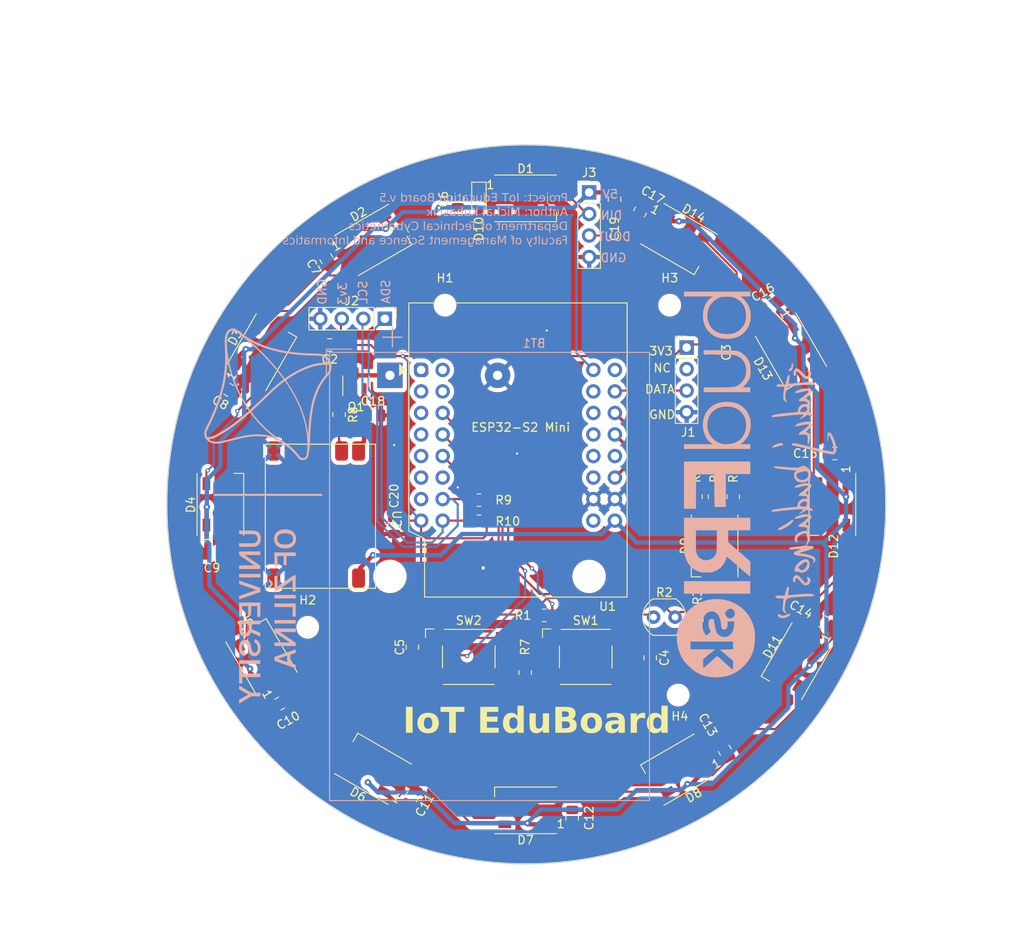
<source format=kicad_pcb>
(kicad_pcb (version 20240108) (generator "pcbnew") (generator_version "8.0")
  (layers (0 "F.Cu" signal) (31 "B.Cu" signal) (34 "B.Paste" user) (35 "F.Paste" user) (36 "B.SilkS" user "B.Silkscreen") (37 "F.SilkS" user "F.Silkscreen") (38 "B.Mask" user) (39 "F.Mask" user) (44 "Edge.Cuts" user))
  (net 0 "")
  (net 1 "Net-(D1-VDD)")
  (net 2 "Net-(D1-DOUT)")
  (net 3 "GND")
  (net 4 "DIN")
  (net 5 "+5V")
  (net 6 "Net-(D2-DOUT)")
  (net 7 "Net-(D3-DOUT)")
  (net 8 "DIN1")
  (net 9 "Net-(D5-DOUT)")
  (net 10 "Net-(D6-DOUT)")
  (net 11 "Net-(D7-DOUT)")
  (net 12 "+3V3")
  (net 16 "DOUT")
  (net 19 "unconnected-(U1-GPIO_18-Pad29)")
  (net 20 "LED_B")
  (net 21 "LED_G")
  (net 22 "LED_R")
  (net 24 "DHT22_DATA")
  (net 25 "I2C_SDA")
  (net 26 "I2C_SCL")
  (net 27 "ADC_PHOTO")
  (net 28 "Net-(D9-BA)")
  (net 29 "Net-(D9-GA)")
  (net 30 "Net-(D9-RA)")
  (net 38 "DIN2")
  (net 39 "Net-(D11-DOUT)")
  (net 40 "Net-(D12-DOUT)")
  (net 41 "Net-(D13-DOUT)")
  (net 42 "USER_BTN1")
  (net 43 "USER_BTN2")
  (net 47 "Net-(Q1-S)")
  (net 49 "Net-(U2-EN)")
  (net 50 "Net-(BT1-+)")
  (footprint "Resistor_SMD:R_0805_2012Metric" (layer "F.Cu") (at 98.45 109.3375 -90)
    (property "Reference" "R7")
    (property "Value" "10K")
  )
  (footprint "Capacitor_SMD:C_0805_2012Metric" (layer "F.Cu") (at 75.4 70.7 180)
    (property "Reference" "C2")
    (property "Value" "C")
  )
  (footprint "LED_SMD:LED_WS2812B_PLCC4_5.0x5.0mm_P3.2mm" (layer "F.Cu") (at 129.809575 71.445745 -60)
    (property "Reference" "D13")
    (property "Value" "WS2812B")
  )
  (footprint "LED_SMD:LED_WS2812B_PLCC4_5.0x5.0mm_P3.2mm" (layer "F.Cu") (at 67.291474 71.548829 60)
    (property "Reference" "D3")
    (property "Value" "WS2812B")
  )
  (footprint "Capacitor_SMD:C_0805_2012Metric" (layer "F.Cu") (at 69.5 113 30)
    (property "Reference" "C10")
    (property "Value" "100nF")
  )
  (footprint "Connector_PinHeader_2.54mm:PinHeader_1x04_P2.54mm_Vertical" (layer "F.Cu") (at 81.9 67.6 -90)
    (property "Reference" "J2")
    (property "Value" "OLED")
  )
  (footprint "Connector_PinHeader_2.54mm:PinHeader_1x04_P2.54mm_Vertical" (layer "F.Cu") (at 117.5 71)
    (property "Reference" "J1")
    (property "Value" "DHT22")
  )
  (footprint "LED_SMD:LED_WS2812B_PLCC4_5.0x5.0mm_P3.2mm" (layer "F.Cu") (at 116.6 120.8 -150)
    (property "Reference" "D8")
    (property "Value" "WS2812B")
  )
  (footprint "Resistor_SMD:R_0805_2012Metric" (layer "F.Cu") (at 76.5 78.9125 -90)
    (property "Reference" "R8")
    (property "Value" "100K")
  )
  (footprint "LED_SMD:LED_WS2812_PLCC6_5.0x5.0mm_P1.6mm" (layer "F.Cu") (at 120.8 94.4 90)
    (property "Reference" "D9")
    (property "Value" "LED_RGB")
  )
  (footprint "Capacitor_SMD:C_0805_2012Metric" (layer "F.Cu") (at 61.7 95.3)
    (property "Reference" "C9")
    (property "Value" "100nF")
  )
  (footprint "Capacitor_SMD:C_0805_2012Metric" (layer "F.Cu") (at 85.15 106.35 -90)
    (property "Reference" "C5")
    (property "Value" "10nF")
  )
  (footprint "Capacitor_SMD:C_0805_2012Metric" (layer "F.Cu") (at 80.5 79)
    (property "Reference" "C18")
    (property "Value" "C")
  )
  (footprint "Capacitor_SMD:C_0805_2012Metric" (layer "F.Cu") (at 63.5 76 -30)
    (property "Reference" "C8")
    (property "Value" "100nF")
  )
  (footprint "LED_SMD:LED_WS2812B_PLCC4_5.0x5.0mm_P3.2mm" (layer "F.Cu") (at 67.346487 107.512207 120)
    (property "Reference" "D5")
    (property "Value" "WS2812B")
  )
  (footprint "MountingHole:MountingHole_2.2mm_M2" (layer "F.Cu") (at 89 66)
    (property "Reference" "H1")
    (property "Value" "MountingHole")
  )
  (footprint "LED_SMD:LED_WS2812B_PLCC4_5.0x5.0mm_P3.2mm" (layer "F.Cu") (at 134.7 89.5 -90)
    (property "Reference" "D12")
    (property "Value" "WS2812B")
  )
  (footprint "Resistor_SMD:R_0805_2012Metric" (layer "F.Cu") (at 118.6 88.6 -90)
    (property "Reference" "R6")
    (property "Value" "R")
  )
  (footprint "Capacitor_SMD:C_0805_2012Metric" (layer "F.Cu") (at 109 53.5 -90)
    (property "Reference" "C19")
    (property "Value" "100nF")
  )
  (footprint "LED_SMD:LED_WS2812B_PLCC4_5.0x5.0mm_P3.2mm" (layer "F.Cu") (at 130.5 108 -120)
    (property "Reference" "D11")
    (property "Value" "WS2812B")
  )
  (footprint "Package_TO_SOT_SMD:SOT-23" (layer "F.Cu") (at 78.5 75 90)
    (property "Reference" "Q1")
    (property "Value" "AO3401A")
  )
  (footprint "Capacitor_SMD:C_0805_2012Metric" (layer "F.Cu") (at 75 60.5 -60)
    (property "Reference" "C7")
    (property "Value" "100nF")
  )
  (footprint "Capacitor_SMD:C_0805_2012Metric" (layer "F.Cu") (at 104 126.5 90)
    (property "Reference" "C12")
    (property "Value" "100nF")
  )
  (footprint "LED_SMD:LED_WS2812B_PLCC4_5.0x5.0mm_P3.2mm" (layer "F.Cu") (at 98.5 125.6 180)
    (property "Reference" "D7")
    (property "Value" "WS2812B")
  )
  (footprint "LED_SMD:LED_WS2812B_PLCC4_5.0x5.0mm_P3.2mm" (layer "F.Cu") (at 80.5 120.7 150)
    (property "Reference" "D6")
    (property "Value" "WS2812B")
  )
  (footprint "BuckBoost:BuckBoost5V" (layer "F.Cu") (at 82.8 91.2 -90)
    (property "Reference" "U2")
    (property "Value" "~")
  )
  (footprint "Capacitor_SMD:C_0805_2012Metric" (layer "F.Cu") (at 112 55 -120)
    (property "Reference" "C17")
    (property "Value" "100nF")
  )
  (footprint "Button_Switch_SMD:SW_SPST_Omron_B3FS-105xP" (layer "F.Cu") (at 105.6 107.5)
    (property "Reference" "SW1")
    (property "Value" "SW_Push")
  )
  (footprint "Resistor_SMD:R_0805_2012Metric" (layer "F.Cu") (at 93 89 180)
    (property "Reference" "R9")
    (property "Value" "R")
  )
  (footprint "MountingHole:MountingHole_2.2mm_M2" (layer "F.Cu") (at 72.8 104)
    (property "Reference" "H2")
    (property "Value" "MountingHole")
  )
  (footprint "Capacitor_SMD:C_0805_2012Metric" (layer "F.Cu") (at 90.5 53.5 90)
    (property "Reference" "C6")
    (property "Value" "100nF")
  )
  (footprint "Connector_PinHeader_2.54mm:PinHeader_1x04_P2.54mm_Vertical" (layer "F.Cu") (at 106 52.7)
    (property "Reference" "J3")
    (property "Value" "LED_Conn")
  )
  (footprint "OptoDevice:R_LDR_4.9x4.2mm_P2.54mm_Vertical" (layer "F.Cu") (at 113.6 102.8)
    (property "Reference" "R2")
    (property "Value" "R_Photo")
  )
  (footprint "Button_Switch_SMD:SW_SPST_Omron_B3FS-105xP" (layer "F.Cu") (at 91.8 107.5)
    (property "Reference" "SW2")
    (property "Value" "SW_Push")
  )
  (footprint "Capacitor_SMD:C_0805_2012Metric" (layer "F.Cu") (at 83 92.05 -90)
    (property "Reference" "C20")
    (property "Value" "100nF")
  )
  (footprint "Capacitor_SMD:C_0805_2012Metric" (layer "F.Cu") (at 133.7 103.4 150)
    (property "Reference" "C14")
    (property "Value" "100nF")
  )
  (footprint "Wemos S2 mini:WEMOS_S2_mini_traced" (layer "F.Cu") (at 86.18 73.6375)
    (property "Reference" "U1")
    (property "Value" "~")
  )
  (footprint "MountingHole:MountingHole_2.2mm_M2" (layer "F.Cu") (at 116.5 112)
    (property "Reference" "H4")
    (property "Value" "MountingHole")
  )
  (footprint "Capacitor_SMD:C_0805_2012Metric" (layer "F.Cu") (at 122 118.5 120)
    (property "Reference" "C13")
    (property "Value" "100nF")
  )
  (footprint "LED_SMD:LED_WS2812B_PLCC4_5.0x5.0mm_P3.2mm" (layer "F.Cu") (at 80.543726 58.312787 30)
    (property "Reference" "D2")
    (property "Value" "WS2812B")
  )
  (footprint "Resistor_SMD:R_0805_2012Metric" (layer "F.Cu") (at 118.7 103.1 -90)
    (property "Reference" "R3")
    (property "Value" "10K")
  )
  (footprint "Resistor_SMD:R_0805_2012Metric" (layer "F.Cu") (at 120.8 88.6 -90)
    (property "Reference" "R5")
    (property "Value" "R")
  )
  (footprint "Capacitor_SMD:C_0805_2012Metric" (layer "F.Cu") (at 85.1 124 60)
    (property "Reference" "C11")
    (property "Value" "100nF")
  )
  (footprint "Capacitor_SMD:C_0805_2012Metric" (layer "F.Cu") (at 135 83.5 180)
    (property "Reference" "C15")
    (property "Value" "100nF")
  )
  (footprint "LED_SMD:LED_WS2812B_PLCC4_5.0x5.0mm_P3.2mm" (layer "F.Cu") (at 62.5 89.5 90)
    (property "Reference" "D4")
    (property "Value" "WS2812B")
  )
  (footprint "Resistor_SMD:R_0805_2012Metric" (layer "F.Cu") (at 123 88.6 -90)
    (property "Reference" "R4")
    (property "Value" "R")
  )
  (footprint "Capacitor_SMD:C_0805_2012Metric" (layer "F.Cu") (at 120.5 71.58 -90)
    (property "Reference" "C3")
    (property "Value" "C")
  )
  (footprint "Capacitor_SMD:C_0805_2012Metric" (layer "F.Cu") (at 127.5 66 -150)
    (property "Reference" "C16")
    (property "Value" "100nF")
  )
  (footprint "Capacitor_SMD:C_0805_2012Metric" (layer "F.Cu") (at 113.2 107.6 -90)
    (property "Reference" "C4")
    (property "Value" "10nF")
  )
  (footprint "MountingHole:MountingHole_2.2mm_M2" (layer "F.Cu") (at 115.5 66)
    (property "Reference" "H3")
    (property "Value" "MountingHole")
  )
  (footprint "Resistor_SMD:R_0805_2012Metric" (layer "F.Cu") (at 93 91.5 180)
    (property "Reference" "R10")
    (property "Value" "R")
  )
  (footprint "LED_SMD:LED_WS2812B_PLCC4_5.0x5.0mm_P3.2mm" (layer "F.Cu") (at 116.6 58.2 -30)
    (property "Reference" "D14")
    (property "Value" "WS2812B")
  )
  (footprint "Diode_SMD:D_SOD-323_HandSoldering" (layer "F.Cu") (at 93 53.5 -90)
    (property "Reference" "D10")
    (property "Value" "BAS316")
  )
  (footprint "LED_SMD:LED_WS2812B_PLCC4_5.0x5.0mm_P3.2mm" (layer "F.Cu") (at 98.5 53.4)
    (property "Reference" "D1")
    (property "Value" "WS2812B")
  )
  (footprint "Resistor_SMD:R_0805_2012Metric" (layer "F.Cu") (at 100.7 102.6)
    (property "Reference" "R1")
    (property "Value" "10K")
  )
  (footprint "Battery:BatteryHolder_Keystone_2479_3xAAA" (layer "B.Cu") (at 82.5 74.28 -90)
    (property "Reference" "BT1")
    (property "Value" "Battery")
  )
  (gr_poly (pts (xy 125.018336 100.040552) (xy 125.018336 98.558887) (xy 117.18667 98.558887) (xy 117.18667 100.040552)) (fill solid) (layer "B.SilkS"))
  (gr_poly (pts (xy 129.541351 73.732384) (xy 129.543734 73.742499) (xy 129.547479 73.75165) (xy 129.552517 73.759845) (xy 129.558776 73.767093) (xy 129.566188 73.773403) (xy 129.574682 73.778784) (xy 129.584189 73.783245) (xy 129.594639 73.786795) (xy 129.605963 73.789444) (xy 129.61809 73.7912) (xy 129.630951 73.792072) (xy 129.644476 73.79207) (xy 129.658595 73.791202) (xy 129.673239 73.789477) (xy 129.703821 73.783495) (xy 129.735664 73.774195) (xy 129.76821 73.761649) (xy 129.800901 73.745931) (xy 129.833178 73.727112) (xy 129.848987 73.716563) (xy 129.864483 73.705265) (xy 129.879597 73.693229) (xy 129.894259 73.680462) (xy 129.908399 73.666975) (xy 129.921947 73.652776) (xy 129.936146 73.63565) (xy 129.949632 73.616143) (xy 129.962394 73.594437) (xy 129.974423 73.570714) (xy 129.985707 73.545157) (xy 129.996237 73.517947) (xy 130.014992 73.4593) (xy 130.030605 73.396228) (xy 130.042994 73.330191) (xy 130.052075 73.262645) (xy 130.057767 73.195047) (xy 130.059985 73.128854) (xy 130.058649 73.065525) (xy 130.053674 73.006516) (xy 130.044979 72.953284) (xy 130.03921 72.92929) (xy 130.03248 72.907287) (xy 130.024779 72.887456) (xy 130.016095 72.869981) (xy 130.00642 72.855044) (xy 129.995742 72.842826) (xy 129.984051 72.833509) (xy 129.971337 72.827276) (xy 129.961084 72.824386) (xy 129.956206 72.823753) (xy 129.951493 72.823666) (xy 129.946945 72.824126) (xy 129.942563 72.825137) (xy 129.938346 72.8267) (xy 129.934295 72.828819) (xy 129.930409 72.831497) (xy 129.926688 72.834735) (xy 129.919743 72.842903) (xy 129.913459 72.853345) (xy 129.907837 72.866081) (xy 129.902876 72.881133) (xy 129.898576 72.89852) (xy 129.894938 72.918264) (xy 129.891962 72.940385) (xy 129.889647 72.964904) (xy 129.887993 72.991841) (xy 129.887001 73.021218) (xy 129.88667 73.053054) (xy 129.886087 73.085477) (xy 129.884314 73.11665) (xy 129.881322 73.146645) (xy 129.877079 73.175534) (xy 129.871555 73.203389) (xy 129.864718 73.230283) (xy 129.856537 73.256288) (xy 129.846982 73.281477) (xy 129.836021 73.305922) (xy 129.823624 73.329695) (xy 129.809759 73.352868) (xy 129.794396 73.375515) (xy 129.777503 73.397706) (xy 129.759049 73.419516) (xy 129.739004 73.441015) (xy 129.717336 73.462276) (xy 129.700317 73.478459) (xy 129.683712 73.49517) (xy 129.667603 73.512273) (xy 129.652072 73.529635) (xy 129.637203 73.54712) (xy 129.623078 73.564595) (xy 129.60978 73.581926) (xy 129.597392 73.598977) (xy 129.585996 73.615616) (xy 129.575674 73.631706) (xy 129.56651 73.647114) (xy 129.558586 73.661706) (xy 129.551986 73.675347) (xy 129.54679 73.687902) (xy 129.543083 73.699238) (xy 129.540948 73.709221) (xy 129.540398 73.721294)) (fill solid) (layer "B.SilkS"))
  (gr_poly (pts (xy 118.597781 90.021665) (xy 118.611892 87.996721) (xy 118.633059 85.964721) (xy 120.749725 85.964721) (xy 120.770892 87.890888) (xy 120.785003 89.809998) (xy 122.125559 89.809998) (xy 122.125559 85.929442) (xy 125.018336 85.929442) (xy 125.018336 84.447776) (xy 117.18667 84.447776) (xy 117.18667 90.021665)) (fill solid) (layer "B.SilkS"))
  (gr_poly (pts (xy 66.325435 93.014853) (xy 66.354435 93.013394) (xy 66.383338 93.013411) (xy 66.412093 93.014886) (xy 66.440647 93.017803) (xy 66.468949 93.022143) (xy 66.496947 93.027888) (xy 66.524588 93.035023) (xy 66.551821 93.043527) (xy 66.578594 93.053385) (xy 66.604856 93.064578) (xy 66.630553 93.077088) (xy 66.655635 93.090899) (xy 66.680049 93.105992) (xy 66.703744 93.12235) (xy 66.726668 93.139955) (xy 66.748768 93.158789) (xy 66.766255 93.178928) (xy 66.782633 93.199826) (xy 66.797886 93.221437) (xy 66.811999 93.243714) (xy 66.824954 93.266611) (xy 66.836735 93.290082) (xy 66.847325 93.31408) (xy 66.856709 93.338559) (xy 66.864869 93.363472) (xy 66.871789 93.388773) (xy 66.877453 93.414417) (xy 66.881845 93.440355) (xy 66.884946 93.466543) (xy 66.886742 93.492933) (xy 66.887216 93.51948) (xy 66.886351 93.546137) (xy 66.886588 93.564606) (xy 66.886288 93.583047) (xy 66.885455 93.601449) (xy 66.884089 93.619799) (xy 66.882194 93.638087) (xy 66.879772 93.656301) (xy 66.876826 93.67443) (xy 66.873357 93.692463) (xy 66.869368 93.710388) (xy 66.864862 93.728193) (xy 66.85984 93.745868) (xy 66.854305 93.763401) (xy 66.84826 93.780781) (xy 66.841707 93.797997) (xy 66.834648 93.815036) (xy 66.827086 93.831888) (xy 66.819233 93.846917) (xy 66.810809 93.861577) (xy 66.801828 93.875856) (xy 66.792305 93.889739) (xy 66.782254 93.903211) (xy 66.771687 93.916259) (xy 66.760621 93.928869) (xy 66.749068 93.941025) (xy 66.737042 93.952715) (xy 66.724559 93.963923) (xy 66.711631 93.974635) (xy 66.698273 93.984838) (xy 66.684498 93.994518) (xy 66.670322 94.003659) (xy 66.655758 94.012248) (xy 66.640819 94.02027) (xy 66.621879 94.028873) (xy 66.602719 94.036889) (xy 66.583353 94.044314) (xy 66.563795 94.051147) (xy 66.544058 94.057385) (xy 66.524156 94.063024) (xy 66.504103 94.068061) (xy 66.483912 94.072495) (xy 66.463598 94.076322) (xy 66.443174 94.07954) (xy 66.422653 94.082145) (xy 66.40205 94.084135) (xy 66.381377 94.085506) (xy 66.36065 94.086257) (xy 66.339882 94.086385) (xy 66.319085 94.085886) (xy 64.708302 94.085886) (xy 64.708302 94.50922) (xy 66.300034 94.50922) (xy 66.33296 94.509526) (xy 66.365843 94.508964) (xy 66.398666 94.507539) (xy 66.431411 94.505253) (xy 66.464063 94.50211) (xy 66.496604 94.498113) (xy 66.529018 94.493264) (xy 66.561289 94.487567) (xy 66.593399 94.481026) (xy 66.625331 94.473643) (xy 66.65707 94.465422) (xy 66.688598 94.456366) (xy 66.719898 94.446478) (xy 66.750954 94.435761) (xy 66.78175 94.424218) (xy 66.812268 94.411853) (xy 66.838274 94.399244) (xy 66.863654 94.385605) (xy 66.888381 94.37096) (xy 66.912428 94.355335) (xy 66.935768 94.338756) (xy 66.958375 94.321248) (xy 66.980222 94.302837) (xy 67.001283 94.283548) (xy 67.02153 94.263407) (xy 67.040937 94.242439) (xy 67.059477 94.22067) (xy 67.077123 94.198126) (xy 67.093848 94.174831) (xy 67.109627 94.150812) (xy 67.124432 94.126094) (xy 67.138236 94.100702) (xy 67.153331 94.067853) (xy 67.167389 94.034612) (xy 67.180406 94.001004) (xy 67.192375 93.967053) (xy 67.203294 93.932785) (xy 67.213155 93.898223) (xy 67.221955 93.863392) (xy 67.229687 93.828318) (xy 67.236348 93.793024) (xy 67.241932 93.757536) (xy 67.246434 93.721878) (xy 67.249848 93.686074) (xy 67.252171 93.65015) (xy 67.253396 93.61413) (xy 67.25352 93.578039) (xy 67.252536 93.541901) (xy 67.253613 93.505584) (xy 67.253552 93.469314) (xy 67.252357 93.433117) (xy 67.250033 93.397019) (xy 67.246587 93.361045) (xy 67.242024 93.325222) (xy 67.236348 93.289575) (xy 67.229566 93.254132) (xy 67.221683 93.218916) (xy 67.212704 93.183955) (xy 67.202635 93.149275) (xy 67.19148 93.114901) (xy 67.179246 93.080859) (xy 67.165937 93.047176) (xy 67.15156 93.013877) (xy 67.136119 92.980988) (xy 67.121619 92.956485) (xy 67.106155 92.932684) (xy 67.089754 92.909609) (xy 67.072444 92.887285) (xy 67.054252 92.865735) (xy 67.035206 92.844984) (xy 67.015334 92.825057) (xy 66.994662 92.805978) (xy 66.973218 92.78777) (xy 66.951029 92.770458) (xy 66.928124 92.754067) (xy 66.904529 92.738621) (xy 66.880272 92.724144) (xy 66.85538 92.710661) (xy 66.829881 92.698195) (xy 66.803802 92.686771) (xy 66.772294 92.674522) (xy 66.740519 92.663098) (xy 66.708493 92.652503) (xy 66.676232 92.64274) (xy 66.643754 92.633812) (xy 66.611073 92.625721) (xy 66.578207 92.61847) (xy 66.545171 92.612063) (xy 66.511983 92.606502) (xy 66.478658 92.601791) (xy 66.445213 92.597932) (xy 66.411663 92.594928) (xy 66.378026 92.592782) (xy 66.344318 92.591497) (xy 66.310554 92.591076) (xy 66.276751 92.591523) (xy 64.708302 92.591523) (xy 64.708302 93.014853)) (fill solid) (layer "B.SilkS"))
  (gr_poly (pts (xy 127.491308 90.306533) (xy 127.492837 90.313836) (xy 127.495439 90.320845) (xy 127.49911 90.327537) (xy 127.503848 90.333887) (xy 127.509651 90.339869) (xy 127.516516 90.34546) (xy 127.52444 90.350636) (xy 127.533421 90.35537) (xy 127.543456 90.35964) (xy 127.554543 90.363419) (xy 127.566679 90.366685) (xy 127.579861 90.369412) (xy 127.594087 90.371576) (xy 127.609355 90.373152) (xy 127.625661 90.374115) (xy 127.643003 90.374442) (xy 127.801202 90.363308) (xy 128.109552 90.332991) (xy 128.525058 90.288123) (xy 129.004725 90.233332) (xy 129.460801 90.183102) (xy 129.881819 90.143705) (xy 130.259842 90.115386) (xy 130.43025 90.105459) (xy 130.586933 90.098395) (xy 130.728899 90.094225) (xy 130.855155 90.092979) (xy 130.964709 90.09469) (xy 131.056569 90.099387) (xy 131.129743 90.107103) (xy 131.183238 90.117867) (xy 131.202297 90.124402) (xy 131.216063 90.131712) (xy 131.224414 90.139798) (xy 131.227225 90.148667) (xy 131.22647 90.155768) (xy 131.224245 90.163809) (xy 131.215622 90.182497) (xy 131.201832 90.204306) (xy 131.183349 90.228812) (xy 131.160649 90.255593) (xy 131.134208 90.284223) (xy 131.104501 90.31428) (xy 131.072003 90.345339) (xy 131.037191 90.376977) (xy 131.000538 90.40877) (xy 130.962522 90.440294) (xy 130.923616 90.471126) (xy 130.884298 90.500841) (xy 130.845041 90.529017) (xy 130.806321 90.555229) (xy 130.768615 90.579053) (xy 130.727012 90.604602) (xy 130.697728 90.623372) (xy 130.687836 90.630369) (xy 130.681178 90.635857) (xy 130.679078 90.638054) (xy 130.677807 90.639898) (xy 130.67737 90.641395) (xy 130.677774 90.642554) (xy 130.679026 90.643382) (xy 130.681131 90.643887) (xy 130.68793 90.64396) (xy 130.698222 90.642833) (xy 130.712059 90.64057) (xy 130.750575 90.63288) (xy 130.803892 90.621387) (xy 130.846886 90.606987) (xy 130.900465 90.585558) (xy 130.962642 90.558011) (xy 131.031433 90.525256) (xy 131.104855 90.488201) (xy 131.180923 90.447756) (xy 131.257652 90.40483) (xy 131.333059 90.360334) (xy 131.44468 90.292644) (xy 131.492242 90.265331) (xy 131.535464 90.242152) (xy 131.575214 90.222942) (xy 131.612359 90.207535) (xy 131.630226 90.201207) (xy 131.647768 90.195767) (xy 131.665092 90.191195) (xy 131.682308 90.187471) (xy 131.699524 90.184574) (xy 131.716849 90.182483) (xy 131.73439 90.181177) (xy 131.752257 90.180636) (xy 131.789403 90.181766) (xy 131.829152 90.185707) (xy 131.872374 90.192294) (xy 131.919938 90.201362) (xy 131.97271 90.212744) (xy 132.031559 90.226276) (xy 132.101756 90.241118) (xy 132.135645 90.247717) (xy 132.168481 90.253727) (xy 132.200075 90.259117) (xy 132.230244 90.263856) (xy 132.2588 90.267912) (xy 132.285558 90.271256) (xy 132.310332 90.273855) (xy 132.332935 90.27568) (xy 132.353182 90.276698) (xy 132.370887 90.276878) (xy 132.385862 90.276191) (xy 132.397924 90.274605) (xy 132.402803 90.273464) (xy 132.406884 90.272088) (xy 132.410144 90.270471) (xy 132.412559 90.26861) (xy 132.416112 90.263151) (xy 132.417583 90.256113) (xy 132.417084 90.247609) (xy 132.414722 90.237756) (xy 132.410609 90.226667) (xy 132.404854 90.214458) (xy 132.388857 90.18714) (xy 132.367609 90.156721) (xy 132.34199 90.124122) (xy 132.312877 90.090262) (xy 132.281149 90.05606) (xy 132.247685 90.022438) (xy 132.213364 89.990314) (xy 132.179062 89.960609) (xy 132.145661 89.934242) (xy 132.114036 89.912133) (xy 132.085068 89.895202) (xy 132.071855 89.888965) (xy 132.059635 89.884369) (xy 132.048518 89.881526) (xy 132.038614 89.880553) (xy 132.028441 89.877897) (xy 132.019074 89.869887) (xy 132.010492 89.856462) (xy 132.002675 89.837558) (xy 131.995602 89.813116) (xy 131.989252 89.783071) (xy 131.983606 89.747363) (xy 131.978641 89.705929) (xy 131.970676 89.605635) (xy 131.965191 89.481695) (xy 131.962022 89.333611) (xy 131.961002 89.160888) (xy 131.968059 88.441221) (xy 131.756392 88.30011) (xy 131.544726 88.166054) (xy 131.883393 87.834443) (xy 131.931164 87.786077) (xy 131.975263 87.738893) (xy 132.015699 87.692913) (xy 132.052478 87.64816) (xy 132.085609 87.604657) (xy 132.115099 87.562429) (xy 132.140957 87.521497) (xy 132.163189 87.481886) (xy 132.181804 87.443618) (xy 132.19681 87.406717) (xy 132.208213 87.371206) (xy 132.216023 87.337109) (xy 132.220246 87.304448) (xy 132.220891 87.273247) (xy 132.217965 87.243529) (xy 132.211475 87.215318) (xy 132.201431 87.188636) (xy 132.187839 87.163507) (xy 132.170706 87.139954) (xy 132.150042 87.118) (xy 132.125854 87.097669) (xy 132.098149 87.078984) (xy 132.066935 87.061969) (xy 132.03222 87.046645) (xy 131.994012 87.033037) (xy 131.952318 87.021169) (xy 131.907146 87.011062) (xy 131.858505 87.002741) (xy 131.806401 86.996228) (xy 131.750842 86.991548) (xy 131.691837 86.988722) (xy 131.629392 86.987775) (xy 131.525416 86.991308) (xy 131.415714 87.001487) (xy 131.302002 87.01768) (xy 131.185995 87.039259) (xy 131.069409 87.065591) (xy 130.953961 87.096048) (xy 130.841365 87.129997) (xy 130.733337 87.16681) (xy 130.631593 87.205855) (xy 130.537848 87.246502) (xy 130.453819 87.288121) (xy 130.38122 87.330081) (xy 130.349744 87.350991) (xy 130.321768 87.371751) (xy 130.297508 87.392281) (xy 130.277178 87.412501) (xy 130.260993 87.432335) (xy 130.249166 87.451702) (xy 130.241913 87.470523) (xy 130.239448 87.488721) (xy 130.242095 87.504505) (xy 130.250375 87.517425) (xy 130.264795 87.527431) (xy 130.28586 87.534471) (xy 130.314077 87.538493) (xy 130.349953 87.539446) (xy 130.393993 87.537277) (xy 130.446705 87.531935) (xy 130.580168 87.511527) (xy 130.754393 87.477806) (xy 130.973432 87.43036) (xy 131.241337 87.368775) (xy 131.353054 87.346341) (xy 131.459067 87.326883) (xy 131.556976 87.310733) (xy 131.644385 87.29822) (xy 131.683403 87.293432) (xy 131.718896 87.289677) (xy 131.750565 87.286997) (xy 131.77811 87.285433) (xy 131.801232 87.285026) (xy 131.81963 87.285819) (xy 131.833006 87.287851) (xy 131.837716 87.289346) (xy 131.841059 87.291166) (xy 131.846362 87.298678) (xy 131.849086 87.307942) (xy 131.849299 87.318887) (xy 131.847067 87.331446) (xy 131.83554 87.361131) (xy 131.815041 87.396448) (xy 131.786109 87.43685) (xy 131.749281 87.48179) (xy 131.705094 87.530719) (xy 131.654086 87.583089) (xy 131.596794 87.638354) (xy 131.533756 87.695964) (xy 131.465508 87.755373) (xy 131.392589 87.816032) (xy 131.315536 87.877395) (xy 131.234887 87.938912) (xy 131.151177 88.000037) (xy 131.064947 88.060221) (xy 131.023306 88.089377) (xy 130.983174 88.118512) (xy 130.944737 88.14744) (xy 130.908182 88.175976) (xy 130.873693 88.203933) (xy 130.841457 88.231125) (xy 130.811661 88.257366) (xy 130.784489 88.282471) (xy 130.760129 88.306252) (xy 130.738766 88.328525) (xy 130.720587 88.349103) (xy 130.705776 88.367799) (xy 130.699693 88.376384) (xy 130.694521 88.384429) (xy 130.690285 88.39191) (xy 130.687007 88.398805) (xy 130.684712 88.405091) (xy 130.683421 88.410743) (xy 130.683159 88.415739) (xy 130.683948 88.420055) (xy 130.685744 88.424643) (xy 130.688475 88.429147) (xy 130.696681 88.437887) (xy 130.708442 88.446255) (xy 130.723635 88.45423) (xy 130.742135 88.461792) (xy 130.763819 88.468919) (xy 130.788561 88.475592) (xy 130.816239 88.48179) (xy 130.846728 88.487492) (xy 130.879905 88.492676) (xy 130.953823 88.501413) (xy 131.037001 88.507834) (xy 131.128448 88.511776) (xy 131.21068 88.51237) (xy 131.285585 88.514215) (xy 131.320377 88.515635) (xy 131.353442 88.517403) (xy 131.384814 88.51953) (xy 131.414529 88.522028) (xy 131.442621 88.524909) (xy 131.469125 88.528183) (xy 131.494076 88.531863) (xy 131.517509 88.53596) (xy 131.53946 88.540487) (xy 131.559962 88.545453) (xy 131.57905 88.550872) (xy 131.59676 88.556755) (xy 131.613127 88.563113) (xy 131.628185 88.569958) (xy 131.641969 88.577302) (xy 131.654514 88.585157) (xy 131.665855 88.593533) (xy 131.676027 88.602442) (xy 131.685064 88.611897) (xy 131.693002 88.621909) (xy 131.699876 88.632489) (xy 131.70572 88.643649) (xy 131.710569 88.655401) (xy 131.714458 88.667756) (xy 131.717423 88.680726) (xy 131.719497 88.694323) (xy 131.720716 88.708558) (xy 131.721114 88.723443) (xy 131.720201 88.735016) (xy 131.717449 88.745918) (xy 131.715376 88.751114) (xy 131.712836 88.756138) (xy 131.706342 88.765665) (xy 131.697946 88.77449) (xy 131.687628 88.782601) (xy 131.675367 88.789989) (xy 131.661142 88.796644) (xy 131.644933 88.802554) (xy 131.626719 88.807709) (xy 131.606479 88.8121) (xy 131.584193 88.815716) (xy 131.559839 88.818546) (xy 131.533398 88.82058) (xy 131.504849 88.821809) (xy 131.47417 88.82222) (xy 131.458873 88.822573) (xy 131.458873 89.155258) (xy 131.486534 89.15617) (xy 131.512975 89.159123) (xy 131.538093 89.164102) (xy 131.561785 89.171092) (xy 131.583948 89.180075) (xy 131.604477 89.191039) (xy 131.62327 89.203966) (xy 131.640223 89.218841) (xy 131.655234 89.235648) (xy 131.668197 89.254373) (xy 131.679012 89.275) (xy 131.687573 89.297513) (xy 131.693777 89.321897) (xy 131.697522 89.348135) (xy 131.698704 89.376214) (xy 131.697219 89.406116) (xy 131.692964 89.437828) (xy 131.685836 89.471332) (xy 131.672145 89.520392) (xy 131.657338 89.564501) (xy 131.641126 89.603836) (xy 131.632402 89.621767) (xy 131.623218 89.638571) (xy 131.613538 89.654268) (xy 131.603326 89.668882) (xy 131.592545 89.682434) (xy 131.58116 89.694946) (xy 131.569134 89.70644) (xy 131.556431 89.716938) (xy 131.543015 89.726462) (xy 131.52885 89.735033) (xy 131.513899 89.742675) (xy 131.498127 89.749408) (xy 131.481496 89.755255) (xy 131.463972 89.760237) (xy 131.445517 89.764378) (xy 131.426096 89.767698) (xy 131.384211 89.771965) (xy 131.338026 89.773213) (xy 131.287252 89.77162) (xy 131.2316 89.76736) (xy 131.17078 89.76061) (xy 131.141098 89.756333) (xy 131.112913 89.751444) (xy 131.086231 89.745954) (xy 131.061061 89.739871) (xy 131.03741 89.733203) (xy 131.015286 89.725961) (xy 130.994697 89.718153) (xy 130.97565 89.709788) (xy 130.958154 89.700876) (xy 130.942216 89.691424) (xy 130.927843 89.681443) (xy 130.915045 89.670941) (xy 130.903827 89.659928) (xy 130.894198 89.648412) (xy 130.886167 89.636403) (xy 130.879739 89.623909) (xy 130.874924 89.61094) (xy 130.87173 89.597504) (xy 130.870162 89.583611) (xy 130.870231 89.56927) (xy 130.871943 89.554489) (xy 130.875306 89.539278) (xy 130.880327 89.523646) (xy 130.887015 89.507602) (xy 130.895378 89.491155) (xy 130.905422 89.474314) (xy 130.917157 89.457088) (xy 130.930589 89.439486) (xy 130.945726 89.421517) (xy 130.962576 89.40319) (xy 130.981147 89.384514) (xy 131.001447 89.365499) (xy 131.03533 89.336206) (xy 131.069439 89.309171) (xy 131.103673 89.28438) (xy 131.137928 89.261815) (xy 131.1721 89.241462) (xy 131.206086 89.223306) (xy 131.239782 89.20733) (xy 131.273086 89.193519) (xy 131.305894 89.181858) (xy 131.338102 89.172332) (xy 131.369607 89.164924) (xy 131.400307 89.159619) (xy 131.430096 89.156403) (xy 131.458873 89.155258) (xy 131.458873 88.822573) (xy 131.428808 88.823266) (xy 131.384038 88.826368) (xy 131.339917 88.831476) (xy 131.2965 88.838536) (xy 131.253843 88.847499) (xy 131.212 88.858311) (xy 131.171029 88.870922) (xy 131.130984 88.885279) (xy 131.09192 88.901332) (xy 131.053894 88.919028) (xy 131.016961 88.938315) (xy 130.981177 88.959143) (xy 130.946597 88.981458) (xy 130.913276 89.00521) (xy 130.88127 89.030348) (xy 130.850635 89.056818) (xy 130.821426 89.08457) (xy 130.7937 89.113552) (xy 130.76751 89.143712) (xy 130.742914 89.174999) (xy 130.719966 89.20736) (xy 130.698722 89.240745) (xy 130.679237 89.275101) (xy 130.661568 89.310378) (xy 130.645769 89.346522) (xy 130.631897 89.383483) (xy 130.620006 89.421208) (xy 130.610153 89.459647) (xy 130.602393 89.498747) (xy 130.596781 89.538457) (xy 130.593373 89.578725) (xy 130.592225 89.6195) (xy 130.591823 89.649319) (xy 130.590006 89.675489) (xy 130.585853 89.698332) (xy 130.578444 89.718167) (xy 130.56686 89.735315) (xy 130.550181 89.750096) (xy 130.527486 89.762831) (xy 130.497857 89.773839) (xy 130.460372 89.783442) (xy 130.414113 89.79196) (xy 130.35816 89.799713) (xy 130.291592 89.807022) (xy 130.122934 89.821587) (xy 129.90078 89.838219) (xy 129.560336 89.866938) (xy 129.201288 89.903925) (xy 128.840752 89.946865) (xy 128.495843 89.993443) (xy 128.183676 90.041344) (xy 127.921366 90.088252) (xy 127.814257 90.11061) (xy 127.726029 90.131853) (xy 127.658824 90.151689) (xy 127.61478 90.169831) (xy 127.598801 90.178488) (xy 127.583936 90.187244) (xy 127.570182 90.196076) (xy 127.557536 90.204957) (xy 127.545997 90.213865) (xy 127.53556 90.222774) (xy 127.526224 90.231659) (xy 127.517987 90.240497) (xy 127.510845 90.249263) (xy 127.504795 90.257931) (xy 127.499837 90.266478) (xy 127.495966 90.274879) (xy 127.49318 90.28311) (xy 127.491477 90.291145) (xy 127.490854 90.298961)) (fill solid) (layer "B.SilkS"))
  (gr_poly (pts (xy 74.5 88.5) (xy 74.5 88.256586) (xy 61.706868 88.256586) (xy 61.706868 88.5)) (fill solid) (layer "B.SilkS"))
  (gr_poly (pts (xy 128.123437 75.509734) (xy 128.125716 75.529747) (xy 128.130083 75.547403) (xy 128.137002 75.562847) (xy 128.141565 75.569785) (xy 128.14694 75.576224) (xy 128.153185 75.582183) (xy 128.16036 75.587679) (xy 128.177728 75.597357) (xy 128.19951 75.605401) (xy 128.22617 75.611957) (xy 128.258173 75.617169) (xy 128.295985 75.621183) (xy 128.34007 75.624142) (xy 128.390894 75.626192) (xy 128.448921 75.627477) (xy 128.588448 75.628331) (xy 128.668081 75.628449) (xy 128.73802 75.628938) (xy 128.798823 75.630006) (xy 128.851047 75.631859) (xy 128.874116 75.633145) (xy 128.895251 75.634705) (xy 128.914519 75.636564) (xy 128.931992 75.638749) (xy 128.947739 75.641286) (xy 128.96183 75.6442) (xy 128.974335 75.647516) (xy 128.985322 75.651262) (xy 128.994863 75.655462) (xy 129.003027 75.660144) (xy 129.009883 75.665331) (xy 129.015501 75.671051) (xy 129.019952 75.677329) (xy 129.023305 75.68419) (xy 129.025629 75.691662) (xy 129.026994 75.699769) (xy 129.027471 75.708538) (xy 129.027129 75.717994) (xy 129.026037 75.728163) (xy 129.024266 75.739071) (xy 129.021885 75.750744) (xy 129.018964 75.763207) (xy 129.011781 75.790609) (xy 129.000605 75.833425) (xy 128.98852 75.896332) (xy 128.975938 75.976272) (xy 128.963274 76.070186) (xy 128.95094 76.175013) (xy 128.939351 76.287695) (xy 128.928919 76.405173) (xy 128.920057 76.524387) (xy 128.908758 76.707597) (xy 128.904865 76.783302) (xy 128.902419 76.849714) (xy 128.901803 76.879743) (xy 128.901626 76.907818) (xy 128.901915 76.93406) (xy 128.902694 76.958593) (xy 128.903991 76.98154) (xy 128.905829 77.003023) (xy 128.908237 77.023165) (xy 128.911238 77.042089) (xy 128.91486 77.059917) (xy 128.919128 77.076772) (xy 128.924067 77.092778) (xy 128.929704 77.108056) (xy 128.936065 77.122729) (xy 128.943174 77.13692) (xy 128.951059 77.150753) (xy 128.959745 77.164349) (xy 128.969258 77.177831) (xy 128.979624 77.191322) (xy 128.990868 77.204945) (xy 129.003016 77.218823) (xy 129.030129 77.247832) (xy 129.061169 77.279332) (xy 129.107955 77.324813) (xy 129.15037 77.363379) (xy 129.18834 77.395061) (xy 129.205636 77.408331) (xy 129.221794 77.419892) (xy 129.236804 77.429747) (xy 129.250658 77.437901) (xy 129.263347 77.444357) (xy 129.274862 77.44912) (xy 129.285193 77.452193) (xy 129.294332 77.453579) (xy 129.302269 77.453284) (xy 129.308996 77.451311) (xy 129.314504 77.447663) (xy 129.318782 77.442345) (xy 129.321823 77.43536) (xy 129.323617 77.426713) (xy 129.324156 77.416406) (xy 129.32343 77.404445) (xy 129.32143 77.390833) (xy 129.318147 77.375574) (xy 129.313572 77.358671) (xy 129.307696 77.340129) (xy 129.292005 77.298141) (xy 129.271002 77.249643) (xy 129.244614 77.194664) (xy 129.224677 77.153721) (xy 129.207159 77.115166) (xy 129.191997 77.078408) (xy 129.179129 77.04286) (xy 129.168494 77.007932) (xy 129.16003 76.973035) (xy 129.153674 76.93758) (xy 129.149364 76.900977) (xy 129.147038 76.862639) (xy 129.146635 76.821974) (xy 129.148093 76.778396) (xy 129.151349 76.731313) (xy 129.156341 76.680138) (xy 129.163007 76.624281) (xy 129.181115 76.496165) (xy 129.19942 76.389603) (xy 129.217426 76.291899) (xy 129.235328 76.202648) (xy 129.253323 76.121449) (xy 129.271608 76.047898) (xy 129.28092 76.013864) (xy 129.290379 75.981592) (xy 129.300007 75.95103) (xy 129.309831 75.922128) (xy 129.319875 75.894836) (xy 129.330163 75.869103) (xy 129.340719 75.844879) (xy 129.351569 75.822113) (xy 129.362736 75.800756) (xy 129.374246 75.780757) (xy 129.386123 75.762065) (xy 129.398391 75.74463) (xy 129.411075 75.728401) (xy 129.4242 75.713329) (xy 129.43779 75.699363) (xy 129.451869 75.686452) (xy 129.466463 75.674546) (xy 129.481596 75.663596) (xy 129.497291 75.653549) (xy 129.513575 75.644356) (xy 129.53047 75.635967) (xy 129.548003 75.628331) (xy 129.617897 75.607654) (xy 129.726156 75.585612) (xy 130.0366 75.539255) (xy 130.437003 75.492898) (xy 130.885031 75.450179) (xy 131.33835 75.414736) (xy 131.754628 75.390207) (xy 132.091531 75.38023) (xy 132.216987 75.381835) (xy 132.306725 75.388443) (xy 132.365249 75.397018) (xy 132.416734 75.404125) (xy 132.461584 75.40962) (xy 132.500202 75.413358) (xy 132.5173 75.414522) (xy 132.53299 75.415194) (xy 132.547325 75.415354) (xy 132.560353 75.414984) (xy 132.572126 75.414066) (xy 132.582693 75.412582) (xy 132.592105 75.410515) (xy 132.600413 75.407845) (xy 132.607666 75.404556) (xy 132.613916 75.400628) (xy 132.619212 75.396044) (xy 132.623605 75.390785) (xy 132.627145 75.384834) (xy 132.629884 75.378173) (xy 132.63187 75.370783) (xy 132.633155 75.362646) (xy 132.633788 75.353744) (xy 132.633821 75.34406) (xy 132.633304 75.333574) (xy 132.632287 75.32227) (xy 132.628954 75.297131) (xy 132.624225 75.268499) (xy 132.62 75.241012) (xy 132.614896 75.216615) (xy 132.608366 75.195092) (xy 132.599861 75.176225) (xy 132.588835 75.159797) (xy 132.582205 75.15243) (xy 132.57474 75.145591) (xy 132.56637 75.139253) (xy 132.557027 75.13339) (xy 132.535149 75.122977) (xy 132.508558 75.114135) (xy 132.476706 75.106648) (xy 132.439046 75.100297) (xy 132.39503 75.094865) (xy 132.34411 75.090137) (xy 132.285738 75.085894) (xy 132.144448 75.077998) (xy 132.030387 75.075283) (xy 131.882841 75.077447) (xy 131.708009 75.084075) (xy 131.512093 75.094755) (xy 131.301295 75.109073) (xy 131.081815 75.126615) (xy 130.859854 75.146969) (xy 130.641614 75.16972) (xy 130.231841 75.212826) (xy 130.051387 75.230368) (xy 129.892843 75.244686) (xy 129.760427 75.255366) (xy 129.658356 75.261994) (xy 129.590845 75.264158) (xy 129.571368 75.263436) (xy 129.562113 75.261443) (xy 129.559877 75.255281) (xy 129.558448 75.244893) (xy 129.557925 75.212385) (xy 129.560378 75.165821) (xy 129.565642 75.107102) (xy 129.573552 75.038132) (xy 129.583943 74.96081) (xy 129.596649 74.877039) (xy 129.611504 74.78872) (xy 129.622666 74.728907) (xy 129.63234 74.673682) (xy 129.640525 74.622839) (xy 129.647223 74.576172) (xy 129.652432 74.533473) (xy 129.656152 74.494537) (xy 129.658385 74.459156) (xy 129.659129 74.427123) (xy 129.658943 74.412298) (xy 129.658385 74.398233) (xy 129.657454 74.384901) (xy 129.656152 74.372277) (xy 129.654478 74.360336) (xy 129.652432 74.349051) (xy 129.650013 74.338396) (xy 129.647223 74.328345) (xy 129.64406 74.318874) (xy 129.640525 74.309955) (xy 129.636619 74.301564) (xy 129.63234 74.293674) (xy 129.627689 74.286259) (xy 129.622666 74.279294) (xy 129.617271 74.272752) (xy 129.611504 74.266609) (xy 129.590802 74.248309) (xy 129.570907 74.235962) (xy 129.561203 74.232124) (xy 129.551631 74.229898) (xy 129.542168 74.229326) (xy 129.53279 74.23045) (xy 129.523474 74.233309) (xy 129.514196 74.237946) (xy 129.504935 74.244402) (xy 129.495665 74.252719) (xy 129.47701 74.275098) (xy 129.458044 74.305415) (xy 129.438583 74.344) (xy 129.418439 74.391184) (xy 129.397428 74.447298) (xy 129.375362 74.512672) (xy 129.352056 74.587637) (xy 129.327323 74.672524) (xy 129.272835 74.873387) (xy 129.145836 75.353165) (xy 128.722503 75.346109) (xy 128.550744 75.342031) (xy 128.396183 75.339936) (xy 128.207448 75.339055) (xy 128.20348 75.33988) (xy 128.19952 75.341028) (xy 128.195576 75.342492) (xy 128.191655 75.344263) (xy 128.183914 75.348697) (xy 128.176359 75.354268) (xy 128.169052 75.360913) (xy 128.162055 75.368572) (xy 128.15543 75.377181) (xy 128.149239 75.386679) (xy 128.143545 75.397004) (xy 128.138408 75.408094) (xy 128.133892 75.419886) (xy 128.130057 75.43232) (xy 128.126967 75.445332) (xy 128.124683 75.458861) (xy 128.123267 75.472844) (xy 128.122781 75.48722)) (fill solid) (layer "B.SilkS"))
  (gr_poly (pts (xy 117.191741 93.781725) (xy 117.197832 94.14532) (xy 117.206072 94.479894) (xy 117.216297 94.775773) (xy 117.228341 95.023283) (xy 117.242039 95.21275) (xy 117.249456 95.282694) (xy 117.257225 95.334501) (xy 117.289356 95.50428) (xy 117.330054 95.66946) (xy 117.379125 95.829741) (xy 117.43637 95.984824) (xy 117.501594 96.134408) (xy 117.574601 96.278194) (xy 117.655194 96.415882) (xy 117.743176 96.547173) (xy 117.838352 96.671766) (xy 117.940525 96.789362) (xy 118.049499 96.899662) (xy 118.165077 97.002366) (xy 118.287063 97.097173) (xy 118.350397 97.141522) (xy 118.41526 97.183784) (xy 118.481626 97.223922) (xy 118.549472 97.2619) (xy 118.618773 97.297678) (xy 118.689503 97.33122) (xy 118.824275 97.39268) (xy 118.885274 97.418222) (xy 118.943503 97.440581) (xy 119.000078 97.459963) (xy 119.056116 97.476575) (xy 119.112733 97.490624) (xy 119.171045 97.502317) (xy 119.232167 97.51186) (xy 119.297218 97.51946) (xy 119.367312 97.525324) (xy 119.443565 97.529657) (xy 119.619017 97.534563) (xy 119.832503 97.535831) (xy 120.041854 97.534315) (xy 120.132392 97.532203) (xy 120.214826 97.528996) (xy 120.290149 97.524548) (xy 120.359354 97.518716) (xy 120.423433 97.511354) (xy 120.483378 97.502317) (xy 120.54018 97.491462) (xy 120.594833 97.478642) (xy 120.648329 97.463715) (xy 120.701659 97.446534) (xy 120.755816 97.426956) (xy 120.811792 97.404835) (xy 120.870579 97.380027) (xy 120.933169 97.352387) (xy 120.97379 97.331502) (xy 121.016044 97.308675) (xy 121.104046 97.258018) (xy 121.194363 97.20207) (xy 121.284183 97.142484) (xy 121.328029 97.111843) (xy 121.370697 97.080913) (xy 121.411835 97.049901) (xy 121.451092 97.019012) (xy 121.488116 96.988454) (xy 121.522557 96.958433) (xy 121.554062 96.929156) (xy 121.582281 96.900831) (xy 121.634521 96.844207) (xy 121.687659 96.780887) (xy 121.741108 96.711944) (xy 121.794278 96.638453) (xy 121.84658 96.56149) (xy 121.897424 96.482129) (xy 121.946222 96.401445) (xy 121.992385 96.320512) (xy 122.035323 96.240407) (xy 122.074447 96.162203) (xy 122.109169 96.086976) (xy 122.138898 96.015801) (xy 122.163046 95.949751) (xy 122.181025 95.889903) (xy 122.192244 95.837331) (xy 122.195134 95.814109) (xy 122.196114 95.79311) (xy 122.19628 95.780056) (xy 122.196776 95.767396) (xy 122.197602 95.75519) (xy 122.19876 95.743501) (xy 122.200248 95.732391) (xy 122.202067 95.721921) (xy 122.203101 95.716946) (xy 122.204217 95.712155) (xy 122.205416 95.707554) (xy 122.206697 95.703153) (xy 122.208062 95.698958) (xy 122.209509 95.694977) (xy 122.211038 95.691219) (xy 122.21265 95.687691) (xy 122.214345 95.6844) (xy 122.216123 95.681355) (xy 122.217983 95.678564) (xy 122.219926 95.676033) (xy 122.221952 95.67377) (xy 122.22406 95.671785) (xy 122.226251 95.670083) (xy 122.228525 95.668674) (xy 122.230882 95.667564) (xy 122.233321 95.666762) (xy 122.235843 95.666275) (xy 122.238447 95.666111) (xy 122.272925 95.689799) (xy 122.356848 95.757722) (xy 122.651197 96.007423) (xy 123.077838 96.377508) (xy 123.593114 96.830277) (xy 123.857394 97.06464) (xy 124.106626 97.283045) (xy 124.335022 97.48078) (xy 124.536795 97.653131) (xy 124.706156 97.795386) (xy 124.837317 97.902831) (xy 124.924492 97.970755) (xy 124.949775 97.988423) (xy 124.961892 97.994443) (xy 124.967176 97.989889) (xy 124.97242 97.976529) (xy 124.982617 97.925211) (xy 124.992153 97.844127) (xy 125.000697 97.736915) (xy 125.007918 97.607214) (xy 125.013486 97.458661) (xy 125.017068 97.294895) (xy 125.018336 97.119553) (xy 125.018336 96.23761) (xy 123.713058 95.094608) (xy 122.407781 93.958667) (xy 122.407781 92.561664) (xy 125.018336 92.561664) (xy 125.018336 91.079999) (xy 118.597781 91.079999) (xy 118.597781 92.561664) (xy 121.067225 92.561664) (xy 121.067225 93.789331) (xy 121.065627 94.052922) (xy 121.061051 94.3013) (xy 121.053831 94.530495) (xy 121.044295 94.736539) (xy 121.032774 94.915464) (xy 121.0196 95.0633) (xy 121.005103 95.176079) (xy 120.997462 95.218082) (xy 120.989614 95.249833) (xy 120.954742 95.341852) (xy 120.913878 95.428708) (xy 120.867394 95.510366) (xy 120.815664 95.58679) (xy 120.75906 95.657942) (xy 120.697957 95.723787) (xy 120.632727 95.784289) (xy 120.563745 95.839411) (xy 120.491382 95.889118) (xy 120.416014 95.933373) (xy 120.338012 95.972139) (xy 120.257751 96.005382) (xy 120.175604 96.033064) (xy 120.091944 96.05515) (xy 120.007145 96.071603) (xy 119.921579 96.082387) (xy 119.835621 96.087466) (xy 119.749643 96.086804) (xy 119.664019 96.080364) (xy 119.579123 96.068111) (xy 119.495327 96.050008) (xy 119.413005 96.026019) (xy 119.332531 95.996108) (xy 119.254278 95.960238) (xy 119.178619 95.918374) (xy 119.105927 95.87048) (xy 119.036576 95.816519) (xy 118.970939 95.756454) (xy 118.90939 95.690251) (xy 118.852302 95.617872) (xy 118.800049 95.539282) (xy 118.753003 95.454444) (xy 118.705819 95.351766) (xy 118.686278 95.302003) (xy 118.669218 95.250824) (xy 118.654473 95.19638) (xy 118.641878 95.136819) (xy 118.631267 95.070293) (xy 118.622475 94.99495) (xy 118.609687 94.810417) (xy 118.60219 94.56842) (xy 118.598663 94.254159) (xy 118.597781 93.852832) (xy 118.597781 92.561664) (xy 118.597781 91.079999) (xy 117.18667 91.079999) (xy 117.18667 93.006165)) (fill solid) (layer "B.SilkS"))
  (gr_poly (pts (xy 127.971197 100.426405) (xy 127.974382 100.440067) (xy 127.979873 100.453263) (xy 127.987651 100.465985) (xy 127.997696 100.47822) (xy 128.00999 100.489959) (xy 128.024511 100.501192) (xy 128.060163 100.522097) (xy 128.104496 100.540852) (xy 128.157356 100.557374) (xy 128.218587 100.571582) (xy 128.288035 100.583392) (xy 128.365544 100.592721) (xy 128.45096 100.599487) (xy 128.544127 100.603607) (xy 128.644891 100.604999) (xy 128.697439 100.605185) (xy 128.744138 100.605826) (xy 128.785255 100.607046) (xy 128.803805 100.607911) (xy 128.82106 100.608968) (xy 128.837055 100.610231) (xy 128.851822 100.611717) (xy 128.865395 100.613441) (xy 128.877808 100.615417) (xy 128.889095 100.617663) (xy 128.899288 100.620192) (xy 128.908423 100.623021) (xy 128.916531 100.626166) (xy 128.923647 100.629641) (xy 128.929805 100.633462) (xy 128.935038 100.637646) (xy 128.939379 100.642206) (xy 128.942862 100.647159) (xy 128.945522 100.652521) (xy 128.94739 100.658306) (xy 128.948502 100.66453) (xy 128.94889 100.671209) (xy 128.948588 100.678359) (xy 128.947629 100.685994) (xy 128.946048 100.69413) (xy 128.943878 100.702783) (xy 128.941153 100.711969) (xy 128.937905 100.721702) (xy 128.93417 100.731998) (xy 128.9288 100.746902) (xy 128.923297 100.767552) (xy 128.912011 100.824603) (xy 128.900559 100.900174) (xy 128.889191 100.99129) (xy 128.878153 101.094973) (xy 128.867693 101.208248) (xy 128.85806 101.328137) (xy 128.849502 101.451664) (xy 128.838285 101.650018) (xy 128.834588 101.731057) (xy 128.832525 101.801575) (xy 128.832189 101.833257) (xy 128.832363 101.86275) (xy 128.833079 101.890202) (xy 128.834371 101.91576) (xy 128.836273 101.939571) (xy 128.838819 101.961783) (xy 128.842041 101.982542) (xy 128.845974 102.001997) (xy 128.850651 102.020295) (xy 128.856106 102.037582) (xy 128.862373 102.054006) (xy 128.869484 102.069715) (xy 128.877473 102.084855) (xy 128.886375 102.099574) (xy 128.896222 102.114019) (xy 128.907049 102.128337) (xy 128.918889 102.142676) (xy 128.931775 102.157183) (xy 128.945741 102.172005) (xy 128.96082 102.18729) (xy 128.994455 102.219836) (xy 129.032947 102.256) (xy 129.114775 102.333886) (xy 129.147762 102.36359) (xy 129.175602 102.386968) (xy 129.198398 102.403897) (xy 129.207937 102.409905) (xy 129.216254 102.414253) (xy 129.223362 102.416928) (xy 129.229273 102.417912) (xy 129.234001 102.417191) (xy 129.237559 102.41475) (xy 129.239959 102.410572) (xy 129.241214 102.404642) (xy 129.241338 102.396945) (xy 129.240342 102.387465) (xy 129.235047 102.363094) (xy 129.225432 102.331407) (xy 129.2116 102.292278) (xy 129.193655 102.245583) (xy 129.145836 102.129001) (xy 129.129705 102.090221) (xy 129.115671 102.05292) (xy 129.103684 102.016589) (xy 129.093691 101.980723) (xy 129.085642 101.944817) (xy 129.079483 101.908362) (xy 129.075165 101.870853) (xy 129.072635 101.831783) (xy 129.071841 101.790647) (xy 129.072731 101.746937) (xy 129.075255 101.700147) (xy 129.07936 101.64977) (xy 129.092107 101.536233) (xy 129.110559 101.402274) (xy 129.133331 101.261672) (xy 129.154821 101.138009) (xy 129.176229 101.030035) (xy 129.198753 100.936499) (xy 129.210808 100.894755) (xy 129.223592 100.856151) (xy 129.237254 100.820531) (xy 129.251945 100.78774) (xy 129.267814 100.75762) (xy 129.285011 100.730016) (xy 129.303686 100.704771) (xy 129.323989 100.681728) (xy 129.346069 100.660732) (xy 129.370077 100.641626) (xy 129.396163 100.624253) (xy 129.424475 100.608458) (xy 129.455165 100.594084) (xy 129.488382 100.580975) (xy 129.524275 100.568974) (xy 129.562996 100.557926) (xy 129.649516 100.53806) (xy 129.749141 100.520127) (xy 129.86307 100.502875) (xy 129.992502 100.485056) (xy 130.140587 100.466604) (xy 130.315956 100.448565) (xy 130.722753 100.415381) (xy 131.1613 100.388812) (xy 131.580002 100.372165) (xy 131.73604 100.367087) (xy 131.874145 100.362298) (xy 131.995404 100.357592) (xy 132.100902 100.352762) (xy 132.148079 100.350236) (xy 132.191723 100.347601) (xy 132.231969 100.344832) (xy 132.268953 100.341903) (xy 132.302811 100.338788) (xy 132.333678 100.335461) (xy 132.36169 100.331896) (xy 132.386983 100.328067) (xy 132.409691 100.32395) (xy 132.429951 100.319517) (xy 132.447899 100.314742) (xy 132.46367 100.309601) (xy 132.470782 100.306885) (xy 132.4774 100.304068) (xy 132.483542 100.301145) (xy 132.489224 100.298115) (xy 132.494464 100.294974) (xy 132.499279 100.291719) (xy 132.503684 100.288345) (xy 132.507699 100.284852) (xy 132.511338 100.281234) (xy 132.51462 100.277488) (xy 132.517561 100.273613) (xy 132.520179 100.269603) (xy 132.522489 100.265457) (xy 132.52451 100.26117) (xy 132.526257 100.256741) (xy 132.527749 100.252164) (xy 132.530033 100.242558) (xy 132.531496 100.232327) (xy 132.532274 100.221444) (xy 132.532503 100.209885) (xy 132.531639 100.188609) (xy 132.528562 100.169648) (xy 132.52255 100.152836) (xy 132.51288 100.138009) (xy 132.498828 100.125) (xy 132.479669 100.113645) (xy 132.454682 100.103779) (xy 132.423142 100.095235) (xy 132.384327 100.087848) (xy 132.337511 100.081454) (xy 132.281973 100.075887) (xy 132.216988 100.070981) (xy 132.055785 100.062493) (xy 131.848115 100.054667) (xy 131.694381 100.053964) (xy 131.517827 100.056981) (xy 131.324736 100.063471) (xy 131.121392 100.073186) (xy 130.91408 100.085878) (xy 130.709083 100.101298) (xy 130.512684 100.119198) (xy 130.331168 100.139331) (xy 130.163089 100.159437) (xy 130.00518 100.177145) (xy 129.860996 100.192042) (xy 129.734093 100.203714) (xy 129.628025 100.211748) (xy 129.546349 100.21573) (xy 129.515769 100.216072) (xy 129.49262 100.215247) (xy 129.477346 100.213202) (xy 129.472801 100.211705) (xy 129.470392 100.209885) (xy 129.468236 100.205045) (xy 129.46703 100.195968) (xy 129.467305 100.16601) (xy 129.470888 100.121831) (xy 129.477447 100.065249) (xy 129.486652 99.998083) (xy 129.498173 99.922153) (xy 129.526836 99.751276) (xy 129.536841 99.699606) (xy 129.545688 99.650458) (xy 129.553377 99.603874) (xy 129.559909 99.559893) (xy 129.565283 99.518559) (xy 129.5695 99.479912) (xy 129.572559 99.443994) (xy 129.574461 99.410845) (xy 129.575205 99.380507) (xy 129.574792 99.353023) (xy 129.573221 99.328432) (xy 129.570492 99.306776) (xy 129.566606 99.288097) (xy 129.564229 99.279887) (xy 129.561563 99.272436) (xy 129.558607 99.26575) (xy 129.555362 99.259834) (xy 129.551827 99.254693) (xy 129.548003 99.250333) (xy 129.524666 99.229605) (xy 129.502197 99.215151) (xy 129.491249 99.210325) (xy 129.480472 99.207125) (xy 129.46985 99.205572) (xy 129.459368 99.205683) (xy 129.449009 99.20748) (xy 129.438759 99.21098) (xy 129.428602 99.216204) (xy 129.418522 99.22317) (xy 129.408505 99.231899) (xy 129.398534 99.242409) (xy 129.37867 99.268852) (xy 129.358805 99.302653) (xy 129.338817 99.343969) (xy 129.31858 99.392953) (xy 129.297972 99.449761) (xy 129.276867 99.514548) (xy 129.255142 99.587468) (xy 129.232673 99.668678) (xy 129.209336 99.758332) (xy 129.082337 100.252219) (xy 128.574336 100.252219) (xy 128.472857 100.253184) (xy 128.37634 100.255968) (xy 128.287098 100.260406) (xy 128.245929 100.263193) (xy 128.207447 100.266332) (xy 128.171942 100.269801) (xy 128.139703 100.27358) (xy 128.111019 100.277649) (xy 128.08618 100.281986) (xy 128.065475 100.286572) (xy 128.049193 100.291384) (xy 128.037625 100.296404) (xy 128.033698 100.298984) (xy 128.031058 100.301609) (xy 128.015097 100.318619) (xy 128.001598 100.335247) (xy 127.99054 100.351482) (xy 127.981904 100.367314) (xy 127.975671 100.382733) (xy 127.971822 100.397728) (xy 127.970337 100.412289)) (fill solid) (layer "B.SilkS"))
  (gr_poly (pts (xy 65.087185 110.633985) (xy 65.087185 109.880451) (xy 67.216552 109.880451) (xy 67.216552 109.45712) (xy 65.087185 109.45712) (xy 65.087185 108.676068) (xy 64.706186 108.676068) (xy 64.706186 110.633985)) (fill solid) (layer "B.SilkS"))
  (gr_poly (pts (xy 67.216552 108.316236) (xy 67.216552 107.892902) (xy 64.706186 107.892902) (xy 64.706186 108.316236)) (fill solid) (layer "B.SilkS"))
  (gr_poly (pts (xy 127.558352 79.169321) (xy 127.559232 79.178132) (xy 127.560547 79.186429) (xy 127.562305 79.194143) (xy 127.564519 79.201207) (xy 127.567197 79.20755) (xy 127.570351 79.213105) (xy 127.573991 79.217804) (xy 127.578127 79.221578) (xy 127.582769 79.224359) (xy 127.587928 79.226077) (xy 127.593614 79.226665) (xy 128.877725 79.092609) (xy 129.427369 79.034442) (xy 129.910703 78.987107) (xy 130.325575 78.950851) (xy 130.669836 78.925922) (xy 130.814816 78.917783) (xy 130.941337 78.912569) (xy 131.049131 78.910311) (xy 131.137928 78.91104) (xy 131.20746 78.914786) (xy 131.257459 78.921582) (xy 131.275049 78.926132) (xy 131.287655 78.931457) (xy 131.295244 78.937559) (xy 131.29778 78.944443) (xy 131.297452 78.947375) (xy 131.29648 78.950867) (xy 131.292668 78.95945) (xy 131.286479 78.970039) (xy 131.278047 78.982477) (xy 131.267507 78.996611) (xy 131.254992 79.012284) (xy 131.224579 79.047631) (xy 131.187882 79.087277) (xy 131.145976 79.129982) (xy 131.099936 79.174506) (xy 131.050837 79.21961) (xy 130.993631 79.27146) (xy 130.948724 79.315921) (xy 130.915682 79.353043) (xy 130.894071 79.382879) (xy 130.887416 79.395081) (xy 130.883456 79.405481) (xy 130.882137 79.414085) (xy 130.883405 79.420899) (xy 130.887204 79.425931) (xy 130.893482 79.429187) (xy 130.902183 79.430672) (xy 130.913253 79.430394) (xy 130.942285 79.424574) (xy 130.980143 79.411777) (xy 131.026394 79.392055) (xy 131.080602 79.365461) (xy 131.142335 79.332045) (xy 131.211158 79.29186) (xy 131.286636 79.244956) (xy 131.368337 79.191387) (xy 131.742281 78.937388) (xy 132.088003 79.057332) (xy 132.123442 79.068903) (xy 132.1582 79.07978) (xy 132.192089 79.089935) (xy 132.224925 79.099334) (xy 132.25652 79.107949) (xy 132.286688 79.115747) (xy 132.315245 79.122697) (xy 132.342003 79.128769) (xy 132.366777 79.133931) (xy 132.38938 79.138153) (xy 132.409627 79.141404) (xy 132.427332 79.143652) (xy 132.442308 79.144866) (xy 132.454369 79.145016) (xy 132.46333 79.144071) (xy 132.466589 79.143177) (xy 132.469004 79.141999) (xy 132.472636 79.135898) (xy 132.474335 79.128247) (xy 132.474191 79.119153) (xy 132.472297 79.108719) (xy 132.468744 79.09705) (xy 132.463624 79.08425) (xy 132.449049 79.055678) (xy 132.429307 79.02384) (xy 132.405131 78.989573) (xy 132.377255 78.953715) (xy 132.346413 78.917102) (xy 132.313338 78.880572) (xy 132.278765 78.844962) (xy 132.243427 78.811108) (xy 132.208058 78.779849) (xy 132.173392 78.752022) (xy 132.140162 78.728462) (xy 132.109103 78.710009) (xy 132.094617 78.702958) (xy 132.080948 78.697498) (xy 132.060931 78.69068) (xy 132.043176 78.683304) (xy 132.027634 78.675143) (xy 132.014251 78.665968) (xy 132.008354 78.66093) (xy 132.002977 78.655554) (xy 131.998115 78.64981) (xy 131.99376 78.643672) (xy 131.989906 78.637109) (xy 131.986547 78.630095) (xy 131.983677 78.622599) (xy 131.981288 78.614595) (xy 131.979375 78.606053) (xy 131.977931 78.596946) (xy 131.976424 78.57692) (xy 131.976715 78.554289) (xy 131.978752 78.528826) (xy 131.982485 78.500304) (xy 131.987861 78.468496) (xy 131.994829 78.433173) (xy 132.003336 78.394109) (xy 132.013258 78.333737) (xy 132.021857 78.260384) (xy 132.029133 78.176944) (xy 132.035087 78.08631) (xy 132.039717 77.991378) (xy 132.043024 77.895039) (xy 132.045009 77.800189) (xy 132.04567 77.70972) (xy 132.044218 77.640903) (xy 132.042321 77.579537) (xy 132.039701 77.524972) (xy 132.036079 77.476556) (xy 132.033804 77.454451) (xy 132.031175 77.433639) (xy 132.028155 77.414039) (xy 132.02471 77.395569) (xy 132.020805 77.378149) (xy 132.016406 77.361695) (xy 132.011476 77.346129) (xy 132.005982 77.331367) (xy 131.999889 77.317328) (xy 131.993161 77.303932) (xy 131.985765 77.291096) (xy 131.977664 77.278739) (xy 131.968824 77.266781) (xy 131.95921 77.255139) (xy 131.948787 77.243732) (xy 131.937521 77.232479) (xy 131.925377 77.221298) (xy 131.912319 77.210108) (xy 131.898312 77.198828) (xy 131.883323 77.187375) (xy 131.850255 77.16363) (xy 131.812836 77.138221) (xy 131.58706 76.990054) (xy 131.904558 76.67961) (xy 131.947577 76.637235) (xy 131.986772 76.597258) (xy 132.022288 76.559431) (xy 132.054269 76.523506) (xy 132.08286 76.489234) (xy 132.108205 76.456368) (xy 132.13045 76.424659) (xy 132.149739 76.39386) (xy 132.166217 76.363722) (xy 132.180028 76.333998) (xy 132.191318 76.304439) (xy 132.20023 76.274797) (xy 132.206911 76.244825) (xy 132.211503 76.214274) (xy 132.214152 76.182896) (xy 132.215003 76.150443) (xy 132.214557 76.115175) (xy 132.213088 76.083277) (xy 132.210399 76.05448) (xy 132.206294 76.028514) (xy 132.203649 76.016509) (xy 132.200577 76.005111) (xy 132.197052 75.994287) (xy 132.193051 75.984003) (xy 132.188548 75.974226) (xy 132.18352 75.964921) (xy 132.177941 75.956055) (xy 132.171788 75.947595) (xy 132.165035 75.939508) (xy 132.157658 75.931758) (xy 132.149632 75.924314) (xy 132.140933 75.917141) (xy 132.131537 75.910205) (xy 132.121419 75.903474) (xy 132.110554 75.896913) (xy 132.098917 75.890489) (xy 132.073232 75.877918) (xy 132.044168 75.865492) (xy 132.011528 75.852941) (xy 131.975115 75.839998) (xy 131.937759 75.829898) (xy 131.896038 75.822032) (xy 131.800889 75.812685) (xy 131.69245 75.811318) (xy 131.573499 75.817288) (xy 131.446817 75.829956) (xy 131.315185 75.84868) (xy 131.181383 75.872819) (xy 131.04819 75.901734) (xy 130.918388 75.934783) (xy 130.794755 75.971325) (xy 130.680073 76.01072) (xy 130.577122 76.052326) (xy 130.488681 76.095503) (xy 130.450771 76.117481) (xy 130.417531 76.139611) (xy 130.389309 76.161813) (xy 130.366453 76.184008) (xy 130.349309 76.206115) (xy 130.338225 76.228054) (xy 130.325816 76.261628) (xy 130.317995 76.290934) (xy 130.315219 76.316002) (xy 130.315864 76.326957) (xy 130.31794 76.336864) (xy 130.321505 76.345727) (xy 130.326615 76.35355) (xy 130.333327 76.360337) (xy 130.341698 76.366092) (xy 130.351784 76.370818) (xy 130.363643 76.37452) (xy 130.392906 76.378866) (xy 130.42994 76.379161) (xy 130.475202 76.375435) (xy 130.529146 76.36772) (xy 130.592225 76.356046) (xy 130.664896 76.340445) (xy 130.747613 76.320948) (xy 130.945003 76.270388) (xy 131.063183 76.23974) (xy 131.182687 76.211738) (xy 131.300206 76.187044) (xy 131.412433 76.166318) (xy 131.516062 76.150222) (xy 131.563618 76.144117) (xy 131.607784 76.139418) (xy 131.648147 76.136207) (xy 131.684293 76.134567) (xy 131.715809 76.134581) (xy 131.742281 76.136331) (xy 131.961002 76.157498) (xy 131.685836 76.425609) (xy 131.622116 76.481833) (xy 131.549135 76.543349) (xy 131.469539 76.608172) (xy 131.385975 76.674318) (xy 131.301088 76.739802) (xy 131.217524 76.802641) (xy 131.137928 76.860849) (xy 131.064947 76.912442) (xy 130.984662 76.966341) (xy 130.915788 77.01687) (xy 130.88563 77.040852) (xy 130.858324 77.063968) (xy 130.833871 77.086211) (xy 130.81227 77.107573) (xy 130.793522 77.128046) (xy 130.777626 77.147622) (xy 130.764583 77.166294) (xy 130.754392 77.184054) (xy 130.747054 77.200894) (xy 130.742569 77.216807) (xy 130.740936 77.231784) (xy 130.742155 77.245818) (xy 130.746228 77.258901) (xy 130.753152 77.271026) (xy 130.762929 77.282184) (xy 130.775559 77.292368) (xy 130.791041 77.301571) (xy 130.809376 77.309783) (xy 130.830563 77.316999) (xy 130.854603 77.323209) (xy 130.881496 77.328406) (xy 130.91124 77.332583) (xy 130.943838 77.335731) (xy 130.979288 77.337843) (xy 131.01759 77.338912) (xy 131.058745 77.338929) (xy 131.149613 77.335776) (xy 131.199579 77.33363) (xy 131.246393 77.332496) (xy 131.29021 77.332396) (xy 131.331184 77.333351) (xy 131.369471 77.33538) (xy 131.405226 77.338505) (xy 131.438604 77.342746) (xy 131.46976 77.348123) (xy 131.498849 77.354659) (xy 131.526026 77.362372) (xy 131.551445 77.371285) (xy 131.575263 77.381417) (xy 131.597634 77.392789) (xy 131.618713 77.405422) (xy 131.638655 77.419337) (xy 131.657615 77.434554) (xy 131.694227 77.468641) (xy 131.724629 77.499556) (xy 131.748725 77.527432) (xy 131.758381 77.540272) (xy 131.766425 77.552404) (xy 131.772846 77.563842) (xy 131.777633 77.574605) (xy 131.780774 77.58471) (xy 131.782258 77.594172) (xy 131.782073 77.603009) (xy 131.780207 77.611237) (xy 131.776648 77.618874) (xy 131.771385 77.625935) (xy 131.764407 77.632439) (xy 131.755702 77.638401) (xy 131.745257 77.643839) (xy 131.733062 77.648769) (xy 131.719105 77.653209) (xy 131.703374 77.657174) (xy 131.666544 77.663749) (xy 131.62248 77.668628) (xy 131.571087 77.671948) (xy 131.512274 77.673841) (xy 131.463365 77.674284) (xy 131.463365 77.991389) (xy 131.488093 77.99139) (xy 131.512085 77.992834) (xy 131.535231 77.995732) (xy 131.557421 78.000092) (xy 131.578544 78.005924) (xy 131.598493 78.013237) (xy 131.617155 78.022039) (xy 131.634423 78.032339) (xy 131.650185 78.044147) (xy 131.664332 78.057472) (xy 131.676755 78.072323) (xy 131.687343 78.088708) (xy 131.695987 78.106638) (xy 131.702577 78.12612) (xy 131.707003 78.147164) (xy 131.712777 78.203316) (xy 131.714025 78.229861) (xy 131.714168 78.255395) (xy 131.713195 78.279928) (xy 131.711095 78.303465) (xy 131.707859 78.326015) (xy 131.703475 78.347587) (xy 131.697933 78.368186) (xy 131.691224 78.387822) (xy 131.683336 78.406502) (xy 131.67426 78.424233) (xy 131.663985 78.441024) (xy 131.652501 78.456882) (xy 131.639797 78.471816) (xy 131.625864 78.485832) (xy 131.61069 78.498938) (xy 131.594265 78.511143) (xy 131.57658 78.522453) (xy 131.557623 78.532878) (xy 131.537385 78.542424) (xy 131.515855 78.551099) (xy 131.493023 78.558911) (xy 131.468878 78.565868) (xy 131.44341 78.571977) (xy 131.416609 78.577247) (xy 131.358966 78.585298) (xy 131.295865 78.590083) (xy 131.227225 78.591665) (xy 131.155943 78.590562) (xy 131.092867 78.587145) (xy 131.064386 78.584516) (xy 131.037935 78.581247) (xy 131.013503 78.577316) (xy 130.991085 78.572703) (xy 130.970671 78.567387) (xy 130.952255 78.561348) (xy 130.935828 78.554564) (xy 130.921384 78.547016) (xy 130.908913 78.538682) (xy 130.898408 78.529543) (xy 130.889862 78.519576) (xy 130.883267 78.508762) (xy 130.878615 78.49708) (xy 130.875898 78.484508) (xy 130.875109 78.471028) (xy 130.876239 78.456617) (xy 130.879282 78.441255) (xy 130.884228 78.424922) (xy 130.891072 78.407597) (xy 130.899804 78.389258) (xy 130.910417 78.369887) (xy 130.922903 78.349461) (xy 130.937255 78.32796) (xy 130.953464 78.305363) (xy 130.991426 78.256801) (xy 131.036725 78.203609) (xy 131.057171 78.180439) (xy 131.078747 78.158559) (xy 131.101344 78.13798) (xy 131.124851 78.118708) (xy 131.149159 78.100755) (xy 131.174159 78.084128) (xy 131.19974 78.068837) (xy 131.225792 78.054892) (xy 131.252207 78.0423) (xy 131.278873 78.03107) (xy 131.305681 78.021213) (xy 131.332522 78.012737) (xy 131.359285 78.005651) (xy 131.38586 77.999965) (xy 131.412139 77.995686) (xy 131.43801 77.992825) (xy 131.463365 77.991389) (xy 131.463365 77.674284) (xy 131.445948 77.674442) (xy 131.39279 77.674883) (xy 131.344138 77.676316) (xy 131.299537 77.678907) (xy 131.258534 77.682821) (xy 131.220672 77.688222) (xy 131.202777 77.691533) (xy 131.185498 77.695278) (xy 131.168776 77.699478) (xy 131.152556 77.704153) (xy 131.13678 77.709324) (xy 131.121391 77.715012) (xy 131.106334 77.721237) (xy 131.09155 77.72802) (xy 131.076983 77.735383) (xy 131.062577 77.743344) (xy 131.048274 77.751926) (xy 131.034017 77.761148) (xy 131.005416 77.781599) (xy 130.976319 77.80486) (xy 130.946271 77.831098) (xy 130.914818 77.860477) (xy 130.881504 77.893165) (xy 130.853468 77.921955) (xy 130.82754 77.950188) (xy 130.803679 77.977966) (xy 130.781844 78.005392) (xy 130.761993 78.032571) (xy 130.744085 78.059605) (xy 130.728079 78.086597) (xy 130.713934 78.113652) (xy 130.701607 78.140871) (xy 130.691059 78.16836) (xy 130.682246 78.19622) (xy 130.675128 78.224556) (xy 130.669665 78.253471) (xy 130.665813 78.283068) (xy 130.663532 78.31345) (xy 130.662781 78.344721) (xy 130.660135 78.435988) (xy 130.654596 78.473411) (xy 130.64426 78.506006) (xy 130.627641 78.534261) (xy 130.61651 78.546913) (xy 130.60325 78.558661) (xy 130.569598 78.579692) (xy 130.525197 78.597839) (xy 130.46856 78.613588) (xy 130.398197 78.627425) (xy 130.312621 78.639836) (xy 130.210343 78.651306) (xy 129.949728 78.673369) (xy 129.604447 78.697498) (xy 129.338968 78.719478) (xy 129.037687 78.751628) (xy 128.721028 78.790888) (xy 128.409412 78.8342) (xy 128.123263 78.878504) (xy 127.883002 78.92074) (xy 127.709052 78.957851) (xy 127.653326 78.973528) (xy 127.621836 78.986776) (xy 127.615988 78.990568) (xy 127.610357 78.995283) (xy 127.604953 79.000854) (xy 127.599787 79.007212) (xy 127.59487 79.014288) (xy 127.59021 79.022014) (xy 127.585819 79.030321) (xy 127.581708 79.039141) (xy 127.577885 79.048406) (xy 127.574363 79.058046) (xy 127.568258 79.078181) (xy 127.563477 79.098998) (xy 127.5601 79.11995) (xy 127.558212 79.140488) (xy 127.557896 79.160065)) (fill solid) (layer "B.SilkS"))
  (gr_poly (pts (xy 71.384269 108.855985) (xy 71.384269 108.432654) (xy 70.749268 108.208286) (xy 70.749268 107.249436) (xy 71.384269 107.020838) (xy 71.384269 106.597504) (xy 70.378852 106.958639) (xy 70.378852 107.348917) (xy 70.378852 108.106684) (xy 69.284536 107.729917) (xy 70.378852 107.348917) (xy 70.378852 106.958639) (xy 68.873902 107.499201) (xy 68.873902 107.956403)) (fill solid) (layer "B.SilkS"))
  (gr_poly (pts (xy 129.605872 94.744016) (xy 129.610552 94.758521) (xy 129.619097 94.77127) (xy 129.632118 94.782292) (xy 129.650224 94.791619) (xy 129.674024 94.799283) (xy 129.704129 94.805313) (xy 129.741149 94.809742) (xy 129.785692 94.8126) (xy 129.838369 94.813917) (xy 129.970565 94.812057) (xy 130.142613 94.804409) (xy 130.359392 94.791221) (xy 130.462699 94.786346) (xy 130.555804 94.782318) (xy 130.638926 94.779159) (xy 130.71228 94.776889) (xy 130.776085 94.775528) (xy 130.830557 94.775097) (xy 130.875914 94.775617) (xy 130.895241 94.776241) (xy 130.912371 94.777109) (xy 130.927331 94.778226) (xy 130.940148 94.779593) (xy 130.950848 94.781214) (xy 130.959459 94.78309) (xy 130.966008 94.785225) (xy 130.970523 94.78762) (xy 130.972026 94.788917) (xy 130.97303 94.79028) (xy 130.973539 94.791709) (xy 130.973556 94.793205) (xy 130.973085 94.794768) (xy 130.972129 94.796399) (xy 130.968776 94.799864) (xy 130.963524 94.803604) (xy 130.956399 94.807619) (xy 130.94743 94.811914) (xy 130.936643 94.816491) (xy 130.924066 94.821351) (xy 130.909725 94.826499) (xy 130.813038 94.860164) (xy 130.723938 94.892424) (xy 130.642237 94.923361) (xy 130.567751 94.953058) (xy 130.500293 94.981597) (xy 130.439676 95.009061) (xy 130.411876 95.022416) (xy 130.385716 95.035533) (xy 130.361173 95.048423) (xy 130.338225 95.061095) (xy 130.316848 95.073562) (xy 130.297018 95.085831) (xy 130.278713 95.097915) (xy 130.26191 95.109823) (xy 130.246584 95.121566) (xy 130.232713 95.133153) (xy 130.220273 95.144596) (xy 130.209241 95.155905) (xy 130.199595 95.167089) (xy 130.19131 95.17816) (xy 130.184363 95.189128) (xy 130.178732 95.200002) (xy 130.174392 95.210794) (xy 130.171321 95.221514) (xy 130.169496 95.232171) (xy 130.168892 95.242777) (xy 130.171023 95.280923) (xy 130.177671 95.316102) (xy 130.189217 95.348491) (xy 130.206044 95.378265) (xy 130.228536 95.4056) (xy 130.257073 95.430672) (xy 130.292039 95.453656) (xy 130.333816 95.474728) (xy 130.382786 95.494063) (xy 130.439332 95.511838) (xy 130.503837 95.528228) (xy 130.576681 95.543409) (xy 130.658249 95.557556) (xy 130.748922 95.570846) (xy 130.849083 95.583453) (xy 130.959115 95.595554) (xy 131.070376 95.608593) (xy 131.177906 95.62256) (xy 131.281653 95.637431) (xy 131.381566 95.653183) (xy 131.477593 95.669793) (xy 131.569682 95.687238) (xy 131.657782 95.705494) (xy 131.74184 95.724538) (xy 131.821806 95.744347) (xy 131.897628 95.764897) (xy 131.969253 95.786166) (xy 132.03663 95.80813) (xy 132.099708 95.830765) (xy 132.158435 95.85405) (xy 132.212759 95.877959) (xy 132.262629 95.90247) (xy 132.307992 95.927561) (xy 132.348797 95.953206) (xy 132.384993 95.979384) (xy 132.416528 96.006071) (xy 132.44335 96.033244) (xy 132.465407 96.06088) (xy 132.482648 96.088954) (xy 132.495021 96.117445) (xy 132.502474 96.146328) (xy 132.504956 96.17558) (xy 132.502415 96.205179) (xy 132.4948 96.235101) (xy 132.482058 96.265323) (xy 132.464139 96.295821) (xy 132.440989 96.326572) (xy 132.412559 96.357554) (xy 132.408053 96.362142) (xy 132.403796 96.366644) (xy 132.39979 96.371055) (xy 132.396036 96.375372) (xy 132.392535 96.379591) (xy 132.389289 96.383707) (xy 132.386298 96.387718) (xy 132.383565 96.391619) (xy 132.38109 96.395406) (xy 132.378875 96.399076) (xy 132.37692 96.402624) (xy 132.375228 96.406047) (xy 132.373799 96.409341) (xy 132.372636 96.412502) (xy 132.371738 96.415526) (xy 132.371108 96.418409) (xy 132.370746 96.421147) (xy 132.370655 96.423737) (xy 132.370834 96.426174) (xy 132.371287 96.428455) (xy 132.372013 96.430575) (xy 132.373014 96.432532) (xy 132.374292 96.434321) (xy 132.375848 96.435938) (xy 132.377683 96.437379) (xy 132.379798 96.43864) (xy 132.382194 96.439718) (xy 132.384874 96.440609) (xy 132.387838 96.441309) (xy 132.391087 96.441813) (xy 132.394623 96.442119) (xy 132.398447 96.442222) (xy 132.412393 96.441446) (xy 132.426425 96.439161) (xy 132.440503 96.435425) (xy 132.454589 96.430301) (xy 132.468643 96.423849) (xy 132.482628 96.41613) (xy 132.496505 96.407204) (xy 132.510234 96.397132) (xy 132.537095 96.373793) (xy 132.562903 96.346599) (xy 132.587346 96.316036) (xy 132.610114 96.282589) (xy 132.630899 96.246744) (xy 132.649388 96.208988) (xy 132.665274 96.169805) (xy 132.678244 96.129682) (xy 132.68799 96.089103) (xy 132.694202 96.048556) (xy 132.695885 96.028446) (xy 132.696569 96.008526) (xy 132.696213 95.988856) (xy 132.694781 95.969498) (xy 132.690817 95.944468) (xy 132.684237 95.919659) (xy 132.663347 95.870761) (xy 132.63235 95.822918) (xy 132.591483 95.776242) (xy 132.540983 95.730848) (xy 132.481088 95.686849) (xy 132.412037 95.644359) (xy 132.334066 95.603491) (xy 132.247413 95.56436) (xy 132.152316 95.527079) (xy 132.049013 95.491762) (xy 131.937742 95.458522) (xy 131.81874 95.427473) (xy 131.692244 95.398729) (xy 131.558494 95.372403) (xy 131.417725 95.348609) (xy 131.190845 95.31234) (xy 130.999683 95.280701) (xy 130.864084 95.258321) (xy 130.823322 95.252051) (xy 130.803892 95.249833) (xy 130.802974 95.248864) (xy 130.804155 95.247292) (xy 130.812614 95.242405) (xy 130.852509 95.22613) (xy 130.92035 95.202083) (xy 131.012913 95.171339) (xy 131.259306 95.094058) (xy 131.565893 95.002887) (xy 131.715175 94.958583) (xy 131.848666 94.918) (xy 131.967108 94.880724) (xy 132.071246 94.846342) (xy 132.118184 94.830107) (xy 132.161825 94.814441) (xy 132.202262 94.799291) (xy 132.239587 94.784606) (xy 132.273895 94.770335) (xy 132.305278 94.756425) (xy 132.33383 94.742826) (xy 132.359642 94.729485) (xy 132.382809 94.71635) (xy 132.403422 94.703371) (xy 132.421576 94.690495) (xy 132.437363 94.67767) (xy 132.450877 94.664846) (xy 132.462209 94.65197) (xy 132.471454 94.63899) (xy 132.478704 94.625856) (xy 132.484053 94.612515) (xy 132.487593 94.598915) (xy 132.489417 94.585005) (xy 132.489618 94.570734) (xy 132.48829 94.556049) (xy 132.485525 94.540899) (xy 132.481417 94.525232) (xy 132.476058 94.508997) (xy 132.46851 94.493777) (xy 132.458998 94.479838) (xy 132.447378 94.46714) (xy 132.433505 94.45564) (xy 132.417234 94.445298) (xy 132.39842 94.436072) (xy 132.376919 94.427921) (xy 132.352587 94.420804) (xy 132.325277 94.414679) (xy 132.294847 94.409504) (xy 132.26115 94.405239) (xy 132.224043 94.401842) (xy 132.183381 94.399272) (xy 132.139018 94.397488) (xy 132.038614 94.396109) (xy 131.650559 94.396109) (xy 131.869282 94.043332) (xy 131.904208 93.986483) (xy 131.935041 93.934481) (xy 131.961989 93.886551) (xy 131.985257 93.841918) (xy 132.005052 93.799806) (xy 132.021582 93.759442) (xy 132.035052 93.720049) (xy 132.04567 93.680853) (xy 132.053642 93.641077) (xy 132.059175 93.599948) (xy 132.062475 93.55669) (xy 132.06375 93.510528) (xy 132.063206 93.460686) (xy 132.061049 93.40639) (xy 132.052726 93.281333) (xy 132.035858 93.095352) (xy 132.018329 92.883575) (xy 132.002123 92.673121) (xy 131.989225 92.491111) (xy 131.985136 92.430753) (xy 131.980654 92.376348) (xy 131.975552 92.3274) (xy 131.969602 92.283413) (xy 131.966238 92.263125) (xy 131.962578 92.243891) (xy 131.958591 92.225649) (xy 131.954251 92.208337) (xy 131.949528 92.191894) (xy 131.944394 92.176257) (xy 131.938822 92.161363) (xy 131.932781 92.147152) (xy 131.926244 92.133561) (xy 131.919183 92.120529) (xy 131.911569 92.107992) (xy 131.903374 92.095889) (xy 131.894568 92.084158) (xy 131.885125 92.072738) (xy 131.875015 92.061565) (xy 131.864209 92.050579) (xy 131.852681 92.039716) (xy 131.8404 92.028916) (xy 131.827339 92.018115) (xy 131.81347 92.007253) (xy 131.78319 91.985093) (xy 131.749335 91.961942) (xy 131.53767 91.820832) (xy 131.876336 91.489222) (xy 131.977384 91.38523) (xy 132.021354 91.335632) (xy 132.060966 91.287656) (xy 132.096226 91.241318) (xy 132.127143 91.196635) (xy 132.153724 91.153623) (xy 132.175977 91.112301) (xy 132.19391 91.072683) (xy 132.207531 91.034788) (xy 132.216847 90.998631) (xy 132.221866 90.96423) (xy 132.222596 90.931602) (xy 132.219044 90.900763) (xy 132.211219 90.87173) (xy 132.199128 90.84452) (xy 132.182779 90.819149) (xy 132.162179 90.795636) (xy 132.137337 90.773995) (xy 132.10826 90.754244) (xy 132.074956 90.736401) (xy 132.037433 90.720481) (xy 131.995697 90.706501) (xy 131.949758 90.694479) (xy 131.899623 90.684431) (xy 131.8453 90.676373) (xy 131.786795 90.670323) (xy 131.724118 90.666298) (xy 131.657276 90.664314) (xy 131.586277 90.664388) (xy 131.431836 90.670777) (xy 131.336671 90.679884) (xy 131.239697 90.693694) (xy 131.141916 90.711782) (xy 131.044332 90.733726) (xy 130.947947 90.759101) (xy 130.853763 90.787483) (xy 130.762783 90.81845) (xy 130.67601 90.851576) (xy 130.594446 90.886438) (xy 130.519093 90.922614) (xy 130.450954 90.959677) (xy 130.391032 90.997206) (xy 130.364465 91.016013) (xy 130.340329 91.034777) (xy 130.318747 91.053445) (xy 130.299847 91.071964) (xy 130.283753 91.090282) (xy 130.27059 91.108346) (xy 130.260483 91.126102) (xy 130.253559 91.143497) (xy 130.247978 91.162075) (xy 130.245291 91.178018) (xy 130.246737 91.191169) (xy 130.253559 91.201376) (xy 130.266995 91.208481) (xy 130.288285 91.212331) (xy 130.318671 91.212771) (xy 130.359392 91.209644) (xy 130.476801 91.192074) (xy 130.650434 91.158381) (xy 130.890212 91.107325) (xy 131.206058 91.037665) (xy 131.265202 91.024858) (xy 131.323343 91.012929) (xy 131.380141 91.00193) (xy 131.435254 90.991914) (xy 131.488341 90.98293) (xy 131.539061 90.975032) (xy 131.587074 90.968271) (xy 131.632038 90.962699) (xy 131.673611 90.958367) (xy 131.711454 90.955326) (xy 131.745225 90.953629) (xy 131.774582 90.953328) (xy 131.799185 90.954474) (xy 131.818693 90.957118) (xy 131.82643 90.959018) (xy 131.832765 90.961312) (xy 131.837655 90.964007) (xy 131.841059 90.967109) (xy 131.845556 90.975265) (xy 131.845946 90.986388) (xy 131.842421 91.000301) (xy 131.835175 91.016829) (xy 131.810285 91.057026) (xy 131.772818 91.105575) (xy 131.724313 91.161068) (xy 131.66631 91.222102) (xy 131.600348 91.287269) (xy 131.527968 91.355165) (xy 131.45071 91.424384) (xy 131.370114 91.49352) (xy 131.287719 91.561168) (xy 131.205066 91.625922) (xy 131.123695 91.686377) (xy 131.045145 91.741126) (xy 130.970956 91.788765) (xy 130.902669 91.827887) (xy 130.836758 91.865489) (xy 130.781843 91.901488) (xy 130.758484 91.918852) (xy 130.737842 91.935772) (xy 130.719909 91.952235) (xy 130.704673 91.968227) (xy 130.692124 91.983732) (xy 130.682252 91.998738) (xy 130.675047 92.01323) (xy 130.670498 92.027193) (xy 130.668594 92.040613) (xy 130.669326 92.053477) (xy 130.672684 92.06577) (xy 130.678656 92.077477) (xy 130.687232 92.088585) (xy 130.698403 92.09908) (xy 130.712157 92.108946) (xy 130.728485 92.118171) (xy 130.747377 92.126739) (xy 130.768821 92.134636) (xy 130.792807 92.141849) (xy 130.819326 92.148363) (xy 130.879918 92.159238) (xy 130.950515 92.167146) (xy 131.031034 92.171974) (xy 131.121392 92.173609) (xy 131.209517 92.174222) (xy 131.288961 92.1762) (xy 131.360137 92.179748) (xy 131.392753 92.182176) (xy 131.423458 92.185074) (xy 131.452302 92.188469) (xy 131.479337 92.192385) (xy 131.504616 92.196849) (xy 131.528189 92.201886) (xy 131.550108 92.207524) (xy 131.570426 92.213786) (xy 131.589193 92.220699) (xy 131.606461 92.22829) (xy 131.622283 92.236583) (xy 131.636709 92.245605) (xy 131.649792 92.255381) (xy 131.661583 92.265938) (xy 131.672133 92.277301) (xy 131.681496 92.289496) (xy 131.689721 92.302548) (xy 131.696861 92.316485) (xy 131.702967 92.331331) (xy 131.708092 92.347112) (xy 131.712286 92.363854) (xy 131.715602 92.381584) (xy 131.718091 92.400326) (xy 131.719805 92.420107) (xy 131.720795 92.440952) (xy 131.721114 92.462888) (xy 131.720735 92.489207) (xy 131.719405 92.512704) (xy 131.716835 92.533535) (xy 131.712736 92.551854) (xy 131.710022 92.56012) (xy 131.706817 92.567817) (xy 131.703085 92.574963) (xy 131.69879 92.581578) (xy 131.693896 92.587682) (xy 131.688365 92.593293) (xy 131.682163 92.598432) (xy 131.675253 92.603117) (xy 131.667599 92.607368) (xy 131.659165 92.611204) (xy 131.649914 92.614645) (xy 131.63981 92.61771) (xy 131.616901 92.62279) (xy 131.590146 92.626598) (xy 131.559257 92.629291) (xy 131.523945 92.631022) (xy 131.48392 92.631947) (xy 131.438892 92.632221) (xy 131.387274 92.634016) (xy 131.333196 92.639304) (xy 131.27701 92.647941) (xy 131.219067 92.659782) (xy 131.159718 92.674682) (xy 131.099315 92.692496) (xy 131.03821 92.71308) (xy 130.976752 92.73629) (xy 130.915295 92.76198) (xy 130.85419 92.790006) (xy 130.793787 92.820223) (xy 130.734438 92.852486) (xy 130.676495 92.886651) (xy 130.620309 92.922573) (xy 130.566232 92.960107) (xy 130.514614 92.999109) (xy 130.480052 93.028595) (xy 130.447801 93.060041) (xy 130.417858 93.093256) (xy 130.390218 93.128052) (xy 130.364878 93.164238) (xy 130.341834 93.201624) (xy 130.321081 93.24002) (xy 130.302617 93.279236) (xy 130.286436 93.319083) (xy 130.272536 93.359371) (xy 130.260912 93.399909) (xy 130.25156 93.440508) (xy 130.244478 93.480978) (xy 130.239659 93.521128) (xy 130.237102 93.56077) (xy 130.236802 93.599713) (xy 130.238754 93.637767) (xy 130.242956 93.674742) (xy 130.249404 93.710448) (xy 130.258092 93.744696) (xy 130.269019 93.777296) (xy 130.282179 93.808057) (xy 130.297569 93.83679) (xy 130.315185 93.863304) (xy 130.335023 93.887411) (xy 130.357079 93.908919) (xy 130.381349 93.92764) (xy 130.40783 93.943382) (xy 130.436518 93.955957) (xy 130.467408 93.965174) (xy 130.500497 93.970844) (xy 130.535781 93.972776) (xy 130.555635 93.972509) (xy 130.572905 93.971632) (xy 130.587653 93.970032) (xy 130.594101 93.968925) (xy 130.599942 93.967594) (xy 130.605183 93.966026) (xy 130.609832 93.964206) (xy 130.613898 93.96212) (xy 130.617387 93.959753) (xy 130.620308 93.957092) (xy 130.622669 93.954122) (xy 130.624476 93.950829) (xy 130.625738 93.947199) (xy 130.626463 93.943218) (xy 130.626658 93.938871) (xy 130.626331 93.934144) (xy 130.62549 93.929023) (xy 130.624143 93.923494) (xy 130.622296 93.917542) (xy 130.619959 93.911154) (xy 130.617139 93.904315) (xy 130.61008 93.889227) (xy 130.601182 93.872166) (xy 130.590505 93.853016) (xy 130.578113 93.831665) (xy 130.562017 93.802703) (xy 130.549388 93.77277) (xy 130.540139 93.741972) (xy 130.534182 93.710412) (xy 130.531429 93.678197) (xy 130.531791 93.645429) (xy 130.535182 93.612215) (xy 130.541513 93.578658) (xy 130.550697 93.544864) (xy 130.562646 93.510936) (xy 130.577271 93.47698) (xy 130.594485 93.443101) (xy 130.614201 93.409402) (xy 130.636329 93.375988) (xy 130.660784 93.342965) (xy 130.687475 93.310437) (xy 130.716317 93.278508) (xy 130.74722 93.247283) (xy 130.780098 93.216867) (xy 130.814861 93.187364) (xy 130.851423 93.158879) (xy 130.889696 93.131517) (xy 130.929591 93.105382) (xy 130.97102 93.080579) (xy 131.013897 93.057213) (xy 131.058133 93.035388) (xy 131.10364 93.015209) (xy 131.150331 92.99678) (xy 131.198117 92.980207) (xy 131.246911 92.965593) (xy 131.296624 92.953044) (xy 131.34717 92.942664) (xy 131.397322 92.933109) (xy 131.442131 92.925756) (xy 131.481875 92.920821) (xy 131.499935 92.919328) (xy 131.516834 92.918522) (xy 131.532606 92.918428) (xy 131.547287 92.919075) (xy 131.560911 92.920489) (xy 131.573513 92.922697) (xy 131.585128 92.925727) (xy 131.59579 92.929606) (xy 131.605536 92.934361) (xy 131.614399 92.940019) (xy 131.622415 92.946607) (xy 131.629618 92.954152) (xy 131.636043 92.962682) (xy 131.641726 92.972223) (xy 131.6467 92.982804) (xy 131.651001 92.994449) (xy 131.654665 93.007188) (xy 131.657724 93.021047) (xy 131.660216 93.036053) (xy 131.662174 93.052234) (xy 131.664628 93.088227) (xy 131.665367 93.129242) (xy 131.664669 93.175498) (xy 131.665074 93.1954) (xy 131.666254 93.215324) (xy 131.668157 93.235123) (xy 131.670732 93.254653) (xy 131.673928 93.27377) (xy 131.677691 93.292329) (xy 131.681972 93.310185) (xy 131.686718 93.327193) (xy 131.691877 93.343209) (xy 131.697398 93.358089) (xy 131.703229 93.371686) (xy 131.709318 93.383858) (xy 131.715614 93.394458) (xy 131.718823 93.399124) (xy 131.722065 93.403343) (xy 131.725333 93.407097) (xy 131.728619 93.410368) (xy 131.731919 93.413137) (xy 131.735225 93.415387) (xy 131.741329 93.421802) (xy 131.746431 93.431648) (xy 131.75376 93.460808) (xy 131.757472 93.501212) (xy 131.757825 93.551207) (xy 131.755078 93.60914) (xy 131.749488 93.673357) (xy 131.741314 93.742204) (xy 131.730815 93.814027) (xy 131.718249 93.887174) (xy 131.703875 93.959989) (xy 131.68795 94.030821) (xy 131.670733 94.098014) (xy 131.652482 94.159915) (xy 131.633457 94.214872) (xy 131.613914 94.261229) (xy 131.594114 94.297333) (xy 131.584433 94.306831) (xy 131.566278 94.316764) (xy 131.540102 94.327068) (xy 131.506361 94.337682) (xy 131.418001 94.359593) (xy 131.304837 94.382) (xy 131.170505 94.404406) (xy 131.018645 94.426317) (xy 130.852895 94.447236) (xy 130.676891 94.466666) (xy 130.49962 94.483105) (xy 130.330287 94.500289) (xy 130.17286 94.517638) (xy 130.031308 94.534574) (xy 129.9096 94.550518) (xy 129.811704 94.564891) (xy 129.74159 94.577115) (xy 129.71819 94.582239) (xy 129.703225 94.586609) (xy 129.697975 94.588716) (xy 129.692814 94.591062) (xy 129.687745 94.593638) (xy 129.682775 94.596435) (xy 129.673149 94.602655) (xy 129.663978 94.60965) (xy 129.655304 94.617348) (xy 129.647166 94.625677) (xy 129.639608 94.634563) (xy 129.632669 94.643935) (xy 129.626392 94.653721) (xy 129.620818 94.663848) (xy 129.615988 94.674244) (xy 129.611944 94.684836) (xy 129.608726 94.695552) (xy 129.606376 94.70632) (xy 129.604936 94.717068) (xy 129.60457 94.722411) (xy 129.604447 94.727723)) (fill solid) (layer "B.SilkS"))
  (gr_poly (pts (xy 65.070251 102.738819) (xy 65.070251 101.506919) (xy 65.772985 101.506919) (xy 65.772985 102.594886) (xy 66.130702 102.594886) (xy 66.130702 101.502686) (xy 66.850368 101.502686) (xy 66.850368 102.764222) (xy 67.216552 102.764222) (xy 67.216552 101.081467) (xy 64.706186 101.081467) (xy 64.706186 102.740937)) (fill solid) (layer "B.SilkS"))
  (gr_poly (pts (xy 67.216552 98.126602) (xy 67.216552 97.705384) (xy 64.706186 97.705384) (xy 64.706186 98.126602)) (fill solid) (layer "B.SilkS"))
  (gr_poly (pts (xy 71.384269 100.603101) (xy 71.384269 100.17977) (xy 68.873902 100.17977) (xy 68.873902 100.603101)) (fill solid) (layer "B.SilkS"))
  (gr_poly (pts (xy 64.718496 104.298354) (xy 64.719554 104.328752) (xy 64.721443 104.359081) (xy 64.72416 104.389325) (xy 64.727701 104.419467) (xy 64.732065 104.449489) (xy 64.737246 104.479375) (xy 64.743243 104.509109) (xy 64.750053 104.538672) (xy 64.757671 104.568049) (xy 64.766095 104.597223) (xy 64.775321 104.626177) (xy 64.785347 104.654893) (xy 64.79617 104.683356) (xy 64.807786 104.711548) (xy 64.818195 104.733103) (xy 64.829398 104.754185) (xy 64.841377 104.774775) (xy 64.854114 104.794853) (xy 64.867592 104.814401) (xy 64.881792 104.833398) (xy 64.896697 104.851825) (xy 64.91229 104.869664) (xy 64.928553 104.886893) (xy 64.945468 104.903495) (xy 64.963017 104.919449) (xy 64.981184 104.934736) (xy 64.99995 104.949337) (xy 65.019297 104.963232) (xy 65.039209 104.976402) (xy 65.059667 104.988828) (xy 65.08169 105.000008) (xy 65.104019 105.010458) (xy 65.126636 105.020175) (xy 65.149523 105.029153) (xy 65.172662 105.037388) (xy 65.196034 105.044876) (xy 65.21962 105.051613) (xy 65.243403 105.057595) (xy 65.267365 105.062817) (xy 65.291487 105.067274) (xy 65.31575 105.070963) (xy 65.340137 105.07388) (xy 65.364629 105.076019) (xy 65.389207 105.077377) (xy 65.413855 105.077949) (xy 65.438553 105.077732) (xy 65.460238 105.078156) (xy 65.481896 105.077965) (xy 65.503514 105.077161) (xy 65.525079 105.075748) (xy 65.546578 105.073727) (xy 65.567999 105.071101) (xy 65.589329 105.067873) (xy 65.610555 105.064045) (xy 65.631665 105.059619) (xy 65.652646 105.054598) (xy 65.673484 105.048984) (xy 65.694168 105.042781) (xy 65.714685 105.035989) (xy 65.735021 105.028613) (xy 65.755164 105.020655) (xy 65.775102 105.012116) (xy 65.790383 105.004195) (xy 65.805425 104.995873) (xy 65.82022 104.987158) (xy 65.834761 104.978054) (xy 65.84904 104.968568) (xy 65.863051 104.958705) (xy 65.876785 104.948472) (xy 65.890237 104.937873) (xy 65.903397 104.926916) (xy 65.91626 104.915606) (xy 65.928817 104.903949) (xy 65.941062 104.891951) (xy 65.952987 104.879618) (xy 65.964585 104.866955) (xy 65.975848 104.853969) (xy 65.98677 104.840665) (xy 66.007462 104.814744) (xy 66.027261 104.78817) (xy 66.046152 104.760964) (xy 66.064119 104.733152) (xy 66.08115 104.704755) (xy 66.097228 104.675799) (xy 66.112339 104.646306) (xy 66.126468 104.6163) (xy 67.216552 105.096784) (xy 67.216552 104.654401) (xy 66.198435 104.224713) (xy 66.198435 103.640512) (xy 67.216552 103.640512) (xy 67.216552 103.217179) (xy 65.864002 103.217179) (xy 65.864002 103.638401) (xy 65.864 104.140045) (xy 65.864945 104.165187) (xy 65.86478 104.190259) (xy 65.863517 104.215228) (xy 65.861166 104.240057) (xy 65.857737 104.264715) (xy 65.85324 104.289165) (xy 65.847686 104.313373) (xy 65.841084 104.337305) (xy 65.833447 104.360927) (xy 65.824782 104.384205) (xy 65.815102 104.407103) (xy 65.804415 104.429587) (xy 65.792734 104.451624) (xy 65.780067 104.473178) (xy 65.766425 104.494215) (xy 65.751819 104.514701) (xy 65.737041 104.531196) (xy 65.72143 104.546721) (xy 65.705036 104.561254) (xy 65.687907 104.574773) (xy 65.670092 104.587258) (xy 65.65164 104.598686) (xy 65.632599 104.609036) (xy 65.613018 104.618288) (xy 65.592946 104.626419) (xy 65.572432 104.633408) (xy 65.551524 104.639234) (xy 65.530271 104.643875) (xy 65.508722 104.647311) (xy 65.486925 104.649519) (xy 65.46493 104.650479) (xy 65.442785 104.650168) (xy 65.42147 104.650693) (xy 65.400281 104.650018) (xy 65.379263 104.648164) (xy 65.358461 104.645149) (xy 65.33792 104.640992) (xy 65.317686 104.635712) (xy 65.297804 104.629327) (xy 65.278321 104.621857) (xy 65.25928 104.61332) (xy 65.240728 104.603736) (xy 65.22271 104.593123) (xy 65.205271 104.581499) (xy 65.188457 104.568885) (xy 65.172313 104.555298) (xy 65.156885 104.540759) (xy 65.142219 104.525284) (xy 65.128877 104.507397) (xy 65.116387 104.488999) (xy 65.104757 104.470121) (xy 65.093998 104.450795) (xy 65.084119 104.431051) (xy 65.075131 104.41092) (xy 65.067043 104.390433) (xy 65.059865 104.36962) (xy 65.053607 104.348512) (xy 65.048279 104.32714) (xy 65.04389 104.305534) (xy 65.04045 104.283726) (xy 65.03797 104.261746) (xy 65.03646 104.239626) (xy 65.035928 104.217394) (xy 65.036385 104.195084) (xy 65.036385 103.638401) (xy 65.864002 103.638401) (xy 65.864002 103.217179) (xy 64.718886 103.217179) (xy 64.718886 104.237418) (xy 64.718272 104.267903)) (fill solid) (layer "B.SilkS"))
  (gr_poly (pts (xy 116.349952 105.45459) (xy 116.362 105.651181) (xy 116.382336 105.847276) (xy 116.410941 106.042709) (xy 116.447793 106.237316) (xy 116.492872 106.43093) (xy 116.546157 106.623387) (xy 116.607628 106.814521) (xy 116.677264 107.004167) (xy 116.755044 107.192159) (xy 116.840948 107.378333) (xy 116.885197 107.466683) (xy 116.92837 107.549679) (xy 116.971048 107.628086) (xy 117.013809 107.702669) (xy 117.057231 107.774193) (xy 117.101893 107.843422) (xy 117.148374 107.911121) (xy 117.197253 107.978056) (xy 117.249108 108.044991) (xy 117.304519 108.11269) (xy 117.364064 108.181919) (xy 117.428322 108.253442) (xy 117.497872 108.328024) (xy 117.573292 108.406431) (xy 117.744058 108.577774) (xy 117.934264 108.758398) (xy 118.124356 108.924738) (xy 118.315047 109.077063) (xy 118.507051 109.215643) (xy 118.70108 109.340745) (xy 118.897848 109.452638) (xy 119.098069 109.551592) (xy 119.302454 109.637874) (xy 119.511718 109.711754) (xy 119.726573 109.773501) (xy 119.947733 109.823382) (xy 120.17591 109.861668) (xy 120.411818 109.888625) (xy 120.65617 109.904524) (xy 120.909679 109.909633) (xy 121.173058 109.904221) (xy 121.404879 109.889557) (xy 121.62963 109.866614) (xy 121.847684 109.835217) (xy 122.059413 109.79519) (xy 122.265188 109.746357) (xy 122.465383 109.688544) (xy 122.660368 109.621572) (xy 122.850517 109.545269) (xy 123.036201 109.459456) (xy 123.217792 109.36396) (xy 123.395662 109.258604) (xy 123.570184 109.143212) (xy 123.741729 109.017609) (xy 123.910669 108.881619) (xy 124.077378 108.735066) (xy 124.242225 108.577774) (xy 124.4006 108.413234) (xy 124.547792 108.24735) (xy 124.684028 108.079605) (xy 124.809536 107.909484) (xy 124.924544 107.736468) (xy 125.029278 107.560041) (xy 125.123966 107.379687) (xy 125.208836 107.194889) (xy 125.284115 107.005129) (xy 125.35003 106.809892) (xy 125.406809 106.608661) (xy 125.454678 106.400918) (xy 125.493866 106.186147) (xy 125.5246 105.963831) (xy 125.547107 105.733454) (xy 125.561614 105.494498) (xy 125.568704 105.314379) (xy 125.571371 105.141308) (xy 125.56949 104.974562) (xy 125.562937 104.813418) (xy 125.551589 104.657152) (xy 125.535321 104.505041) (xy 125.51401 104.356361) (xy 125.487531 104.210389) (xy 125.45576 104.066402) (xy 125.418574 103.923675) (xy 125.375848 103.781485) (xy 125.327458 103.63911) (xy 125.27328 103.495825) (xy 125.213191 103.350907) (xy 125.147066 103.203632) (xy 125.074781 103.053278) (xy 124.967961 102.854717) (xy 124.851499 102.663929) (xy 124.7258 102.48104) (xy 124.591268 102.306175) (xy 124.448308 102.139459) (xy 124.297324 101.981018) (xy 124.13872 101.830977) (xy 123.972901 101.689461) (xy 123.800271 101.556596) (xy 123.621234 101.432507) (xy 123.436196 101.317319) (xy 123.245559 101.211157) (xy 123.049729 101.114148) (xy 122.849109 101.026416) (xy 122.654725 100.952144) (xy 122.654725 101.804444) (xy 122.679211 101.805283) (xy 122.703688 101.807765) (xy 122.728106 101.811839) (xy 122.752414 101.817453) (xy 122.776562 101.824555) (xy 122.800499 101.833093) (xy 122.824175 101.843017) (xy 122.84754 101.854274) (xy 122.870543 101.866812) (xy 122.893134 101.880581) (xy 122.915263 101.895527) (xy 122.936878 101.9116) (xy 122.957931 101.928748) (xy 122.978369 101.946919) (xy 123.017204 101.986124) (xy 123.05298 102.028802) (xy 123.085293 102.074539) (xy 123.100025 102.098426) (xy 123.113741 102.122922) (xy 123.126389 102.147976) (xy 123.13792 102.173537) (xy 123.148284 102.199552) (xy 123.157428 102.225971) (xy 123.165304 102.252741) (xy 123.171862 102.27981) (xy 123.177049 102.307128) (xy 123.180817 102.334642) (xy 123.183115 102.3623) (xy 123.183892 102.390052) (xy 123.18206 102.437522) (xy 123.176678 102.483315) (xy 123.167916 102.527366) (xy 123.155945 102.569612) (xy 123.140936 102.609986) (xy 123.123058 102.648426) (xy 123.102483 102.684865) (xy 123.079381 102.71924) (xy 123.053923 102.751486) (xy 123.026279 102.781538) (xy 122.996619 102.809332) (xy 122.965115 102.834803) (xy 122.931936 102.857886) (xy 122.897253 102.878518) (xy 122.861237 102.896632) (xy 122.824059 102.912166) (xy 122.785888 102.925054) (xy 122.746895 102.935231) (xy 122.707252 102.942633) (xy 122.667128 102.947196) (xy 122.626693 102.948854) (xy 122.58612 102.947543) (xy 122.545577 102.9432) (xy 122.505236 102.935758) (xy 122.465266 102.925153) (xy 122.42584 102.911321) (xy 122.387127 102.894198) (xy 122.349297 102.873718) (xy 122.312521 102.849817) (xy 122.27697 102.822431) (xy 122.242815 102.791494) (xy 122.210225 102.756943) (xy 122.194529 102.737709) (xy 122.179247 102.717173) (xy 122.164461 102.695521) (xy 122.150253 102.672938) (xy 122.136707 102.649612) (xy 122.123905 102.625727) (xy 122.11193 102.60147) (xy 122.100864 102.577027) (xy 122.090791 102.552584) (xy 122.081792 102.528327) (xy 122.073951 102.504442) (xy 122.06735 102.481115) (xy 122.062072 102.458533) (xy 122.0582 102.43688) (xy 122.055816 102.416344) (xy 122.055003 102.39711) (xy 122.056043 102.374304) (xy 122.059103 102.350922) (xy 122.064096 102.327049) (xy 122.070933 102.30277) (xy 122.079528 102.27817) (xy 122.089792 102.253336) (xy 122.101637 102.228352) (xy 122.114975 102.203303) (xy 122.145781 102.153352) (xy 122.181507 102.104167) (xy 122.221449 102.056428) (xy 122.264906 102.010819) (xy 122.311173 101.96802) (xy 122.359549 101.928715) (xy 122.409331 101.893586) (xy 122.459815 101.863313) (xy 122.485101 101.850212) (xy 122.5103 101.838581) (xy 122.535322 101.828506) (xy 122.560081 101.820071) (xy 122.584489 101.813362) (xy 122.608457 101.808464) (xy 122.631899 101.805463) (xy 122.654725 101.804444) (xy 122.654725 100.952144) (xy 122.644105 100.948086) (xy 122.435121 100.879284) (xy 122.22256 100.820135) (xy 122.006828 100.770765) (xy 121.788329 100.731299) (xy 121.567467 100.701861) (xy 121.344646 100.682579) (xy 121.120271 100.673576) (xy 120.894746 100.674978) (xy 120.668476 100.68691) (xy 120.491246 100.704576) (xy 120.491246 102.131245) (xy 120.548727 102.134989) (xy 120.606004 102.142622) (xy 120.662943 102.154176) (xy 120.719408 102.169678) (xy 120.775263 102.18916) (xy 120.830373 102.212651) (xy 120.884602 102.240179) (xy 120.937814 102.271777) (xy 120.989873 102.307472) (xy 121.040645 102.347294) (xy 121.089992 102.391274) (xy 121.137781 102.439441) (xy 121.175091 102.484241) (xy 121.212691 102.53855) (xy 121.250208 102.601292) (xy 121.287271 102.671393) (xy 121.323506 102.747778) (xy 121.358543 102.829372) (xy 121.392008 102.9151) (xy 121.423531 103.003888) (xy 121.452738 103.094659) (xy 121.479259 103.18634) (xy 121.50272 103.277856) (xy 121.52275 103.368131) (xy 121.538976 103.456091) (xy 121.551027 103.540661) (xy 121.55853 103.620766) (xy 121.561114 103.695331) (xy 121.561506 103.72865) (xy 121.562675 103.761128) (xy 121.564614 103.79275) (xy 121.567315 103.823503) (xy 121.570771 103.853373) (xy 121.574974 103.882344) (xy 121.579915 103.910403) (xy 121.585588 103.937536) (xy 121.591984 103.963729) (xy 121.599096 103.988966) (xy 121.606916 104.013235) (xy 121.615436 104.036521) (xy 121.624649 104.058809) (xy 121.634546 104.080086) (xy 121.64512 104.100336) (xy 121.656364 104.119547) (xy 121.668269 104.137704) (xy 121.680828 104.154792) (xy 121.694032 104.170798) (xy 121.707875 104.185707) (xy 121.722348 104.199504) (xy 121.737444 104.212177) (xy 121.753155 104.22371) (xy 121.769473 104.234089) (xy 121.786391 104.243301) (xy 121.8039 104.25133) (xy 121.821993 104.258163) (xy 121.840662 104.263786) (xy 121.8599 104.268183) (xy 121.879699 104.271342) (xy 121.90005 104.273248) (xy 121.920947 104.273887) (xy 121.94573 104.273206) (xy 121.969805 104.271172) (xy 121.993167 104.267794) (xy 122.015811 104.263083) (xy 122.037731 104.257049) (xy 122.058923 104.249702) (xy 122.079381 104.241053) (xy 122.0991 104.231113) (xy 122.118074 104.21989) (xy 122.1363 104.207397) (xy 122.153771 104.193642) (xy 122.170482 104.178637) (xy 122.186429 104.162392) (xy 122.201605 104.144917) (xy 122.216007 104.126222) (xy 122.229628 104.106318) (xy 122.254508 104.062924) (xy 122.276205 104.014817) (xy 122.294678 103.96208) (xy 122.309885 103.904795) (xy 122.321784 103.843045) (xy 122.330335 103.776913) (xy 122.335496 103.706482) (xy 122.337225 103.631833) (xy 122.337225 103.307276) (xy 123.127447 103.307276) (xy 123.099225 103.779999) (xy 123.092162 103.857155) (xy 123.082899 103.932493) (xy 123.071471 104.005969) (xy 123.057912 104.077545) (xy 123.042254 104.147177) (xy 123.024532 104.214824) (xy 123.004779 104.280447) (xy 122.983029 104.344002) (xy 122.959315 104.405448) (xy 122.933671 104.464745) (xy 122.90613 104.521851) (xy 122.876727 104.576725) (xy 122.845494 104.629324) (xy 122.812465 104.679609) (xy 122.777675 104.727537) (xy 122.741155 104.773068) (xy 122.702941 104.816159) (xy 122.663065 104.85677) (xy 122.621562 104.894859) (xy 122.578464 104.930385) (xy 122.533806 104.963306) (xy 122.48762 104.993582) (xy 122.439942 105.02117) (xy 122.390803 105.04603) (xy 122.340238 105.06812) (xy 122.28828 105.087399) (xy 122.234964 105.103825) (xy 122.180322 105.117357) (xy 122.124387 105.127954) (xy 122.067195 105.135575) (xy 122.008778 105.140178) (xy 121.94917 105.141721) (xy 121.912898 105.141124) (xy 121.876861 105.139342) (xy 121.841087 105.13639) (xy 121.805606 105.132281) (xy 121.770445 105.127031) (xy 121.735632 105.120653) (xy 121.701197 105.113161) (xy 121.667168 105.104569) (xy 121.633573 105.094892) (xy 121.60044 105.084145) (xy 121.567798 105.07234) (xy 121.535676 105.059494) (xy 121.504101 105.045618) (xy 121.473102 105.030729) (xy 121.442708 105.014839) (xy 121.412948 104.997964) (xy 121.383848 104.980118) (xy 121.355439 104.961314) (xy 121.327747 104.941567) (xy 121.300803 104.920891) (xy 121.274633 104.8993) (xy 121.249268 104.876809) (xy 121.224734 104.853432) (xy 121.20106 104.829182) (xy 121.178276 104.804075) (xy 121.156408 104.778124) (xy 121.135487 104.751344) (xy 121.115539 104.723749) (xy 121.096594 104.695352) (xy 121.07868 104.666169) (xy 121.061825 104.636214) (xy 121.046058 104.6055) (xy 121.032518 104.576302) (xy 121.018429 104.541916) (xy 120.989063 104.459316) (xy 120.95887 104.361172) (xy 120.92876 104.250956) (xy 120.899642 104.132142) (xy 120.872426 104.008201) (xy 120.84802 103.882607) (xy 120.827336 103.758832) (xy 120.808539 103.6409) (xy 120.789412 103.527102) (xy 120.770285 103.420249) (xy 120.751489 103.323152) (xy 120.733354 103.238623) (xy 120.724637 103.201949) (xy 120.716211 103.169472) (xy 120.708115 103.141543) (xy 120.700391 103.118512) (xy 120.69308 103.100732) (xy 120.686225 103.088553) (xy 120.677477 103.07646) (xy 120.66718 103.065311) (xy 120.655436 103.0551) (xy 120.642348 103.045821) (xy 120.62802 103.037466) (xy 120.612555 103.03003) (xy 120.596056 103.023506) (xy 120.578627 103.017888) (xy 120.560372 103.013169) (xy 120.541393 103.009343) (xy 120.521794 103.006403) (xy 120.501678 103.004342) (xy 120.460309 103.002835) (xy 120.418114 103.00477) (xy 120.375918 103.010094) (xy 120.33455 103.018757) (xy 120.314434 103.024324) (xy 120.294834 103.030706) (xy 120.275855 103.037897) (xy 120.2576 103.04589) (xy 120.240171 103.054679) (xy 120.223673 103.064258) (xy 120.208208 103.074619) (xy 120.19388 103.085757) (xy 120.180792 103.097665) (xy 120.169047 103.110336) (xy 120.15875 103.123764) (xy 120.150003 103.137943) (xy 120.129324 103.184573) (xy 120.112231 103.23912) (xy 120.098673 103.30057) (xy 120.088598 103.367912) (xy 120.081954 103.440131) (xy 120.07869 103.516216) (xy 120.078753 103.595154) (xy 120.082093 103.675931) (xy 120.088658 103.757535) (xy 120.098396 103.838953) (xy 120.111254 103.919172) (xy 120.127183 103.997179) (xy 120.146129 104.071962) (xy 120.168042 104.142507) (xy 120.192869 104.207802) (xy 120.220559 104.266834) (xy 120.354614 104.534943) (xy 120.079447 104.760721) (xy 119.80428 104.979444) (xy 119.670225 104.781888) (xy 119.642609 104.738507) (xy 119.61334 104.688842) (xy 119.583409 104.634547) (xy 119.553808 104.577276) (xy 119.525531 104.518682) (xy 119.499569 104.46042) (xy 119.476914 104.404142) (xy 119.467137 104.377264) (xy 119.458558 104.351502) (xy 119.435316 104.276405) (xy 119.415825 104.192254) (xy 119.400035 104.100414) (xy 119.387893 104.002249) (xy 119.379347 103.899123) (xy 119.374347 103.792401) (xy 119.372839 103.683446) (xy 119.374774 103.573623) (xy 119.380098 103.464296) (xy 119.388761 103.35683) (xy 119.40071 103.252588) (xy 119.415894 103.152935) (xy 119.434262 103.059235) (xy 119.455761 102.972853) (xy 119.48034 102.895152) (xy 119.507947 102.827497) (xy 119.540997 102.759682) (xy 119.576558 102.695162) (xy 119.614493 102.633968) (xy 119.654667 102.576129) (xy 119.696944 102.521675) (xy 119.741189 102.470635) (xy 119.787265 102.42304) (xy 119.835038 102.378919) (xy 119.884372 102.338301) (xy 119.93513 102.301217) (xy 119.987178 102.267695) (xy 120.04038 102.237767) (xy 120.094599 102.211461) (xy 120.149701 102.188807) (xy 120.20555 102.169835) (xy 120.26201 102.154575) (xy 120.318945 102.143056) (xy 120.37622 102.135308) (xy 120.433699 102.131361) (xy 120.491246 102.131245) (xy 120.491246 100.704576) (xy 120.441865 100.709498) (xy 120.215317 100.742867) (xy 119.989236 100.787143) (xy 119.764028 100.84245) (xy 119.540096 100.908914) (xy 119.317845 100.986661) (xy 119.097679 101.075815) (xy 118.880003 101.176502) (xy 118.662679 101.293917) (xy 118.450441 101.425926) (xy 118.244073 101.571577) (xy 118.04436 101.72992) (xy 117.962781 101.802086) (xy 117.962781 105.684998) (xy 122.972225 105.684998) (xy 122.972225 106.595166) (xy 122.196114 106.616333) (xy 121.420003 106.637497) (xy 122.196114 107.300721) (xy 122.972225 107.956888) (xy 122.972225 108.479001) (xy 122.971577 108.584489) (xy 122.969689 108.682619) (xy 122.966644 108.771322) (xy 122.962524 108.848533) (xy 122.960086 108.882183) (xy 122.957411 108.912184) (xy 122.954509 108.938279) (xy 122.951389 108.960208) (xy 122.948063 108.977715) (xy 122.944541 108.990539) (xy 122.942709 108.995114) (xy 122.940832 108.998423) (xy 122.938911 109.000431) (xy 122.936947 109.001108) (xy 122.928428 108.996878) (xy 122.911123 108.984462) (xy 122.85206 108.936726) (xy 122.649433 108.76122) (xy 122.359494 108.501047) (xy 122.012669 108.182666) (xy 121.718941 107.914803) (xy 121.599532 107.80672) (xy 121.496401 107.714574) (xy 121.450466 107.674174) (xy 121.40803 107.637393) (xy 121.368903 107.604111) (xy 121.332897 107.574206) (xy 121.299821 107.547557) (xy 121.269485 107.524042) (xy 121.241699 107.50354) (xy 121.216274 107.485929) (xy 121.193019 107.471088) (xy 121.182146 107.464668) (xy 121.171744 107.458895) (xy 121.161791 107.453754) (xy 121.15226 107.449229) (xy 121.143131 107.445306) (xy 121.134377 107.441969) (xy 121.125976 107.439203) (xy 121.117905 107.436993) (xy 121.110138 107.435323) (xy 121.102653 107.43418) (xy 121.095426 107.433546) (xy 121.088432 107.433407) (xy 121.081649 107.433749) (xy 121.075053 107.434555) (xy 121.068619 107.435811) (xy 121.062324 107.437501) (xy 121.056145 107.43961) (xy 121.050057 107.442124) (xy 121.044037 107.445026) (xy 121.038061 107.448302) (xy 121.026146 107.455915) (xy 121.014123 107.46484) (xy 121.001801 107.474956) (xy 120.975503 107.498276) (xy 120.178225 108.210886) (xy 119.922351 108.43523) (xy 119.808759 108.53347) (xy 119.708149 108.619226) (xy 119.623082 108.690098) (xy 119.556123 108.74369) (xy 119.530235 108.763257) (xy 119.509835 108.777604) (xy 119.495243 108.786432) (xy 119.490226 108.788683) (xy 119.48678 108.789441) (xy 119.484797 108.788765) (xy 119.482818 108.786759) (xy 119.478898 108.778899) (xy 119.47506 108.766141) (xy 119.471347 108.748762) (xy 119.464456 108.701261) (xy 119.458559 108.63863) (xy 119.453983 108.5631) (xy 119.451062 108.476904) (xy 119.450125 108.382274) (xy 119.451502 108.281443) (xy 119.451502 107.766388) (xy 120.164114 107.18783) (xy 120.86967 106.602219) (xy 117.962781 106.602219) (xy 117.962781 105.684998) (xy 117.962781 101.802086) (xy 117.85209 101.900004) (xy 117.668046 102.080879) (xy 117.493014 102.271592) (xy 117.327781 102.471194) (xy 117.17313 102.678733) (xy 117.029849 102.893259) (xy 116.898722 103.113821) (xy 116.780534 103.339467) (xy 116.676072 103.569248) (xy 116.586121 103.802212) (xy 116.511466 104.037409) (xy 116.452892 104.273887) (xy 116.414772 104.469982) (xy 116.385065 104.666573) (xy 116.36375 104.863494) (xy 116.350807 105.060581) (xy 116.346214 105.257668)) (fill solid) (layer "B.SilkS"))
  (gr_poly (pts (xy 66.729718 99.597684) (xy 64.706186 100.311002) (xy 64.706186 100.719519) (xy 67.216552 99.843219) (xy 67.216552 99.35427) (xy 64.706186 98.486435) (xy 64.706186 98.89495)) (fill solid) (layer "B.SilkS"))
  (gr_poly (pts (xy 71.018084 101.614868) (xy 71.018084 102.747287) (xy 71.382151 102.747287) (xy 71.382151 101.185184) (xy 68.873902 101.187302) (xy 68.873902 101.614868)) (fill solid) (layer "B.SilkS"))
  (gr_poly (pts (xy 60.604075 81.229549) (xy 60.608006 81.281103) (xy 60.614515 81.332234) (xy 60.623568 81.382847) (xy 60.635132 81.432852) (xy 60.649172 81.482155) (xy 60.665655 81.530664) (xy 60.684547 81.578287) (xy 60.705813 81.624931) (xy 60.729419 81.670504) (xy 60.755332 81.714914) (xy 60.783518 81.758068) (xy 60.813942 81.799874) (xy 60.84657 81.840239) (xy 60.881369 81.879071) (xy 60.927268 81.927633) (xy 60.975282 81.973696) (xy 61.025304 82.017209) (xy 61.077231 82.058123) (xy 61.130957 82.096386) (xy 61.186376 82.131948) (xy 61.243384 82.164757) (xy 61.301875 82.194763) (xy 61.361745 82.221915) (xy 61.422887 82.246162) (xy 61.485198 82.267454) (xy 61.548571 82.28574) (xy 61.612901 82.300968) (xy 61.678084 82.313089) (xy 61.744014 82.322051) (xy 61.810586 82.327803) (xy 61.914811 82.333952) (xy 62.021888 82.33512) (xy 62.131794 82.331589) (xy 62.244502 82.323636) (xy 62.359988 82.31154) (xy 62.478228 82.295581) (xy 62.722868 82.25319) (xy 62.978224 82.198695) (xy 63.244098 82.134327) (xy 63.806602 81.984903) (xy 63.846818 81.984903) (xy 64.698764 81.763662) (xy 65.149208 81.661742) (xy 65.613739 81.57427) (xy 66.090684 81.507734) (xy 66.578372 81.468619) (xy 67.075133 81.463412) (xy 67.579295 81.4986) (xy 67.833629 81.533369) (xy 68.089187 81.580668) (xy 68.345759 81.64131) (xy 68.603137 81.716104) (xy 68.861112 81.805862) (xy 69.119475 81.911393) (xy 69.378017 82.03351) (xy 69.636529 82.173023) (xy 69.894803 82.330742) (xy 70.152628 82.507479) (xy 70.409798 82.704044) (xy 70.666101 82.921247) (xy 70.921331 83.159901) (xy 71.175277 83.420816) (xy 71.427731 83.704802) (xy 71.678484 84.01267) (xy 71.678484 84.012667) (xy 71.703069 84.0439) (xy 71.729293 84.073437) (xy 71.757067 84.101234) (xy 71.786302 84.127244) (xy 71.816906 84.151423) (xy 71.848791 84.173725) (xy 71.881865 84.194105) (xy 71.916039 84.212519) (xy 71.951224 84.228921) (xy 71.987328 84.243265) (xy 72.024262 84.255508) (xy 72.061937 84.265602) (xy 72.100261 84.273504) (xy 72.139145 84.279168) (xy 72.178499 84.282549) (xy 72.218233 84.283602) (xy 72.246214 84.28282) (xy 72.273951 84.280906) (xy 72.301419 84.27788) (xy 72.328591 84.27376) (xy 72.355443 84.268567) (xy 72.381946 84.26232) (xy 72.408077 84.255039) (xy 72.433807 84.246744) (xy 72.459113 84.237454) (xy 72.483966 84.22719) (xy 72.508342 84.21597) (xy 72.532215 84.203816) (xy 72.555558 84.190745) (xy 72.578345 84.176779) (xy 72.60055 84.161936) (xy 72.622148 84.146237) (xy 72.643112 84.129701) (xy 72.663416 84.112348) (xy 72.683034 84.094197) (xy 72.701941 84.075269) (xy 72.720109 84.055583) (xy 72.737514 84.035159) (xy 72.754128 84.014016) (xy 72.769927 83.992175) (xy 72.784884 83.969654) (xy 72.798972 83.946474) (xy 72.812167 83.922655) (xy 72.824441 83.898215) (xy 72.83577 83.873175) (xy 72.846126 83.847555) (xy 72.855484 83.821374) (xy 72.863817 83.794652) (xy 72.880752 83.737506) (xy 72.927952 83.473215) (xy 72.969245 83.208037) (xy 73.004622 82.94207) (xy 73.034073 82.675416) (xy 73.057588 82.408172) (xy 73.075157 82.140439) (xy 73.086771 81.872316) (xy 73.092418 81.603902) (xy 73.134008 80.728334) (xy 73.199311 79.798419) (xy 73.247211 79.319662) (xy 73.308666 78.835216) (xy 73.38622 78.347712) (xy 73.482415 77.859784) (xy 73.599793 77.374063) (xy 73.740897 76.893183) (xy 73.908268 76.419775) (xy 74.104451 75.956471) (xy 74.331986 75.505905) (xy 74.593417 75.070708) (xy 74.737638 74.859696) (xy 74.891286 74.653514) (xy 75.05468 74.45249) (xy 75.228136 74.256954) (xy 75.294949 74.177461) (xy 75.35569 74.094305) (xy 75.410289 74.007824) (xy 75.458682 73.918355) (xy 75.5008 73.826236) (xy 75.536576 73.731803) (xy 75.565944 73.635396) (xy 75.588836 73.53735) (xy 75.605185 73.438003) (xy 75.614924 73.337693) (xy 75.617987 73.236758) (xy 75.614305 73.135534) (xy 75.603813 73.034358) (xy 75.586442 72.933569) (xy 75.562126 72.833504) (xy 75.530797 72.7345) (xy 75.492795 72.637862) (xy 75.448676 72.544814) (xy 75.398706 72.455578) (xy 75.34315 72.370373) (xy 75.282272 72.289418) (xy 75.216336 72.212934) (xy 75.145608 72.14114) (xy 75.070352 72.074257) (xy 74.990833 72.012505) (xy 74.907314 71.956102) (xy 74.820062 71.90527) (xy 74.72934 71.860228) (xy 74.635413 71.821195) (xy 74.538546 71.788393) (xy 74.439003 71.76204) (xy 74.337049 71.742356) (xy 74.25791 71.734476) (xy 74.17868 71.727713) (xy 74.099371 71.722066) (xy 74.019992 71.717536) (xy 73.940557 71.714125) (xy 73.861075 71.711832) (xy 73.781559 71.710658) (xy 73.702019 71.710604) (xy 72.970504 71.692533) (xy 72.032564 71.641448) (xy 71.501486 71.595316) (xy 70.937164 71.53108) (xy 70.345718 71.445455) (xy 69.733268 71.33516) (xy 69.105936 71.196909) (xy 68.469842 71.027421) (xy 67.831105 70.82341) (xy 67.195848 70.581594) (xy 66.57019 70.298688) (xy 66.075668 70.03334) (xy 66.075668 70.30302) (xy 66.607915 70.575198) (xy 67.150405 70.815257) (xy 67.699346 71.02526) (xy 68.25094 71.207266) (xy 68.801393 71.36334) (xy 69.34691 71.495542) (xy 69.883696 71.605935) (xy 70.407956 71.69658) (xy 70.915894 71.769539) (xy 71.403715 71.826875) (xy 72.303827 71.902922) (xy 73.077932 71.941216) (xy 73.695667 71.958253) (xy 73.89718 71.963148) (xy 74.067936 71.968837) (xy 74.139361 71.972227) (xy 74.200195 71.976113) (xy 74.249469 71.980594) (xy 74.26947 71.983089) (xy 74.286217 71.98577) (xy 74.371137 72.000862) (xy 74.454156 72.021484) (xy 74.535055 72.04746) (xy 74.613614 72.078613) (xy 74.689614 72.114768) (xy 74.762833 72.155748) (xy 74.833053 72.201378) (xy 74.900053 72.251481) (xy 74.963614 72.305881) (xy 75.023514 72.364402) (xy 75.079535 72.426869) (xy 75.131457 72.493105) (xy 75.17906 72.562934) (xy 75.222122 72.63618) (xy 75.260426 72.712667) (xy 75.29375 72.792219) (xy 75.008133 72.77252) (xy 74.97669 72.773158) (xy 74.97669 73.029415) (xy 75.136913 73.035261) (xy 75.353016 73.056804) (xy 75.356539 73.081538) (xy 75.359661 73.106321) (xy 75.362381 73.131148) (xy 75.3647 73.156014) (xy 75.366617 73.180914) (xy 75.368131 73.205843) (xy 75.369242 73.230797) (xy 75.36995 73.255771) (xy 75.36841 73.314177) (xy 75.36423 73.372238) (xy 75.357439 73.429871) (xy 75.34807 73.486994) (xy 75.336155 73.543523) (xy 75.321725 73.599375) (xy 75.304812 73.654468) (xy 75.285448 73.708719) (xy 75.263664 73.762044) (xy 75.239493 73.81436) (xy 75.212966 73.865586) (xy 75.184114 73.915636) (xy 75.15297 73.96443) (xy 75.119565 74.011883) (xy 75.083932 74.057913) (xy 75.0461 74.102437) (xy 75.046102 74.09397) (xy 74.873052 74.288476) (xy 74.709703 74.488017) (xy 74.410924 74.901011) (xy 74.147399 75.330569) (xy 73.916761 75.774306) (xy 73.716646 76.229837) (xy 73.544687 76.694779) (xy 73.398518 77.166746) (xy 73.275775 77.643355) (xy 73.17409 78.122222) (xy 73.0911 78.600961) (xy 73.024436 79.077188) (xy 72.971735 79.54852) (xy 72.898756 80.466959) (xy 72.853235 81.337203) (xy 72.80232 80.932192) (xy 72.736356 80.527313) (xy 72.655344 80.122567) (xy 72.559284 79.717953) (xy 72.448175 79.313471) (xy 72.322019 78.909122) (xy 72.180814 78.504904) (xy 72.024561 78.10082) (xy 71.853259 77.696867) (xy 71.66691 77.293047) (xy 71.465512 76.889359) (xy 71.249066 76.485803) (xy 71.017572 76.08238) (xy 70.771029 75.679089) (xy 70.509438 75.27593) (xy 70.232799 74.872904) (xy 70.49203 74.689125) (xy 70.746158 74.517715) (xy 70.995052 74.358257) (xy 71.238584 74.210334) (xy 71.476623 74.073528) (xy 71.70904 73.947421) (xy 71.935704 73.831597) (xy 72.156486 73.725638) (xy 72.371256 73.629126) (xy 72.579884 73.541644) (xy 72.78224 73.462775) (xy 72.978195 73.392102) (xy 73.167618 73.329206) (xy 73.35038 73.27367) (xy 73.695402 73.183011) (xy 74.01222 73.116784) (xy 74.299797 73.07165) (xy 74.557093 73.04427) (xy 74.78307 73.031305) (xy 74.97669 73.029415) (xy 74.97669 72.773158) (xy 74.60623 72.780677) (xy 74.363595 72.802169) (xy 74.094195 72.838988) (xy 73.7988 72.893921) (xy 73.478179 72.969754) (xy 73.1331 73.069275) (xy 72.764333 73.195273) (xy 72.372646 73.350534) (xy 71.958809 73.537845) (xy 71.52359 73.759994) (xy 71.067758 74.019769) (xy 70.592082 74.319956) (xy 70.110036 74.654526) (xy 70.110036 74.955454) (xy 70.458447 75.467493) (xy 70.782181 75.979659) (xy 71.081264 76.491931) (xy 71.355726 77.004287) (xy 71.605595 77.516704) (xy 71.830897 78.029162) (xy 72.031662 78.541639) (xy 72.207916 79.054113) (xy 72.359688 79.566561) (xy 72.487006 80.078964) (xy 72.589897 80.591298) (xy 72.66839 81.103542) (xy 72.722512 81.615675) (xy 72.752291 82.127675) (xy 72.757756 82.63952) (xy 72.738933 83.151187) (xy 72.730881 83.22002) (xy 72.721799 83.288713) (xy 72.71169 83.357254) (xy 72.700555 83.425634) (xy 72.688397 83.493838) (xy 72.675217 83.561856) (xy 72.661017 83.629677) (xy 72.6458 83.697287) (xy 72.6331 83.73962) (xy 72.6331 83.731154) (xy 72.628117 83.748237) (xy 72.622466 83.76498) (xy 72.616165 83.781369) (xy 72.60923 83.797393) (xy 72.593528 83.828291) (xy 72.575495 83.857568) (xy 72.555268 83.88512) (xy 72.532981 83.910842) (xy 72.508771 83.93463) (xy 72.482773 83.956379) (xy 72.455122 83.975984) (xy 72.425955 83.993342) (xy 72.395407 84.008346) (xy 72.363614 84.020894) (xy 72.330711 84.03088) (xy 72.296834 84.038199) (xy 72.279573 84.040826) (xy 72.262119 84.042747) (xy 72.24449 84.04395) (xy 72.226702 84.04442) (xy 72.201677 84.043806) (xy 72.176886 84.041733) (xy 72.152385 84.038227) (xy 72.128232 84.033318) (xy 72.104481 84.027033) (xy 72.08119 84.0194) (xy 72.058415 84.010448) (xy 72.036211 84.000203) (xy 72.014635 83.988694) (xy 71.993744 83.975949) (xy 71.973593 83.961996) (xy 71.954239 83.946862) (xy 71.935739 83.930577) (xy 71.918147 83.913167) (xy 71.901522 83.89466) (xy 71.885918 83.875086) (xy 71.764773 83.716722) (xy 71.639443 83.561998) (xy 71.510014 83.410987) (xy 71.376575 83.263766) (xy 71.239212 83.120407) (xy 71.098012 82.980987) (xy 70.953061 82.845579) (xy 70.804447 82.714259) (xy 70.652256 82.587101) (xy 70.496577 82.464179) (xy 70.337494 82.345569) (xy 70.175096 82.231345) (xy 70.009469 82.121582) (xy 69.8407 82.016355) (xy 69.668876 81.915737) (xy 69.494085 81.819805) (xy 69.252577 81.650852) (xy 69.014924 81.476919) (xy 68.781197 81.298075) (xy 68.551469 81.114391) (xy 68.325811 80.925935) (xy 68.104295 80.732778) (xy 67.886994 80.534989) (xy 67.67398 80.33264) (xy 67.465324 80.125799) (xy 67.261098 79.914536) (xy 67.061375 79.698922) (xy 66.866227 79.479025) (xy 66.675725 79.254918) (xy 66.489942 79.026668) (xy 66.308949 78.794346) (xy 66.132819 78.558022) (xy 66.611682 78.125063) (xy 67.115748 77.656584) (xy 67.646406 77.150399) (xy 68.205047 76.604326) (xy 68.429626 76.382999) (xy 68.658197 76.165914) (xy 68.890699 75.953125) (xy 69.12707 75.744685) (xy 69.36725 75.540644) (xy 69.611178 75.341058) (xy 69.858794 75.145977) (xy 70.110036 74.955454) (xy 70.110036 74.654526) (xy 70.097332 74.663344) (xy 69.648179 74.070915) (xy 69.183153 73.491406) (xy 68.70254 72.925126) (xy 68.206625 72.372386) (xy 67.695695 71.833496) (xy 67.170035 71.308765) (xy 66.629931 70.798503) (xy 66.075668 70.30302) (xy 66.075668 70.03334) (xy 65.960253 69.971411) (xy 65.372155 69.596477) (xy 65.08821 69.390113) (xy 64.812019 69.170603) (xy 64.776122 69.139044) (xy 64.708997 69.084812) (xy 64.616719 69.016194) (xy 64.563047 68.979079) (xy 64.505367 68.941474) (xy 64.444437 68.904415) (xy 64.381017 68.868937) (xy 64.315867 68.836076) (xy 64.249746 68.806868) (xy 64.183415 68.782347) (xy 64.117633 68.763551) (xy 64.085185 68.756622) (xy 64.053159 68.751513) (xy 64.02165 68.748353) (xy 63.990753 68.747271) (xy 63.952563 68.746521) (xy 63.952563 68.9902) (xy 63.982285 68.990686) (xy 63.999372 68.991328) (xy 64.017259 68.993216) (xy 64.035888 68.996294) (xy 64.055203 69.000505) (xy 64.095664 69.012104) (xy 64.138191 69.027563) (xy 64.18233 69.046432) (xy 64.227628 69.068263) (xy 64.273634 69.092605) (xy 64.319893 69.119009) (xy 64.365955 69.147026) (xy 64.411365 69.176205) (xy 64.455671 69.206097) (xy 64.498421 69.236253) (xy 64.577441 69.295557) (xy 64.644802 69.35052) (xy 64.71786 69.412267) (xy 64.792307 69.472229) (xy 64.867746 69.530603) (xy 64.943782 69.587588) (xy 65.096051 69.698186) (xy 65.245942 69.805612) (xy 65.900854 70.359401) (xy 66.538057 70.932577) (xy 67.157134 71.524704) (xy 67.757671 72.135347) (xy 68.339252 72.764071) (xy 68.901461 73.41044) (xy 69.443884 74.074018) (xy 69.966105 74.75437) (xy 69.710478 74.948447) (xy 69.458449 75.147046) (xy 69.210076 75.350118) (xy 68.965418 75.557611) (xy 68.724534 75.769473) (xy 68.487483 75.985655) (xy 68.254325 76.206104) (xy 68.025118 76.43077) (xy 67.474057 76.970486) (xy 66.950381 77.470316) (xy 66.452899 77.932444) (xy 66.014287 78.32847) (xy 66.014287 78.680793) (xy 66.165068 78.883679) (xy 66.319385 79.083706) (xy 66.477197 79.280831) (xy 66.638461 79.47501) (xy 66.803135 79.6662) (xy 66.971175 79.854355) (xy 67.142538 80.039434) (xy 67.317183 80.221391) (xy 67.495066 80.400184) (xy 67.676145 80.575769) (xy 67.860377 80.748101) (xy 68.047719 80.917138) (xy 68.238128 81.082836) (xy 68.431563 81.24515) (xy 68.627979 81.404038) (xy 68.827335 81.559455) (xy 68.485774 81.450838) (xy 68.145599 81.366701) (xy 67.807253 81.305279) (xy 67.47118 81.264808) (xy 67.137823 81.243523) (xy 66.807625 81.23966) (xy 66.481031 81.251455) (xy 66.158483 81.277144) (xy 65.840424 81.314962) (xy 65.527299 81.363146) (xy 65.219549 81.419931) (xy 64.91762 81.483552) (xy 64.332994 81.624249) (xy 63.776968 81.771122) (xy 63.736752 81.771122) (xy 63.191148 81.915088) (xy 62.93401 81.977508) (xy 62.688208 82.030677) (xy 62.569767 82.053118) (xy 62.454411 82.072436) (xy 62.342224 82.088362) (xy 62.23329 82.100626) (xy 62.127692 82.108959) (xy 62.025514 82.113091) (xy 61.926839 82.112751) (xy 61.831752 82.107671) (xy 61.831752 82.097086) (xy 61.785194 82.095536) (xy 61.738876 82.092093) (xy 61.692852 82.086776) (xy 61.647176 82.079604) (xy 61.601903 82.070595) (xy 61.557086 82.059771) (xy 61.51278 82.047148) (xy 61.469039 82.032746) (xy 61.425917 82.016585) (xy 61.383469 81.998684) (xy 61.341748 81.97906) (xy 61.300809 81.957735) (xy 61.260705 81.934725) (xy 61.221492 81.910052) (xy 61.183222 81.883733) (xy 61.145952 81.855788) (xy 61.398546 81.793156) (xy 61.738751 81.672233) (xy 61.943908 81.584099) (xy 62.17361 81.474416) (xy 62.428736 81.340858) (xy 62.710168 81.181101) (xy 63.018786 80.992818) (xy 63.355471 80.773684) (xy 63.721103 80.521375) (xy 64.116562 80.233563) (xy 64.542729 79.907925) (xy 65.000486 79.542134) (xy 65.490712 79.133865) (xy 66.014287 78.680793) (xy 66.014287 78.32847) (xy 65.980419 78.35905) (xy 65.705676 77.948805) (xy 65.444485 77.530823) (xy 65.196972 77.105447) (xy 64.963264 76.67302) (xy 64.743488 76.233886) (xy 64.53777 75.788385) (xy 64.346237 75.336862) (xy 64.169015 74.879659) (xy 64.006232 74.417118) (xy 63.858015 73.949582) (xy 63.724488 73.477395) (xy 63.605781 73.000898) (xy 63.502018 72.520434) (xy 63.413327 72.036346) (xy 63.339835 71.548977) (xy 63.315536 71.344156) (xy 63.315536 72.481074) (xy 63.379687 72.786755) (xy 63.449671 73.091064) (xy 63.525463 73.393919) (xy 63.607042 73.695238) (xy 63.694383 73.994937) (xy 63.787464 74.292933) (xy 63.886261 74.589145) (xy 63.990752 74.883489) (xy 64.174483 75.355483) (xy 64.373217 75.820928) (xy 64.586769 76.279473) (xy 64.814955 76.730767) (xy 65.057591 77.17446) (xy 65.314492 77.610201) (xy 65.585473 78.037638) (xy 65.870351 78.456423) (xy 65.565561 78.723174) (xy 65.27219 78.97446) (xy 64.990073 79.210739) (xy 64.719046 79.43247) (xy 64.458944 79.640112) (xy 64.209602 79.834124) (xy 63.970855 80.014964) (xy 63.742539 80.183092) (xy 63.52449 80.338967) (xy 63.316541 80.483047) (xy 63.118529 80.615791) (xy 62.930289 80.737659) (xy 62.751656 80.849108) (xy 62.582466 80.950599) (xy 62.422553 81.042589) (xy 62.271754 81.125538) (xy 62.129902 81.199904) (xy 61.996835 81.266147) (xy 61.756391 81.376098) (xy 61.549105 81.459062) (xy 61.373659 81.518708) (xy 61.228735 81.55871) (xy 61.113015 81.582738) (xy 61.025182 81.594462) (xy 60.963918 81.597554) (xy 60.948992 81.571639) (xy 60.935103 81.54524) (xy 60.922259 81.51839) (xy 60.910468 81.491119) (xy 60.899737 81.463458) (xy 60.890074 81.43544) (xy 60.881487 81.407095) (xy 60.873983 81.378455) (xy 60.867569 81.349551) (xy 60.862254 81.320414) (xy 60.858045 81.291077) (xy 60.854949 81.261569) (xy 60.852974 81.231924) (xy 60.852128 81.202171) (xy 60.852418 81.172343) (xy 60.853852 81.14247) (xy 60.856033 81.108644) (xy 60.859146 81.074937) (xy 60.863187 81.041367) (xy 60.868151 81.007954) (xy 60.874032 80.974717) (xy 60.880826 80.941673) (xy 60.888526 80.908841) (xy 60.897128 80.876241) (xy 60.906627 80.843891) (xy 60.917017 80.811809) (xy 60.928293 80.780015) (xy 60.940451 80.748526) (xy 60.953484 80.717362) (xy 60.967387 80.686541) (xy 60.982156 80.656083) (xy 60.997785 80.626004) (xy 61.342353 79.92743) (xy 61.651786 79.256888) (xy 61.927905 78.613787) (xy 62.172535 77.997534) (xy 62.387499 77.407536) (xy 62.574619 76.843202) (xy 62.735719 76.303939) (xy 62.872623 75.789156) (xy 62.987152 75.29826) (xy 63.081131 74.830658) (xy 63.156382 74.385759) (xy 63.214729 73.96297) (xy 63.257995 73.561699) (xy 63.288003 73.181355) (xy 63.306575 72.821344) (xy 63.315536 72.481074) (xy 63.315536 71.344156) (xy 63.281668 71.05867) (xy 63.281668 71.035386) (xy 63.268968 70.732703) (xy 63.264404 70.575805) (xy 63.262618 70.417319) (xy 63.265367 70.233417) (xy 63.269106 70.141671) (xy 63.27469 70.050607) (xy 63.28232 69.960634) (xy 63.292198 69.872162) (xy 63.304525 69.7856) (xy 63.319504 69.701357) (xy 63.337335 69.619843) (xy 63.35822 69.541466) (xy 63.38236 69.466637) (xy 63.409958 69.395763) (xy 63.441215 69.329256) (xy 63.476332 69.267523) (xy 63.495401 69.238575) (xy 63.51551 69.210974) (xy 63.536686 69.184772) (xy 63.558952 69.160019) (xy 63.580139 69.139169) (xy 63.602297 69.119581) (xy 63.625368 69.101277) (xy 63.649294 69.084282) (xy 63.674019 69.068617) (xy 63.699485 69.054305) (xy 63.725635 69.04137) (xy 63.752411 69.029835) (xy 63.779756 69.019722) (xy 63.807613 69.011054) (xy 63.835924 69.003855) (xy 63.864632 68.998147) (xy 63.893679 68.993953) (xy 63.923009 68.991296) (xy 63.952563 68.9902) (xy 63.952563 68.746521) (xy 63.947628 68.746425) (xy 63.904744 68.747895) (xy 63.862184 68.751649) (xy 63.820033 68.757652) (xy 63.778376 68.76587) (xy 63.737297 68.77627) (xy 63.696881 68.788817) (xy 63.657213 68.803478) (xy 63.618376 68.820219) (xy 63.580456 68.839006) (xy 63.543537 68.859806) (xy 63.507704 68.882583) (xy 63.473041 68.907306) (xy 63.439633 68.933939) (xy 63.407564 68.962449) (xy 63.376919 68.992803) (xy 63.338594 69.035872) (xy 63.302933 69.081648) (xy 63.269847 69.129994) (xy 63.239249 69.180777) (xy 63.185159 69.289115) (xy 63.139951 69.405586) (xy 63.102917 69.529114) (xy 63.073347 69.658623) (xy 63.050529 69.793037) (xy 63.033754 69.93128) (xy 63.022312 70.072277) (xy 63.015494 70.214951) (xy 63.012885 70.501027) (xy 63.020248 70.780903) (xy 63.031902 71.04597) (xy 63.031902 71.10312) (xy 63.060312 71.795894) (xy 63.062726 72.606317) (xy 63.044387 73.058864) (xy 63.007792 73.544683) (xy 62.949021 74.065061) (xy 62.864156 74.621285) (xy 62.749277 75.214641) (xy 62.600466 75.846417) (xy 62.413802 76.517899) (xy 62.185367 77.230374) (xy 61.911242 77.985128) (xy 61.587508 78.783449) (xy 61.210245 79.626623) (xy 60.775535 80.515937) (xy 60.757122 80.551469) (xy 60.739708 80.587444) (xy 60.723298 80.623839) (xy 60.707898 80.660632) (xy 60.693514 80.697804) (xy 60.680153 80.735332) (xy 60.66782 80.773196) (xy 60.656522 80.811373) (xy 60.646263 80.849843) (xy 60.637051 80.888584) (xy 60.628891 80.927576) (xy 60.62179 80.966796) (xy 60.615752 81.006223) (xy 60.610785 81.045836) (xy 60.606894 81.085614) (xy 60.604085 81.125536) (xy 60.602757 81.177662)) (fill solid) (layer "B.SilkS"))
  (gr_poly (pts (xy 66.501118 96.697852) (xy 64.706186 96.697852) (xy 64.706186 97.121186) (xy 67.216552 97.121186) (xy 67.216552 96.740186) (xy 65.375052 95.47865) (xy 67.216552 95.47865) (xy 67.216552 95.057437) (xy 64.706186 95.057437) (xy 64.706186 95.470185)) (fill solid) (layer "B.SilkS"))
  (gr_poly (pts (xy 120.587447 64.974442) (xy 120.284058 65.20022) (xy 120.205724 65.264381) (xy 120.130826 65.333666) (xy 120.059407 65.407824) (xy 119.991515 65.486604) (xy 119.866487 65.65703) (xy 119.756104 65.842937) (xy 119.660729 66.042322) (xy 119.580722 66.253179) (xy 119.516445 66.473503) (xy 119.46826 66.70129) (xy 119.436529 66.934533) (xy 119.421613 67.171228) (xy 119.423875 67.40937) (xy 119.443676 67.646955) (xy 119.481377 67.881976) (xy 119.537341 68.112428) (xy 119.611929 68.336308) (xy 119.705503 68.551609) (xy 119.755519 68.646863) (xy 119.812604 68.741806) (xy 119.876221 68.835964) (xy 119.945833 68.928861) (xy 120.020901 69.020022) (xy 120.10089 69.108971) (xy 120.18526 69.195232) (xy 120.273475 69.278332) (xy 120.364998 69.357793) (xy 120.45929 69.43314) (xy 120.555815 69.503899) (xy 120.654035 69.569594) (xy 120.753412 69.629749) (xy 120.853409 69.683888) (xy 120.953489 69.731537) (xy 121.053114 69.77222) (xy 121.207317 69.82498) (xy 121.367638 69.869524) (xy 121.533085 69.905902) (xy 121.702666 69.934167) (xy 121.875389 69.954371) (xy 122.050262 69.966565) (xy 122.226293 69.970801) (xy 122.402489 69.96713) (xy 122.577858 69.955604) (xy 122.751408 69.936276) (xy 122.922147 69.909196) (xy 123.089083 69.874416) (xy 123.251223 69.831988) (xy 123.407575 69.781963) (xy 123.557147 69.724394) (xy 123.698948 69.659332) (xy 123.842661 69.580161) (xy 123.978751 69.492461) (xy 124.107163 69.396716) (xy 124.227838 69.293407) (xy 124.340721 69.183019) (xy 124.445754 69.066034) (xy 124.542881 68.942936) (xy 124.632044 68.814208) (xy 124.713187 68.680333) (xy 124.786254 68.541794) (xy 124.851186 68.399075) (xy 124.907927 68.252658) (xy 124.956421 68.103026) (xy 124.996611 67.950664) (xy 125.028439 67.796054) (xy 125.05185 67.639679) (xy 125.066785 67.482022) (xy 125.073188 67.323567) (xy 125.071003 67.164797) (xy 125.060173 67.006194) (xy 125.04064 66.848243) (xy 125.012348 66.691426) (xy 124.97524 66.536227) (xy 124.929259 66.383128) (xy 124.874349 66.232613) (xy 124.810452 66.085165) (xy 124.737511 65.941268) (xy 124.655471 65.801403) (xy 124.564273 65.666055) (xy 124.463861 65.535707) (xy 124.354179 65.410842) (xy 124.235169 65.291942) (xy 123.896502 64.974442) (xy 125.018336 64.974442) (xy 125.018336 64.409998) (xy 122.231392 64.409998) (xy 122.231392 65.00972) (xy 122.438635 65.011222) (xy 122.528381 65.013301) (xy 122.610077 65.016445) (xy 122.68462 65.020788) (xy 122.75291 65.026463) (xy 122.815847 65.033607) (xy 122.874329 65.042352) (xy 122.929256 65.052834) (xy 122.981527 65.065186) (xy 123.032041 65.079544) (xy 123.081696 65.096041) (xy 123.131394 65.114811) (xy 123.182032 65.13599) (xy 123.234509 65.159711) (xy 123.289725 65.186109) (xy 123.427302 65.259359) (xy 123.556899 65.338851) (xy 123.678476 65.424544) (xy 123.791992 65.516397) (xy 123.897405 65.614369) (xy 123.994674 65.718418) (xy 124.083757 65.828502) (xy 124.164614 65.944581) (xy 124.237202 66.066614) (xy 124.30148 66.194557) (xy 124.357408 66.328372) (xy 124.404944 66.468015) (xy 124.444046 66.613447) (xy 124.474673 66.764624) (xy 124.496784 66.921507) (xy 124.510337 67.084054) (xy 124.514295 67.215625) (xy 124.5129 67.343208) (xy 124.506089 67.466945) (xy 124.4938 67.586983) (xy 124.475972 67.703465) (xy 124.452542 67.816536) (xy 124.423448 67.926342) (xy 124.388628 68.033026) (xy 124.348021 68.136734) (xy 124.301563 68.237609) (xy 124.249194 68.335798) (xy 124.190852 68.431444) (xy 124.126473 68.524693) (xy 124.055997 68.615688) (xy 123.979361 68.704575) (xy 123.896502 68.791498) (xy 123.807316 68.876682) (xy 123.716806 68.955044) (xy 123.624643 69.026709) (xy 123.530496 69.0918) (xy 123.434033 69.150443) (xy 123.334925 69.20276) (xy 123.23284 69.248876) (xy 123.127447 69.288915) (xy 123.018417 69.323001) (xy 122.905418 69.351257) (xy 122.788119 69.373809) (xy 122.66619 69.390779) (xy 122.539301 69.402293) (xy 122.407119 69.408473) (xy 122.269315 69.409445) (xy 122.125559 69.405331) (xy 121.941985 69.392011) (xy 121.766897 69.370536) (xy 121.682499 69.356724) (xy 121.60018 69.340855) (xy 121.519925 69.322921) (xy 121.441721 69.302916) (xy 121.365553 69.280833) (xy 121.291406 69.256667) (xy 121.219268 69.23041) (xy 121.149122 69.202057) (xy 121.080956 69.1716) (xy 121.014755 69.139034) (xy 120.950504 69.104352) (xy 120.888191 69.067547) (xy 120.827799 69.028613) (xy 120.769316 68.987543) (xy 120.712726 68.944331) (xy 120.658017 68.898971) (xy 120.605173 68.851456) (xy 120.55418 68.80178) (xy 120.505024 68.749936) (xy 120.457691 68.695917) (xy 120.412167 68.639718) (xy 120.368437 68.581332) (xy 120.326488 68.520752) (xy 120.286305 68.457972) (xy 120.247873 68.392985) (xy 120.211179 68.325785) (xy 120.176209 68.256366) (xy 120.142947 68.18472) (xy 120.099453 68.080482) (xy 120.06156 67.971924) (xy 120.029249 67.859686) (xy 120.002498 67.74441) (xy 119.981286 67.626735) (xy 119.965594 67.507304) (xy 119.9554 67.386757) (xy 119.950684 67.265734) (xy 119.951424 67.144877) (xy 119.957601 67.024826) (xy 119.969194 66.906221) (xy 119.986182 66.789705) (xy 120.008544 66.675917) (xy 120.03626 66.565498) (xy 120.069308 66.459089) (xy 120.107669 66.357331) (xy 120.149245 66.265737) (xy 120.194541 66.17623) (xy 120.243475 66.088914) (xy 120.295964 66.003892) (xy 120.351926 65.921268) (xy 120.411279 65.841146) (xy 120.473938 65.763628) (xy 120.539822 65.688817) (xy 120.608848 65.616818) (xy 120.680933 65.547734) (xy 120.755995 65.481667) (xy 120.833951 65.418722) (xy 120.914718 65.359001) (xy 120.998213 65.302608) (xy 121.084354 65.249647) (xy 121.173058 65.20022) (xy 121.283935 65.143417) (xy 121.334816 65.11976) (xy 121.384064 65.099017) (xy 121.432732 65.081003) (xy 121.481877 65.065531) (xy 121.532551 65.052415) (xy 121.585808 65.04147) (xy 121.642704 65.03251) (xy 121.704292 65.025347) (xy 121.771626 65.019797) (xy 121.845761 65.015673) (xy 122.01865 65.01096) (xy 122.231392 65.00972) (xy 122.231392 64.409998) (xy 117.18667 64.409998) (xy 117.18667 64.974442)) (fill solid) (layer "B.SilkS"))
  (gr_poly (pts (xy 130.045965 98.429585) (xy 130.047184 98.453053) (xy 130.049271 98.475861) (xy 130.052224 98.497929) (xy 130.05604 98.519181) (xy 130.060716 98.539539) (xy 130.06625 98.558926) (xy 130.072639 98.577263) (xy 130.079881 98.594474) (xy 130.087973 98.610481) (xy 130.096913 98.625206) (xy 130.106697 98.638573) (xy 130.117324 98.650502) (xy 130.12879 98.660918) (xy 130.141094 98.669742) (xy 130.154232 98.676897) (xy 130.168203 98.682305) (xy 130.183002 98.685889) (xy 130.190816 98.687067) (xy 130.198381 98.687954) (xy 130.205699 98.688549) (xy 130.212768 98.688851) (xy 130.219589 98.688858) (xy 130.226162 98.68857) (xy 130.232488 98.687984) (xy 130.238565 98.6871) (xy 130.244394 98.685916) (xy 130.249975 98.684432) (xy 130.255308 98.682645) (xy 130.260393 98.680554) (xy 130.26523 98.678158) (xy 130.269819 98.675457) (xy 130.27416 98.672448) (xy 130.278252 98.66913) (xy 130.282097 98.665502) (xy 130.285694 98.661562) (xy 130.289043 98.65731) (xy 130.292143 98.652745) (xy 130.294996 98.647864) (xy 130.2976 98.642666) (xy 130.299957 98.637151) (xy 130.302065 98.631316) (xy 130.303925 98.625161) (xy 130.305538 98.618685) (xy 130.306902 98.611885) (xy 130.308018 98.604762) (xy 130.308886 98.597312) (xy 130.309507 98.589536) (xy 130.309879 98.581432) (xy 130.310003 98.572998) (xy 130.310228 98.553323) (xy 130.310898 98.533997) (xy 130.312003 98.515037) (xy 130.313531 98.496462) (xy 130.315472 98.478291) (xy 130.317816 98.46054) (xy 130.320553 98.443229) (xy 130.323673 98.426375) (xy 130.327165 98.409997) (xy 130.331018 98.394112) (xy 130.335223 98.378739) (xy 130.339769 98.363895) (xy 130.344645 98.349599) (xy 130.349842 98.335869) (xy 130.355349 98.322723) (xy 130.361156 98.310179) (xy 130.367252 98.298255) (xy 130.373627 98.28697) (xy 130.380271 98.27634) (xy 130.387173 98.266385) (xy 130.394324 98.257123) (xy 130.401712 98.248571) (xy 130.409327 98.240747) (xy 130.417159 98.233671) (xy 130.425198 98.227359) (xy 130.433434 98.22183) (xy 130.441855 98.217102) (xy 130.450452 98.213193) (xy 130.459215 98.210121) (xy 130.468132 98.207905) (xy 130.477195 98.206562) (xy 130.486391 98.20611) (xy 130.491492 98.206664) (xy 130.49751 98.208308) (xy 130.512175 98.214764) (xy 130.530125 98.225272) (xy 130.551104 98.239624) (xy 130.574853 98.257614) (xy 130.601114 98.279036) (xy 130.629627 98.303682) (xy 130.660135 98.331346) (xy 130.726102 98.394901) (xy 130.796947 98.468048) (xy 130.833553 98.507701) (xy 130.870603 98.549132) (xy 130.907839 98.592133) (xy 130.945003 98.636499) (xy 131.007564 98.707524) (xy 131.063501 98.770114) (xy 131.113628 98.824767) (xy 131.158764 98.871979) (xy 131.199725 98.912245) (xy 131.218894 98.929929) (xy 131.237326 98.946062) (xy 131.255122 98.960707) (xy 131.272385 98.973926) (xy 131.289216 98.985781) (xy 131.305718 98.996333) (xy 131.321993 99.005645) (xy 131.338142 99.013779) (xy 131.354268 99.020797) (xy 131.370472 99.02676) (xy 131.386858 99.031731) (xy 131.403526 99.035772) (xy 131.42058 99.038945) (xy 131.43812 99.041312) (xy 131.45625 99.042935) (xy 131.47507 99.043875) (xy 131.515194 99.043958) (xy 131.559306 99.042056) (xy 131.608225 99.038666) (xy 131.654682 99.034563) (xy 131.696447 99.029984) (xy 131.733954 99.02462) (xy 131.767637 99.018161) (xy 131.78318 99.014423) (xy 131.79793 99.010296) (xy 131.81194 99.005739) (xy 131.825267 99.000715) (xy 131.837962 98.995184) (xy 131.850082 98.989108) (xy 131.861679 98.982448) (xy 131.872809 98.975166) (xy 131.883525 98.967222) (xy 131.893882 98.958577) (xy 131.903935 98.949194) (xy 131.913737 98.939033) (xy 131.923342 98.928056) (xy 131.932805 98.916223) (xy 131.94218 98.903497) (xy 131.951522 98.889837) (xy 131.970322 98.859565) (xy 131.989639 98.825097) (xy 132.009906 98.786122) (xy 132.031559 98.742331) (xy 132.052729 98.698268) (xy 132.071274 98.658381) (xy 132.087214 98.622214) (xy 132.100571 98.589313) (xy 132.111364 98.559224) (xy 132.115806 98.545091) (xy 132.119615 98.531491) (xy 132.122794 98.518366) (xy 132.125344 98.505659) (xy 132.12727 98.493315) (xy 132.128572 98.481275) (xy 132.129255 98.469483) (xy 132.12932 98.457883) (xy 132.12877 98.446416) (xy 132.127607 98.435028) (xy 132.125835 98.42366) (xy 132.123456 98.412256) (xy 132.120472 98.400758) (xy 132.116886 98.389111) (xy 132.112701 98.377258) (xy 132.107918 98.365141) (xy 132.096574 98.339888) (xy 132.082872 98.312899) (xy 132.066836 98.283719) (xy 132.055532 98.265299) (xy 132.042885 98.247147) (xy 132.02904 98.229367) (xy 132.01414 98.212062) (xy 131.99833 98.195336) (xy 131.981756 98.179292) (xy 131.964561 98.164034) (xy 131.946892 98.149665) (xy 131.928891 98.136288) (xy 131.910704 98.124006) (xy 131.892476 98.112923) (xy 131.874352 98.103143) (xy 131.856475 98.094768) (xy 131.838991 98.087902) (xy 131.822045 98.082649) (xy 131.805781 98.079111) (xy 131.790299 98.076774) (xy 131.775609 98.075046) (xy 131.761714 98.073918) (xy 131.74862 98.073378) (xy 131.736332 98.073418) (xy 131.724855 98.074026) (xy 131.714195 98.075192) (xy 131.704357 98.076906) (xy 131.695346 98.079157) (xy 131.687166 98.081935) (xy 131.679824 98.085231) (xy 131.673324 98.089032) (xy 131.667671 98.09333) (xy 131.662871 98.098113) (xy 131.658929 98.103372) (xy 131.65585 98.109096) (xy 131.653639 98.115275) (xy 131.652302 98.121898) (xy 131.651843 98.128955) (xy 131.652267 98.136436) (xy 131.653581 98.144331) (xy 131.655788 98.152628) (xy 131.658895 98.161319) (xy 131.662906 98.170391) (xy 131.667826 98.179836) (xy 131.673661 98.189643) (xy 131.680416 98.1998) (xy 131.688096 98.210299) (xy 131.696707 98.221129) (xy 131.706252 98.232279) (xy 131.716738 98.24374) (xy 131.72817 98.2555) (xy 131.737618 98.265907) (xy 131.746129 98.277241) (xy 131.753715 98.289439) (xy 131.760388 98.302435) (xy 131.766163 98.316165) (xy 131.771051 98.330564) (xy 131.775066 98.345568) (xy 131.77822 98.361112) (xy 131.780527 98.377131) (xy 131.782 98.393561) (xy 131.78265 98.410337) (xy 131.782492 98.427395) (xy 131.781538 98.44467) (xy 131.779802 98.462098) (xy 131.777295 98.479613) (xy 131.774031 98.497152) (xy 131.770023 98.514649) (xy 131.765284 98.53204) (xy 131.759827 98.549261) (xy 131.753664 98.566246) (xy 131.746809 98.582932) (xy 131.739274 98.599254) (xy 131.731072 98.615146) (xy 131.722217 98.630545) (xy 131.712721 98.645386) (xy 131.702597 98.659605) (xy 131.691858 98.673136) (xy 131.680517 98.685915) (xy 131.668587 98.697877) (xy 131.656081 98.708959) (xy 131.643012 98.719095) (xy 131.629392 98.72822) (xy 131.610094 98.739117) (xy 131.591758 98.747926) (xy 131.582889 98.751516) (xy 131.574186 98.754544) (xy 131.565626 98.757) (xy 131.557183 98.758868) (xy 131.548833 98.760137) (xy 131.540551 98.760794) (xy 131.532314 98.760825) (xy 131.524096 98.760219) (xy 131.515873 98.758961) (xy 131.50762 98.757039) (xy 131.499312 98.75444) (xy 131.490926 98.751151) (xy 131.482437 98.74716) (xy 131.47382 98.742452) (xy 131.46505 98.737017) (xy 131.456103 98.730839) (xy 131.446955 98.723907) (xy 131.437581 98.716208) (xy 131.427956 98.707728) (xy 131.418056 98.698455) (xy 131.397332 98.677478) (xy 131.375213 98.653173) (xy 131.351502 98.625437) (xy 131.326003 98.594165) (xy 131.233547 98.484689) (xy 131.148925 98.386095) (xy 131.071538 98.297858) (xy 131.000786 98.219449) (xy 130.93607 98.150343) (xy 130.87679 98.09001) (xy 130.822347 98.037926) (xy 130.796752 98.014812) (xy 130.772141 97.993562) (xy 130.74844 97.97411) (xy 130.725574 97.956391) (xy 130.703467 97.940338) (xy 130.682045 97.925886) (xy 130.661233 97.912969) (xy 130.640956 97.901521) (xy 130.621138 97.891476) (xy 130.601706 97.882768) (xy 130.582583 97.875331) (xy 130.563696 97.869099) (xy 130.544969 97.864007) (xy 130.526327 97.859989) (xy 130.507696 97.856978) (xy 130.489 97.854909) (xy 130.470164 97.853716) (xy 130.451114 97.853333) (xy 130.422899 97.853924) (xy 130.396379 97.855745) (xy 130.371429 97.858868) (xy 130.359505 97.86094) (xy 130.347927 97.863365) (xy 130.336679 97.866152) (xy 130.325747 97.86931) (xy 130.315114 97.872847) (xy 130.304766 97.876774) (xy 130.294687 97.881098) (xy 130.28486 97.885829) (xy 130.275272 97.890976) (xy 130.265906 97.896549) (xy 130.256746 97.902555) (xy 130.247777 97.909004) (xy 130.238985 97.915906) (xy 130.230352 97.923269) (xy 130.221864 97.931102) (xy 130.213506 97.939414) (xy 130.205261 97.948215) (xy 130.197114 97.957513) (xy 130.181053 97.977637) (xy 130.165199 97.99986) (xy 130.149427 98.024253) (xy 130.133614 98.050889) (xy 130.121501 98.074977) (xy 130.110294 98.099567) (xy 130.099992 98.124581) (xy 130.090592 98.149941) (xy 130.082091 98.17557) (xy 130.074486 98.20139) (xy 130.067776 98.227324) (xy 130.061957 98.253293) (xy 130.057026 98.279222) (xy 130.052982 98.305032) (xy 130.049822 98.330645) (xy 130.047542 98.355984) (xy 130.046141 98.380973) (xy 130.045616 98.405532)) (fill solid) (layer "B.SilkS"))
  (gr_poly (pts (xy 125.018336 82.966109) (xy 125.018336 82.401665) (xy 123.896502 82.401665) (xy 124.235169 82.084165) (xy 124.315049 82.006671) (xy 124.390681 81.927565) (xy 124.462116 81.846722) (xy 124.529408 81.764019) (xy 124.592606 81.679332) (xy 124.651764 81.592536) (xy 124.706932 81.503508) (xy 124.758162 81.412123) (xy 124.805507 81.318258) (xy 124.849017 81.221789) (xy 124.888744 81.12259) (xy 124.92474 81.02054) (xy 124.957057 80.915513) (xy 124.985746 80.807385) (xy 125.010859 80.696032) (xy 125.032448 80.581331) (xy 125.048807 80.470247) (xy 125.06088 80.359328) (xy 125.068721 80.248695) (xy 125.072383 80.138471) (xy 125.071922 80.02878) (xy 125.067391 79.919744) (xy 125.058845 79.811485) (xy 125.046338 79.704127) (xy 125.029925 79.597793) (xy 125.009658 79.492604) (xy 124.985594 79.388684) (xy 124.957786 79.286155) (xy 124.926287 79.18514) (xy 124.891154 79.085762) (xy 124.852439 78.988144) (xy 124.810198 78.892408) (xy 124.764483 78.798677) (xy 124.715351 78.707074) (xy 124.662854 78.617721) (xy 124.607047 78.530742) (xy 124.547985 78.446258) (xy 124.485721 78.364394) (xy 124.420311 78.28527) (xy 124.351807 78.209011) (xy 124.280265 78.135739) (xy 124.205738 78.065576) (xy 124.128282 77.998646) (xy 124.04795 77.935071) (xy 123.964796 77.874974) (xy 123.878875 77.818477) (xy 123.790241 77.765703) (xy 123.698948 77.716776) (xy 123.557144 77.651715) (xy 123.407548 77.594158) (xy 123.25113 77.544166) (xy 123.088862 77.501802) (xy 122.921717 77.467127) (xy 122.750664 77.440204) (xy 122.576676 77.421094) (xy 122.400725 77.409859) (xy 122.231392 77.406704) (xy 122.231392 77.956665) (xy 122.363544 77.95944) (xy 122.492708 77.9677) (xy 122.618789 77.98135) (xy 122.741693 78.000294) (xy 122.861326 78.024437) (xy 122.977594 78.053683) (xy 123.090402 78.087936) (xy 123.199656 78.127101) (xy 123.305262 78.171083) (xy 123.407125 78.219785) (xy 123.505151 78.273112) (xy 123.599246 78.330968) (xy 123.689315 78.393258) (xy 123.775265 78.459887) (xy 123.857 78.530758) (xy 123.934426 78.605776) (xy 124.00745 78.684846) (xy 124.075977 78.767871) (xy 124.139912 78.854757) (xy 124.199161 78.945407) (xy 124.253631 79.039727) (xy 124.303226 79.13762) (xy 124.347852 79.23899) (xy 124.387415 79.343743) (xy 124.421821 79.451783) (xy 124.450976 79.563013) (xy 124.474784 79.677339) (xy 124.493152 79.794665) (xy 124.505986 79.914895) (xy 124.513191 80.037933) (xy 124.514673 80.163685) (xy 124.510337 80.292054) (xy 124.501581 80.406498) (xy 124.488576 80.518288) (xy 124.471372 80.627373) (xy 124.45002 80.733701) (xy 124.42457 80.837224) (xy 124.395072 80.937891) (xy 124.361578 81.03565) (xy 124.324136 81.130452) (xy 124.282798 81.222247) (xy 124.237614 81.310984) (xy 124.188634 81.396613) (xy 124.13591 81.479082) (xy 124.07949 81.558343) (xy 124.019426 81.634344) (xy 123.955767 81.707036) (xy 123.888565 81.776367) (xy 123.81787 81.842287) (xy 123.743732 81.904746) (xy 123.666201 81.963694) (xy 123.585328 82.019081) (xy 123.501163 82.070854) (xy 123.413757 82.118966) (xy 123.32316 82.163364) (xy 123.229422 82.203999) (xy 123.132594 82.240821) (xy 123.032726 82.273778) (xy 122.929869 82.302821) (xy 122.824072 82.327899) (xy 122.715387 82.348961) (xy 122.603864 82.365958) (xy 122.489552 82.378839) (xy 122.372503 82.387554) (xy 122.210542 82.393383) (xy 122.138052 82.394577) (xy 122.070327 82.394499) (xy 122.006694 82.393058) (xy 121.946482 82.390158) (xy 121.88902 82.385709) (xy 121.833635 82.379616) (xy 121.779655 82.371787) (xy 121.72641 82.362129) (xy 121.673226 82.350548) (xy 121.619433 82.336952) (xy 121.564358 82.321248) (xy 121.507329 82.303342) (xy 121.447676 82.283141) (xy 121.384725 82.260553) (xy 121.278291 82.217295) (xy 121.173541 82.167164) (xy 121.070837 82.110563) (xy 120.970542 82.047895) (xy 120.873016 81.979563) (xy 120.778622 81.905971) (xy 120.687722 81.827521) (xy 120.600676 81.744616) (xy 120.517847 81.65766) (xy 120.439597 81.567056) (xy 120.366287 81.473206) (xy 120.298279 81.376515) (xy 120.235935 81.277384) (xy 120.179616 81.176217) (xy 120.129685 81.073417) (xy 120.086502 80.969387) (xy 120.069725 80.92113) (xy 120.053815 80.871725) (xy 120.038816 80.82135) (xy 120.024767 80.770178) (xy 119.999686 80.66615) (xy 119.978906 80.561047) (xy 119.970231 80.508532) (xy 119.962755 80.456275) (xy 119.956519 80.404452) (xy 119.951565 80.353238) (xy 119.947934 80.302811) (xy 119.945667 80.253344) (xy 119.944806 80.205015) (xy 119.945391 80.157998) (xy 119.949286 80.033738) (xy 119.958274 79.912359) (xy 119.972283 79.793931) (xy 119.991239 79.678523) (xy 120.015068 79.566206) (xy 120.043696 79.457048) (xy 120.07705 79.351121) (xy 120.115056 79.248493) (xy 120.15764 79.149234) (xy 120.20473 79.053414) (xy 120.256251 78.961104) (xy 120.312129 78.872371) (xy 120.372292 78.787287) (xy 120.436664 78.705922) (xy 120.505174 78.628344) (xy 120.577746 78.554623) (xy 120.654308 78.484831) (xy 120.734786 78.419035) (xy 120.819105 78.357306) (xy 120.907194 78.299714) (xy 120.998977 78.246329) (xy 121.094381 78.197219) (xy 121.193333 78.152456) (xy 121.295759 78.112108) (xy 121.401585 78.076246) (xy 121.510738 78.044939) (xy 121.623144 78.018257) (xy 121.73873 77.99627) (xy 121.857421 77.979048) (xy 121.979144 77.96666) (xy 122.103826 77.959176) (xy 122.231392 77.956665) (xy 122.231392 77.406704) (xy 122.223781 77.406562) (xy 122.046817 77.411265) (xy 121.870804 77.424029) (xy 121.696713 77.444916) (xy 121.525516 77.47399) (xy 121.358184 77.51131) (xy 121.195689 77.556941) (xy 121.039002 77.610943) (xy 120.941861 77.650461) (xy 120.843955 77.697235) (xy 120.745842 77.750748) (xy 120.648081 77.810482) (xy 120.551229 77.875922) (xy 120.455845 77.94655) (xy 120.362486 78.021849) (xy 120.271711 78.101304) (xy 120.184078 78.184396) (xy 120.100146 78.27061) (xy 120.020471 78.359428) (xy 119.945612 78.450333) (xy 119.876128 78.54281) (xy 119.812576 78.636341) (xy 119.755515 78.730409) (xy 119.705503 78.824498) (xy 119.65632 78.930951) (xy 119.611929 79.039799) (xy 119.572284 79.150792) (xy 119.537341 79.263679) (xy 119.507053 79.378209) (xy 119.481377 79.494132) (xy 119.460266 79.611196) (xy 119.443676 79.729153) (xy 119.423875 79.966737) (xy 119.421613 80.204879) (xy 119.436529 80.441574) (xy 119.46826 80.674818) (xy 119.516445 80.902604) (xy 119.580722 81.122928) (xy 119.618781 81.229665) (xy 119.660729 81.333785) (xy 119.706518 81.435037) (xy 119.756104 81.53317) (xy 119.809442 81.627934) (xy 119.866487 81.719078) (xy 119.927193 81.806351) (xy 119.991515 81.889503) (xy 120.059407 81.968283) (xy 120.130826 82.042441) (xy 120.205724 82.111726) (xy 120.284058 82.175887) (xy 120.587447 82.401665) (xy 117.18667 82.401665) (xy 117.18667 82.966109)) (fill solid) (layer "B.SilkS"))
  (gr_poly (pts (xy 128.259813 102.532088) (xy 128.260905 102.54588) (xy 128.262845 102.560226) (xy 128.269184 102.590256) (xy 128.278665 102.621526) (xy 128.291122 102.653384) (xy 128.306391 102.685181) (xy 128.324305 102.716265) (xy 128.3447 102.745984) (xy 128.355776 102.760128) (xy 128.36741 102.773688) (xy 128.379581 102.78658) (xy 128.39227 102.798725) (xy 128.405454 102.81004) (xy 128.419114 102.820444) (xy 128.459022 102.845249) (xy 128.501906 102.866746) (xy 128.547602 102.884936) (xy 128.595944 102.899819) (xy 128.646766 102.911394) (xy 128.699903 102.919662) (xy 128.75519 102.924623) (xy 128.812461 102.926277) (xy 128.871552 102.924623) (xy 128.932295 102.919662) (xy 128.994528 102.911394) (xy 129.058083 102.899819) (xy 129.122795 102.884936) (xy 129.1885 102.866746) (xy 129.255032 102.845249) (xy 129.322225 102.820444) (xy 129.347208 102.810138) (xy 129.371853 102.7991) (xy 129.396114 102.787383) (xy 129.419942 102.775038) (xy 129.443289 102.76212) (xy 129.466107 102.748681) (xy 129.48835 102.734775) (xy 129.509969 102.720454) (xy 129.530916 102.705771) (xy 129.551143 102.690779) (xy 129.570603 102.675532) (xy 129.589247 102.660082) (xy 129.607029 102.644482) (xy 129.6239 102.628784) (xy 129.639812 102.613043) (xy 129.654718 102.597311) (xy 129.668569 102.581641) (xy 129.681319 102.566086) (xy 129.692919 102.550699) (xy 129.703321 102.535533) (xy 129.712478 102.520641) (xy 129.720342 102.506076) (xy 129.726864 102.49189) (xy 129.731998 102.478137) (xy 129.735696 102.46487) (xy 129.737908 102.452142) (xy 129.738589 102.440005) (xy 129.73769 102.428513) (xy 129.735162 102.417719) (xy 129.73096 102.407675) (xy 129.725033 102.398435) (xy 129.717336 102.390052) (xy 129.711255 102.386903) (xy 129.701103 102.385367) (xy 129.687105 102.385402) (xy 129.66949 102.386967) (xy 129.648486 102.390019) (xy 129.624318 102.394519) (xy 129.567405 102.407693) (xy 129.500571 102.426159) (xy 129.425633 102.449586) (xy 129.344412 102.477642) (xy 129.258726 102.509998) (xy 129.188649 102.536054) (xy 129.126076 102.558699) (xy 129.070241 102.577995) (xy 129.02038 102.594005) (xy 128.975728 102.60679) (xy 128.955116 102.611992) (xy 128.93552 102.616412) (xy 128.916844 102.620056) (xy 128.898992 102.622934) (xy 128.881868 102.625051) (xy 128.865378 102.626417) (xy 128.849425 102.627038) (xy 128.833914 102.626923) (xy 128.818749 102.62608) (xy 128.803835 102.624515) (xy 128.789075 102.622238) (xy 128.774376 102.619255) (xy 128.75964 102.615574) (xy 128.744772 102.611204) (xy 128.729677 102.606151) (xy 128.714259 102.600424) (xy 128.682071 102.586978) (xy 128.647444 102.570928) (xy 128.609614 102.552335) (xy 128.562168 102.529252) (xy 128.515797 102.507905) (xy 128.471576 102.488708) (xy 128.430579 102.472074) (xy 128.393882 102.458417) (xy 128.377481 102.452834) (xy 128.362559 102.448151) (xy 128.349249 102.444418) (xy 128.337685 102.441688) (xy 128.328002 102.440012) (xy 128.320335 102.439441) (xy 128.309645 102.440234) (xy 128.300051 102.442557) (xy 128.291531 102.446331) (xy 128.284066 102.451472) (xy 128.277634 102.4579) (xy 128.272215 102.465533) (xy 128.267788 102.474291) (xy 128.264333 102.48409) (xy 128.261828 102.494852) (xy 128.260254 102.506492) (xy 128.259589 102.518932)) (fill solid) (layer "B.SilkS"))
  (gr_poly (pts (xy 121.32828 71.832443) (xy 121.922091 71.839788) (xy 122.164958 71.843465) (xy 122.37592 71.847546) (xy 122.558068 71.852329) (xy 122.71449 71.858115) (xy 122.848279 71.865204) (xy 122.962523 71.873894) (xy 123.013282 71.878933) (xy 123.060314 71.884486) (xy 123.104005 71.890589) (xy 123.144741 71.897279) (xy 123.182909 71.904595) (xy 123.218895 71.912574) (xy 123.253086 71.921252) (xy 123.285866 71.930669) (xy 123.317624 71.940861) (xy 123.348744 71.951865) (xy 123.41062 71.976461) (xy 123.474583 72.004757) (xy 123.543725 72.037053) (xy 123.627578 72.079316) (xy 123.707215 72.124132) (xy 123.782718 72.171572) (xy 123.854169 72.221711) (xy 123.921652 72.274619) (xy 123.985248 72.330369) (xy 124.045041 72.389034) (xy 124.101114 72.450686) (xy 124.153548 72.515397) (xy 124.202427 72.583239) (xy 124.247833 72.654286) (xy 124.28985 72.728609) (xy 124.328559 72.80628) (xy 124.364043 72.887372) (xy 124.396386 72.971958) (xy 124.425669 73.060109) (xy 124.464623 73.206731) (xy 124.494213 73.352681) (xy 124.514501 73.497618) (xy 124.525549 73.6412) (xy 124.52742 73.783088) (xy 124.520175 73.92294) (xy 124.503877 74.060415) (xy 124.478586 74.195172) (xy 124.444366 74.326869) (xy 124.401278 74.455166) (xy 124.349385 74.579722) (xy 124.288748 74.700195) (xy 124.219429 74.816245) (xy 124.14149 74.92753) (xy 124.054994 75.03371) (xy 123.960003 75.134443) (xy 123.866551 75.226823) (xy 123.777275 75.308599) (xy 123.689074 75.380412) (xy 123.598847 75.442903) (xy 123.503493 75.496712) (xy 123.399913 75.54248) (xy 123.285005 75.580848) (xy 123.15567 75.612456) (xy 123.008805 75.637947) (xy 122.841312 75.657959) (xy 122.650088 75.673135) (xy 122.432034 75.684114) (xy 121.903033 75.696048) (xy 121.229503 75.698887) (xy 119.515003 75.698887) (xy 119.515003 76.263331) (xy 125.018336 76.263331) (xy 125.018336 75.698887) (xy 124.101114 75.698887) (xy 124.383336 75.444887) (xy 124.413062 75.416748) (xy 124.443873 75.385466) (xy 124.475532 75.351374) (xy 124.5078 75.314801) (xy 124.540441 75.276078) (xy 124.573216 75.235536) (xy 124.638218 75.150318) (xy 124.700905 75.061793) (xy 124.759375 74.972606) (xy 124.786435 74.928592) (xy 124.811727 74.885404) (xy 124.835014 74.843374) (xy 124.856058 74.802832) (xy 124.910835 74.683673) (xy 124.933899 74.628749) (xy 124.954285 74.575841) (xy 124.972149 74.524132) (xy 124.987647 74.472805) (xy 125.000933 74.421044) (xy 125.012162 74.368033) (xy 125.02149 74.312954) (xy 125.029071 74.254992) (xy 125.03506 74.19333) (xy 125.039613 74.127152) (xy 125.042884 74.05564) (xy 125.045029 73.977979) (xy 125.046558 73.800943) (xy 125.044946 73.673584) (xy 125.040274 73.542754) (xy 125.032792 73.412253) (xy 125.022746 73.285887) (xy 125.010385 73.167459) (xy 124.995957 73.060771) (xy 124.988045 73.013018) (xy 124.97971 72.969627) (xy 124.970982 72.931073) (xy 124.961892 72.897831) (xy 124.919672 72.772433) (xy 124.867551 72.648048) (xy 124.806211 72.525358) (xy 124.736334 72.405045) (xy 124.658603 72.287791) (xy 124.573698 72.174279) (xy 124.482303 72.06519) (xy 124.3851 71.961207) (xy 124.28277 71.863011) (xy 124.175997 71.771285) (xy 124.065461 71.686712) (xy 123.951845 71.609972) (xy 123.835831 71.541749) (xy 123.718102 71.482724) (xy 123.599339 71.43358) (xy 123.539784 71.412926) (xy 123.480225 71.394998) (xy 123.389564 71.381838) (xy 123.233832 71.369091) (xy 122.757912 71.346491) (xy 122.113983 71.330506) (xy 121.363558 71.324443) (xy 119.515003 71.324443) (xy 119.515003 71.80422)) (fill solid) (layer "B.SilkS"))
  (gr_poly (pts (xy 69.231618 96.807917) (xy 69.231618 95.595069) (xy 69.953402 95.595069) (xy 69.953402 96.666101) (xy 70.304769 96.666101) (xy 70.304769 95.595069) (xy 71.382151 95.595069) (xy 71.382151 95.167499) (xy 68.873902 95.167499) (xy 68.873902 96.810034)) (fill solid) (layer "B.SilkS"))
  (gr_poly (pts (xy 130.239724 97.265364) (xy 130.24205 97.288671) (xy 130.245642 97.310899) (xy 130.250506 97.331978) (xy 130.256646 97.351835) (xy 130.264067 97.370401) (xy 130.272776 97.387604) (xy 130.282776 97.403373) (xy 130.294073 97.417636) (xy 130.306673 97.430324) (xy 130.32058 97.441364) (xy 130.335799 97.450686) (xy 130.352337 97.458219) (xy 130.35837 97.460742) (xy 130.364555 97.46302) (xy 130.37732 97.46686) (xy 130.39052 97.46977) (xy 130.40404 97.471781) (xy 130.417767 97.472923) (xy 130.431587 97.473228) (xy 130.445387 97.472727) (xy 130.459051 97.471451) (xy 130.472468 97.46943) (xy 130.485524 97.466697) (xy 130.498103 97.463281) (xy 130.510094 97.459214) (xy 130.521382 97.454527) (xy 130.531853 97.449251) (xy 130.541395 97.443416) (xy 130.549892 97.437055) (xy 130.554605 97.433251) (xy 130.559478 97.429777) (xy 130.56451 97.426631) (xy 130.569695 97.423812) (xy 130.57503 97.421318) (xy 130.580511 97.419149) (xy 130.586134 97.417302) (xy 130.591895 97.415778) (xy 130.597791 97.414573) (xy 130.603817 97.413688) (xy 130.616245 97.41287) (xy 130.629148 97.413313) (xy 130.642496 97.415006) (xy 130.656257 97.417939) (xy 130.670401 97.422103) (xy 130.684896 97.427486) (xy 130.699712 97.434078) (xy 130.714817 97.441869) (xy 130.73018 97.450849) (xy 130.74577 97.461007) (xy 130.761558 97.472333) (xy 130.791268 97.492327) (xy 130.822135 97.509993) (xy 130.854074 97.525363) (xy 130.887001 97.538465) (xy 130.920832 97.54933) (xy 130.955484 97.557987) (xy 130.990873 97.564466) (xy 131.026913 97.568796) (xy 131.063523 97.571008) (xy 131.100616 97.57113) (xy 131.13811 97.569193) (xy 131.175921 97.565227) (xy 131.213964 97.559261) (xy 131.252156 97.551324) (xy 131.290412 97.541447) (xy 131.328649 97.52966) (xy 131.366782 97.515991) (xy 131.404729 97.500471) (xy 131.442404 97.483129) (xy 131.479723 97.463996) (xy 131.516604 97.4431) (xy 131.552961 97.420472) (xy 131.588711 97.396141) (xy 131.62377 97.370137) (xy 131.658053 97.34249) (xy 131.691478 97.313229) (xy 131.723959 97.282384) (xy 131.755414 97.249985) (xy 131.785757 97.216062) (xy 131.814906 97.180644) (xy 131.842775 97.14376) (xy 131.869282 97.105442) (xy 131.886562 97.077616) (xy 131.902687 97.048452) (xy 131.917656 97.018054) (xy 131.931472 96.986531) (xy 131.955648 96.920539) (xy 131.975225 96.851333) (xy 131.990213 96.779769) (xy 132.000622 96.706708) (xy 132.006463 96.633005) (xy 132.007746 96.55952) (xy 132.004482 96.487109) (xy 131.996681 96.416631) (xy 131.984352 96.348943) (xy 131.967507 96.284904) (xy 131.957394 96.25452) (xy 131.946156 96.225371) (xy 131.933794 96.197562) (xy 131.920309 96.171201) (xy 131.905703 96.146396) (xy 131.889976 96.123254) (xy 131.873131 96.101881) (xy 131.855169 96.082386) (xy 131.826931 96.056953) (xy 131.796535 96.034861) (xy 131.764095 96.016061) (xy 131.729726 96.000503) (xy 131.693544 95.988139) (xy 131.655662 95.97892) (xy 131.616197 95.972796) (xy 131.580002 95.970074) (xy 131.580002 96.301108) (xy 131.597304 96.302008) (xy 131.613489 96.304669) (xy 131.628558 96.309032) (xy 131.64251 96.31504) (xy 131.655347 96.322635) (xy 131.667067 96.331758) (xy 131.677671 96.342351) (xy 131.687159 96.354356) (xy 131.69553 96.367715) (xy 131.702786 96.38237) (xy 131.708925 96.398262) (xy 131.713948 96.415334) (xy 131.717854 96.433528) (xy 131.720645 96.452785) (xy 131.722877 96.494255) (xy 131.720645 96.539281) (xy 131.713948 96.587397) (xy 131.702786 96.638139) (xy 131.687159 96.69104) (xy 131.667067 96.745636) (xy 131.64251 96.801463) (xy 131.613489 96.858054) (xy 131.580002 96.914945) (xy 131.546759 96.968194) (xy 131.513154 97.016823) (xy 131.479156 97.060842) (xy 131.462 97.081127) (xy 131.444734 97.100263) (xy 131.427355 97.118252) (xy 131.409858 97.135094) (xy 131.39224 97.150793) (xy 131.374496 97.165347) (xy 131.356623 97.17876) (xy 131.338617 97.191032) (xy 131.320474 97.202165) (xy 131.30219 97.212159) (xy 131.283762 97.221017) (xy 131.265185 97.228739) (xy 131.246456 97.235327) (xy 131.22757 97.240781) (xy 131.208524 97.245104) (xy 131.189314 97.248297) (xy 131.169936 97.25036) (xy 131.150386 97.251296) (xy 131.130661 97.251105) (xy 131.110756 97.249788) (xy 131.090667 97.247348) (xy 131.070391 97.243785) (xy 131.049924 97.239101) (xy 131.029262 97.233296) (xy 131.008401 97.226373) (xy 130.987337 97.218332) (xy 130.961521 97.208145) (xy 130.936992 97.197439) (xy 130.913758 97.186235) (xy 130.891825 97.174552) (xy 130.8712 97.162408) (xy 130.851888 97.149824) (xy 130.833897 97.136819) (xy 130.817232 97.123413) (xy 130.801901 97.109623) (xy 130.787909 97.095471) (xy 130.775264 97.080975) (xy 130.763971 97.066155) (xy 130.754037 97.05103) (xy 130.745469 97.03562) (xy 130.738273 97.019943) (xy 130.732455 97.00402) (xy 130.728022 96.987869) (xy 130.724981 96.97151) (xy 130.723337 96.954963) (xy 130.723098 96.938246) (xy 130.724269 96.921379) (xy 130.726858 96.904382) (xy 130.730871 96.887274) (xy 130.736313 96.870074) (xy 130.743192 96.852802) (xy 130.751515 96.835477) (xy 130.761286 96.818118) (xy 130.772514 96.800745) (xy 130.785204 96.783377) (xy 130.799363 96.766033) (xy 130.814998 96.748734) (xy 130.832114 96.731498) (xy 130.848542 96.717044) (xy 130.865973 96.702849) (xy 130.884251 96.689005) (xy 130.903221 96.675605) (xy 130.922729 96.662743) (xy 130.942619 96.650511) (xy 130.962737 96.639003) (xy 130.982927 96.628311) (xy 131.003034 96.618529) (xy 131.022904 96.609749) (xy 131.042381 96.602065) (xy 131.06131 96.595569) (xy 131.079536 96.590355) (xy 131.096904 96.586515) (xy 131.11326 96.584143) (xy 131.128448 96.583332) (xy 131.136819 96.58327) (xy 131.144736 96.583085) (xy 131.152198 96.582779) (xy 131.159205 96.582353) (xy 131.165758 96.581808) (xy 131.171856 96.581146) (xy 131.177499 96.580367) (xy 131.182687 96.579473) (xy 131.187421 96.578466) (xy 131.191699 96.577346) (xy 131.195523 96.576115) (xy 131.198893 96.574774) (xy 131.201807 96.573325) (xy 131.204267 96.571768) (xy 131.206272 96.570106) (xy 131.207822 96.568338) (xy 131.208918 96.566468) (xy 131.209559 96.564495) (xy 131.209745 96.562422) (xy 131.209476 96.560249) (xy 131.208752 96.557978) (xy 131.207574 96.55561) (xy 131.205941 96.553147) (xy 131.203853 96.550589) (xy 131.201311 96.547938) (xy 131.198314 96.545196) (xy 131.194862 96.542363) (xy 131.190955 96.539441) (xy 131.186593 96.536431) (xy 131.181777 96.533334) (xy 131.176506 96.530152) (xy 131.17078 96.526886) (xy 131.162002 96.520031) (xy 131.155454 96.512724) (xy 131.151054 96.505008) (xy 131.148718 96.496928) (xy 131.14836 96.488528) (xy 131.149898 96.479851) (xy 131.153246 96.470942) (xy 131.158323 96.461844) (xy 131.165042 96.452601) (xy 131.173321 96.443258) (xy 131.194221 96.424444) (xy 131.22035 96.405754) (xy 131.251037 96.38754) (xy 131.285611 96.370152) (xy 131.323398 96.353943) (xy 131.363728 96.339263) (xy 131.405929 96.326464) (xy 131.449329 96.315898) (xy 131.493255 96.307916) (xy 131.537037 96.302869) (xy 131.580002 96.301108) (xy 131.580002 95.970074) (xy 131.575262 95.969718) (xy 131.532974 95.969637) (xy 131.489447 95.972505) (xy 131.444796 95.978272) (xy 131.399135 95.986888) (xy 131.352581 95.998306) (xy 131.305248 96.012475) (xy 131.257251 96.029347) (xy 131.208704 96.048872) (xy 131.110424 96.095688) (xy 131.011328 96.152528) (xy 130.912335 96.219001) (xy 130.814365 96.294714) (xy 130.718338 96.379274) (xy 130.625174 96.472288) (xy 130.535793 96.573364) (xy 130.451114 96.682108) (xy 130.429205 96.712069) (xy 130.408457 96.742372) (xy 130.388878 96.772946) (xy 130.370472 96.80372) (xy 130.353244 96.834624) (xy 130.337199 96.865586) (xy 130.322343 96.896535) (xy 130.308681 96.9274) (xy 130.296217 96.95811) (xy 130.284958 96.988593) (xy 130.274908 97.01878) (xy 130.266072 97.048598) (xy 130.258456 97.077978) (xy 130.252064 97.106846) (xy 130.246903 97.135134) (xy 130.242976 97.162769) (xy 130.24029 97.189681) (xy 130.238849 97.215798) (xy 130.238658 97.241049)) (fill solid) (layer "B.SilkS"))
  (gr_poly (pts (xy 69.077102 99.779718) (xy 71.020202 98.444101) (xy 71.020202 99.76702) (xy 71.384269 99.76702) (xy 71.384269 97.862018) (xy 71.168369 97.862018) (xy 69.233735 99.180701) (xy 69.233735 97.933985) (xy 68.873902 97.933985) (xy 68.873902 99.779718)) (fill solid) (layer "B.SilkS"))
  (gr_poly (pts (xy 64.68279 106.487506) (xy 64.68413 106.521325) (xy 64.686396 106.555063) (xy 64.689585 106.588701) (xy 64.693692 106.62222) (xy 64.698714 106.655602) (xy 64.704648 106.688827) (xy 64.71149 106.721877) (xy 64.719236 106.754734) (xy 64.727883 106.787378) (xy 64.737427 106.819791) (xy 64.747865 106.851953) (xy 64.759192 106.883847) (xy 64.771406 106.915453) (xy 64.784502 106.946753) (xy 64.795709 106.971204) (xy 64.807755 106.995185) (xy 64.820625 107.018676) (xy 64.834302 107.041657) (xy 64.848769 107.064109) (xy 64.864011 107.086013) (xy 64.880011 107.107349) (xy 64.896752 107.128098) (xy 64.914219 107.148239) (xy 64.932395 107.167755) (xy 64.951263 107.186624) (xy 64.970808 107.204827) (xy 64.991014 107.222346) (xy 65.011862 107.23916) (xy 65.033338 107.25525) (xy 65.055426 107.270597) (xy 65.076333 107.28397) (xy 65.09767 107.296529) (xy 65.119411 107.308266) (xy 65.141534 107.319175) (xy 65.164014 107.329247) (xy 65.186827 107.338476) (xy 65.209949 107.346855) (xy 65.233356 107.354375) (xy 65.257023 107.361031) (xy 65.280927 107.366814) (xy 65.305043 107.371717) (xy 65.329347 107.375734) (xy 65.353816 107.378856) (xy 65.378425 107.381077) (xy 65.40315 107.382389) (xy 65.427968 107.382785) (xy 65.427967 106.959449) (xy 65.411841 106.95825) (xy 65.395813 106.956442) (xy 65.379901 106.954031) (xy 65.36412 106.951023) (xy 65.348486 106.947423) (xy 65.333016 106.943238) (xy 65.317726 106.938474) (xy 65.302632 106.933137) (xy 65.287751 106.927234) (xy 65.273099 106.92077) (xy 65.258692 106.913751) (xy 65.244546 106.906183) (xy 65.230678 106.898074) (xy 65.217104 106.889427) (xy 65.203839 106.880251) (xy 65.190902 106.870551) (xy 65.179933 106.86111) (xy 65.169332 106.851304) (xy 65.159108 106.841147) (xy 65.149267 106.830647) (xy 65.139818 106.819818) (xy 65.130768 106.808671) (xy 65.122125 106.797216) (xy 65.113896 106.785465) (xy 65.10609 106.773429) (xy 65.098713 106.761121) (xy 65.091773 106.748551) (xy 65.085278 106.73573) (xy 65.079236 106.72267) (xy 65.073654 106.709382) (xy 65.06854 106.695878) (xy 65.063902 106.682169) (xy 65.054672 106.651228) (xy 65.046706 106.619979) (xy 65.040011 106.588459) (xy 65.034593 106.556708) (xy 65.030457 106.524764) (xy 65.027609 106.492667) (xy 65.026055 106.460455) (xy 65.025802 106.428168) (xy 65.026058 106.403783) (xy 65.027154 106.379444) (xy 65.029086 106.35517) (xy 65.031853 106.330985) (xy 65.035451 106.306909) (xy 65.039877 106.282964) (xy 65.045128 106.259172) (xy 65.051201 106.235553) (xy 65.053736 106.224916) (xy 65.056524 106.214354) (xy 65.059563 106.203871) (xy 65.062851 106.193473) (xy 65.066387 106.183162) (xy 65.070167 106.172944) (xy 65.074192 106.162822) (xy 65.078457 106.152802) (xy 65.082963 106.142887) (xy 65.087706 106.133082) (xy 65.092685 106.123392) (xy 65.097898 106.113819) (xy 65.103343 106.10437) (xy 65.109018 106.095047) (xy 65.114922 106.085856) (xy 65.121052 106.076801) (xy 65.126776 106.068792) (xy 65.132708 106.060953) (xy 65.138843 106.053286) (xy 65.145179 106.045794) (xy 65.151711 106.038483) (xy 65.158434 106.031355) (xy 65.165345 106.024414) (xy 65.172441 106.017664) (xy 65.179716 106.011108) (xy 65.187168 106.00475) (xy 65.194792 105.998594) (xy 65.202583 105.992644) (xy 65.210539 105.986902) (xy 65.218656 105.981374) (xy 65.226928 105.976061) (xy 65.235353 105.970969) (xy 65.244243 105.966556) (xy 65.253249 105.962424) (xy 65.262364 105.958575) (xy 65.271582 105.955011) (xy 65.280896 105.951732) (xy 65.290299 105.948741) (xy 65.299784 105.946039) (xy 65.309345 105.943627) (xy 65.318975 105.941508) (xy 65.328668 105.939683) (xy 65.338415 105.938152) (xy 65.348212 105.936919) (xy 65.358051 105.935984) (xy 65.367925 105.935349) (xy 65.377828 105.935016) (xy 65.387752 105.934986) (xy 65.401638 105.934754) (xy 65.415441 105.935276) (xy 65.429136 105.936541) (xy 65.442694 105.938538) (xy 65.456087 105.941254) (xy 65.469287 105.94468) (xy 65.482268 105.948803) (xy 65.495 105.953612) (xy 65.507457 105.959095) (xy 65.51961 105.965243) (xy 65.531432 105.972042) (xy 65.542895 105.979482) (xy 65.553971 105.987551) (xy 65.564633 105.996238) (xy 65.574853 106.005532) (xy 65.584602 106.015421) (xy 65.596844 106.032251) (xy 65.608539 106.049422) (xy 65.619681 106.066923) (xy 65.630264 106.084738) (xy 65.640283 106.102855) (xy 65.649732 106.121259) (xy 65.658605 106.139937) (xy 65.666897 106.158874) (xy 65.674601 106.178059) (xy 65.681712 106.197476) (xy 65.688224 106.217112) (xy 65.694131 106.236954) (xy 65.699429 106.256987) (xy 65.70411 106.277198) (xy 65.70817 106.297574) (xy 65.711602 106.3181) (xy 65.813202 106.768952) (xy 65.817054 106.791387) (xy 65.82145 106.813697) (xy 65.826386 106.835873) (xy 65.831858 106.857906) (xy 65.837863 106.879785) (xy 65.844398 106.901502) (xy 65.851458 106.923046) (xy 65.859041 106.944409) (xy 65.867142 106.96558) (xy 65.875759 106.98655) (xy 65.884888 107.00731) (xy 65.894525 107.027851) (xy 65.904666 107.048161) (xy 65.915309 107.068233) (xy 65.92645 107.088056) (xy 65.938085 107.107621) (xy 65.947242 107.122201) (xy 65.956778 107.136509) (xy 65.966686 107.150538) (xy 65.976961 107.164282) (xy 65.987596 107.177734) (xy 65.998584 107.190886) (xy 66.009919 107.203733) (xy 66.021595 107.216267) (xy 66.033604 107.228482) (xy 66.04594 107.24037) (xy 66.058597 107.251926) (xy 66.071569 107.263141) (xy 66.084848 107.27401) (xy 66.098429 107.284525) (xy 66.112305 107.29468) (xy 66.126468 107.304468) (xy 66.138699 107.312169) (xy 66.151084 107.319593) (xy 66.163621 107.326738) (xy 66.176303 107.333603) (xy 66.189127 107.340186) (xy 66.202087 107.346484) (xy 66.215178 107.352495) (xy 66.228397 107.358218) (xy 66.241737 107.36365) (xy 66.255195 107.368789) (xy 66.268765 107.373634) (xy 66.282443 107.378182) (xy 66.296224 107.382431) (xy 66.310103 107.386379) (xy 66.324075 107.390025) (xy 66.338136 107.393366) (xy 66.364259 107.398832) (xy 66.390509 107.403572) (xy 66.416869 107.407583) (xy 66.443325 107.410864) (xy 66.469862 107.413413) (xy 66.496463 107.415228) (xy 66.523115 107.416308) (xy 66.549802 107.416651) (xy 66.57389 107.416299) (xy 66.597868 107.414941) (xy 66.621705 107.412589) (xy 66.645372 107.409251) (xy 66.66884 107.404939) (xy 66.69208 107.399661) (xy 66.715061 107.393427) (xy 66.737754 107.386249) (xy 66.760131 107.378136) (xy 66.78216 107.369097) (xy 66.803813 107.359144) (xy 66.825061 107.348285) (xy 66.845873 107.336531) (xy 66.86622 107.323892) (xy 66.886073 107.310378) (xy 66.905402 107.295999) (xy 66.905402 107.295996) (xy 66.926376 107.279072) (xy 66.946717 107.261477) (xy 66.966412 107.24323) (xy 66.985446 107.224349) (xy 67.003806 107.204854) (xy 67.021477 107.184764) (xy 67.038446 107.164096) (xy 67.0547 107.14287) (xy 67.070223 107.121104) (xy 67.085002 107.098818) (xy 67.099024 107.076029) (xy 67.112275 107.052758) (xy 67.12474 107.029022) (xy 67.136406 107.004841) (xy 67.147259 106.980232) (xy 67.157285 106.955216) (xy 67.169111 106.924156) (xy 67.180149 106.892845) (xy 67.190397 106.861299) (xy 67.199851 106.829532) (xy 67.208508 106.79756) (xy 67.216367 106.765398) (xy 67.223424 106.733061) (xy 67.229677 106.700564) (xy 67.235122 106.667922) (xy 67.239758 106.63515) (xy 67.243582 106.602263) (xy 67.24659 106.569276) (xy 67.248781 106.536205) (xy 67.250151 106.503064) (xy 67.250697 106.469869) (xy 67.250418 106.436634) (xy 67.249572 106.391653) (xy 67.247297 106.346756) (xy 67.243595 106.301977) (xy 67.238472 106.25735) (xy 67.231931 106.212908) (xy 67.223978 106.168687) (xy 67.214616 106.124718) (xy 67.203851 106.081037) (xy 67.198237 106.060145) (xy 67.192214 106.039383) (xy 67.185783 106.018757) (xy 67.178947 105.998272) (xy 67.171709 105.977936) (xy 67.164071 105.957753) (xy 67.156036 105.937729) (xy 67.147606 105.917871) (xy 67.138785 105.898184) (xy 67.129573 105.878673) (xy 67.119975 105.859346) (xy 67.109992 105.840207) (xy 67.099627 105.821262) (xy 67.088883 105.802517) (xy 67.077762 105.783979) (xy 67.066267 105.765653) (xy 67.055176 105.748278) (xy 67.043641 105.731226) (xy 67.03167 105.714504) (xy 67.019271 105.698119) (xy 67.00645 105.68208) (xy 66.993216 105.666395) (xy 66.979576 105.651071) (xy 66.965537 105.636116) (xy 66.951107 105.621538) (xy 66.936294 105.607344) (xy 66.921105 105.593544) (xy 66.905548 105.580143) (xy 66.889629 105.567151) (xy 66.873357 105.554574) (xy 66.85674 105.542422) (xy 66.839784 105.530701) (xy 66.821816 105.518809) (xy 66.803507 105.507524) (xy 66.784872 105.496851) (xy 66.765928 105.486797) (xy 66.746691 105.477366) (xy 66.727175 105.468565) (xy 66.707397 105.460398) (xy 66.687371 105.452873) (xy 66.667115 105.445993) (xy 66.646644 105.439766) (xy 66.625972 105.434196) (xy 66.605117 105.429289) (xy 66.584093 105.42505) (xy 66.562916 105.421486) (xy 66.541603 105.418602) (xy 66.520168 105.416404) (xy 66.520168 105.839734) (xy 66.534971 105.843082) (xy 66.549619 105.846929) (xy 66.564101 105.851269) (xy 66.578405 105.856097) (xy 66.592518 105.861406) (xy 66.606429 105.867189) (xy 66.620127 105.873442) (xy 66.633599 105.880157) (xy 66.646833 105.887329) (xy 66.659819 105.894952) (xy 66.672543 105.903019) (xy 66.684994 105.911523) (xy 66.697161 105.92046) (xy 66.709031 105.929823) (xy 66.720593 105.939606) (xy 66.731834 105.949802) (xy 66.742959 105.960995) (xy 66.75372 105.972503) (xy 66.764113 105.984317) (xy 66.774131 105.996426) (xy 66.78377 106.008822) (xy 66.793022 106.021495) (xy 66.801883 106.034437) (xy 66.810346 106.047638) (xy 66.818407 106.061089) (xy 66.826059 106.07478) (xy 66.833296 106.088703) (xy 66.840113 106.102848) (xy 66.846505 106.117206) (xy 66.852465 106.131768) (xy 66.857988 106.146524) (xy 66.863067 106.161466) (xy 66.868891 106.17764) (xy 66.874332 106.193929) (xy 66.879388 106.210327) (xy 66.884059 106.226827) (xy 66.888344 106.243422) (xy 66.892241 106.260105) (xy 66.89575 106.276869) (xy 66.898868 106.293708) (xy 66.901596 106.310615) (xy 66.90393 106.327582) (xy 66.905872 106.344604) (xy 66.907418 106.361672) (xy 66.908569 106.378781) (xy 66.909323 106.395924) (xy 66.909678 106.413094) (xy 66.909634 106.430283) (xy 66.909244 106.466061) (xy 66.907441 106.501753) (xy 66.904231 106.537319) (xy 66.899621 106.572718) (xy 66.893617 106.607906) (xy 66.886224 106.642844) (xy 66.87745 106.67749) (xy 66.867301 106.711801) (xy 66.862818 106.725982) (xy 66.857901 106.739991) (xy 66.852556 106.753819) (xy 66.846788 106.767457) (xy 66.840604 106.780895) (xy 66.834008 106.794124) (xy 66.827006 106.807135) (xy 66.819604 106.819919) (xy 66.811808 106.832466) (xy 66.803622 106.844767) (xy 66.795053 106.856813) (xy 66.786106 106.868594) (xy 66.776787 106.880101) (xy 66.767101 106.891324) (xy 66.757054 106.902255) (xy 66.746651 106.912885) (xy 66.736652 106.920961) (xy 66.726398 106.928562) (xy 66.705187 106.942338) (xy 66.683138 106.954205) (xy 66.660376 106.964157) (xy 66.637023 106.972189) (xy 66.613202 106.978292) (xy 66.589035 106.982463) (xy 66.564646 106.984693) (xy 66.540156 106.984976) (xy 66.515689 106.983308) (xy 66.491367 106.97968) (xy 66.467313 106.974086) (xy 66.443651 106.966522) (xy 66.420501 106.956979) (xy 66.397988 106.945452) (xy 66.387009 106.938942) (xy 66.376234 106.931934) (xy 66.366943 106.924277) (xy 66.357899 106.91636) (xy 66.349105 106.908188) (xy 66.340566 106.899768) (xy 66.332289 106.891106) (xy 66.324276 106.882208) (xy 66.316534 106.873082) (xy 66.309067 106.863732) (xy 66.30188 106.854165) (xy 66.294978 106.844387) (xy 66.288366 106.834406) (xy 66.282048 106.824226) (xy 66.276029 106.813854) (xy 66.270315 106.803297) (xy 66.264909 106.79256) (xy 66.259818 106.78165) (xy 66.247762 106.754595) (xy 66.236493 106.727222) (xy 66.226017 106.699549) (xy 66.21634 106.671592) (xy 66.207468 106.64337) (xy 66.199406 106.614899) (xy 66.192159 106.586197) (xy 66.185735 106.557282) (xy 66.084135 106.09585) (xy 66.078885 106.064887) (xy 66.072507 106.034213) (xy 66.065015 106.003859) (xy 66.056423 105.973852) (xy 66.046744 105.944222) (xy 66.035992 105.914997) (xy 66.024181 105.886205) (xy 66.011324 105.857877) (xy 65.997435 105.830039) (xy 65.982528 105.802722) (xy 65.966616 105.775953) (xy 65.949714 105.749762) (xy 65.931834 105.724178) (xy 65.912991 105.699228) (xy 65.893198 105.674942) (xy 65.872468 105.651349) (xy 65.849843 105.631115) (xy 65.826344 105.612113) (xy 65.802023 105.594362) (xy 65.776931 105.577882) (xy 65.751119 105.562692) (xy 65.724639 105.548811) (xy 65.697541 105.536259) (xy 65.669876 105.525054) (xy 65.641697 105.515216) (xy 65.613054 105.506765) (xy 65.583998 105.499719) (xy 65.55458 105.494098) (xy 65.524852 105.489922) (xy 65.494865 105.487208) (xy 65.46467 105.485978) (xy 65.434317 105.486249) (xy 65.407645 105.485764) (xy 65.381058 105.486395) (xy 65.35459 105.488134) (xy 65.328275 105.490969) (xy 65.302145 105.494891) (xy 65.276233 105.499891) (xy 65.250572 105.505956) (xy 65.225195 105.513079) (xy 65.200136 105.521248) (xy 65.175428 105.530454) (xy 65.151102 105.540687) (xy 65.127194 105.551937) (xy 65.103734 105.564193) (xy 65.080758 105.577445) (xy 65.058297 105.591685) (xy 65.036384 105.6069) (xy 65.014963 105.62327) (xy 64.994161 105.640332) (xy 64.973992 105.658066) (xy 64.954471 105.676453) (xy 64.935612 105.695477) (xy 64.917431 105.715116) (xy 64.899941 105.735354) (xy 64.883156 105.756172) (xy 64.867092 105.77755) (xy 64.851763 105.79947) (xy 64.837184 105.821914) (xy 64.823368 105.844863) (xy 64.810331 105.868299) (xy 64.798086 105.892202) (xy 64.786649 105.916554) (xy 64.776034 105.941336) (xy 64.764257 105.969781) (xy 64.75326 105.998495) (xy 64.743045 106.027462) (xy 64.733617 106.056666) (xy 64.724977 106.08609) (xy 64.717129 106.115718) (xy 64.710076 106.145535) (xy 64.703822 106.175524) (xy 64.698369 106.205669) (xy 64.69372 106.235954) (xy 64.68988 106.266362) (xy 64.68685 106.296879) (xy 64.684634 106.327487) (xy 64.683236 106.35817) (xy 64.682658 106.388913) (xy 64.682903 106.419699) (xy 64.68238 106.453625)) (fill solid) (layer "B.SilkS"))
  (gr_poly (pts (xy 71.384269 103.564319) (xy 71.384269 103.143103) (xy 68.873902 103.143103) (xy 68.873902 103.564319)) (fill solid) (layer "B.SilkS"))
  (gr_poly (pts (xy 130.107318 74.08881) (xy 130.109456 74.114929) (xy 130.112687 74.140241) (xy 130.117009 74.164634) (xy 130.122422 74.187994) (xy 130.128924 74.210206) (xy 130.136514 74.231158) (xy 130.14519 74.250734) (xy 130.154951 74.268823) (xy 130.165797 74.285309) (xy 130.177725 74.30008) (xy 130.190734 74.313022) (xy 130.204824 74.32402) (xy 130.219992 74.332962) (xy 130.236237 74.339733) (xy 130.253559 74.34422) (xy 130.271263 74.347433) (xy 130.287376 74.349085) (xy 130.294855 74.349303) (xy 130.301959 74.349104) (xy 130.308696 74.348478) (xy 130.315075 74.347418) (xy 130.321101 74.345912) (xy 130.326785 74.343954) (xy 130.332132 74.341532) (xy 130.337151 74.338639) (xy 130.34185 74.335266) (xy 130.346236 74.331403) (xy 130.350317 74.327041) (xy 130.354101 74.322172) (xy 130.357595 74.316786) (xy 130.360808 74.310874) (xy 130.363748 74.304427) (xy 130.366421 74.297436) (xy 130.368835 74.289892) (xy 130.370999 74.281787) (xy 130.374606 74.263853) (xy 130.377304 74.243563) (xy 130.379154 74.220845) (xy 130.380218 74.195625) (xy 130.380559 74.167832) (xy 130.380964 74.147604) (xy 130.382144 74.126725) (xy 130.384047 74.105371) (xy 130.386623 74.083716) (xy 130.389818 74.061938) (xy 130.393582 74.040212) (xy 130.397862 74.018713) (xy 130.402608 73.997616) (xy 130.407766 73.977099) (xy 130.413287 73.957336) (xy 130.419118 73.938504) (xy 130.425207 73.920777) (xy 130.431503 73.904332) (xy 130.437954 73.889344) (xy 130.444508 73.875989) (xy 130.451114 73.864442) (xy 130.462251 73.850348) (xy 130.468297 73.844688) (xy 130.47472 73.839996) (xy 130.481561 73.836307) (xy 130.488864 73.833653) (xy 130.49667 73.83207) (xy 130.505023 73.83159) (xy 130.513965 73.832247) (xy 130.523539 73.834074) (xy 130.544752 73.841374) (xy 130.569003 73.853759) (xy 130.596635 73.871498) (xy 130.627987 73.894859) (xy 130.663401 73.924112) (xy 130.703217 73.959524) (xy 130.747778 74.001364) (xy 130.797423 74.049902) (xy 130.852495 74.105406) (xy 130.98028 74.238387) (xy 131.064384 74.324914) (xy 131.142462 74.402098) (xy 131.215103 74.470187) (xy 131.282898 74.529429) (xy 131.315161 74.555809) (xy 131.346434 74.580072) (xy 131.37679 74.602246) (xy 131.406301 74.622364) (xy 131.435043 74.640455) (xy 131.463089 74.656553) (xy 131.490511 74.670686) (xy 131.517385 74.682887) (xy 131.543783 74.693186) (xy 131.56978 74.701615) (xy 131.595448 74.708203) (xy 131.620862 74.712983) (xy 131.646095 74.715986) (xy 131.671221 74.717242) (xy 131.696313 74.716782) (xy 131.721445 74.714637) (xy 131.746691 74.710839) (xy 131.772124 74.705418) (xy 131.797818 74.698406) (xy 131.823847 74.689832) (xy 131.850284 74.67973) (xy 131.877203 74.668128) (xy 131.904677 74.655059) (xy 131.932781 74.640554) (xy 131.947947 74.631641) (xy 131.962994 74.620848) (xy 131.977887 74.608277) (xy 131.992588 74.594031) (xy 132.021271 74.560931) (xy 132.048756 74.522373) (xy 132.074753 74.479186) (xy 132.098972 74.432194) (xy 132.121124 74.382227) (xy 132.140919 74.330109) (xy 132.158069 74.276669) (xy 132.172283 74.222732) (xy 132.183273 74.169127) (xy 132.190749 74.116679) (xy 132.194421 74.066215) (xy 132.194001 74.018562) (xy 132.189199 73.974548) (xy 132.185064 73.954163) (xy 132.179725 73.934998) (xy 132.173244 73.916689) (xy 132.165748 73.898825) (xy 132.157296 73.881435) (xy 132.147947 73.864553) (xy 132.137762 73.848207) (xy 132.126798 73.832431) (xy 132.115116 73.817253) (xy 132.102775 73.802706) (xy 132.089835 73.788821) (xy 132.076355 73.775628) (xy 132.062394 73.763158) (xy 132.048012 73.751443) (xy 132.033269 73.740514) (xy 132.018223 73.730401) (xy 132.002934 73.721135) (xy 131.987462 73.712748) (xy 131.971865 73.705271) (xy 131.956204 73.698733) (xy 131.940538 73.693168) (xy 131.924926 73.688605) (xy 131.909428 73.685075) (xy 131.894103 73.68261) (xy 131.879011 73.681241) (xy 131.86421 73.680998) (xy 131.849761 73.681913) (xy 131.835723 73.684016) (xy 131.822155 73.687339) (xy 131.809116 73.691912) (xy 131.796667 73.697767) (xy 131.784866 73.704934) (xy 131.773774 73.713445) (xy 131.763448 73.723331) (xy 131.758322 73.729202) (xy 131.753528 73.73491) (xy 131.749067 73.740458) (xy 131.744941 73.745849) (xy 131.74115 73.751084) (xy 131.737697 73.756167) (xy 131.734583 73.7611) (xy 131.731808 73.765885) (xy 131.729374 73.770526) (xy 131.727283 73.775025) (xy 131.725535 73.779385) (xy 131.724132 73.783607) (xy 131.723075 73.787695) (xy 131.722366 73.791651) (xy 131.722006 73.795479) (xy 131.721996 73.799179) (xy 131.722337 73.802755) (xy 131.723031 73.80621) (xy 131.724079 73.809547) (xy 131.725482 73.812766) (xy 131.727242 73.815873) (xy 131.72936 73.818868) (xy 131.731836 73.821754) (xy 131.734674 73.824535) (xy 131.737873 73.827212) (xy 131.741435 73.829789) (xy 131.745361 73.832267) (xy 131.749653 73.83465) (xy 131.754312 73.836939) (xy 131.759339 73.839138) (xy 131.764735 73.84125) (xy 131.770502 73.843276) (xy 131.781996 73.848799) (xy 131.792666 73.856038) (xy 131.802518 73.864893) (xy 131.811554 73.87526) (xy 131.819779 73.887039) (xy 131.827197 73.900125) (xy 131.833811 73.914419) (xy 131.839625 73.929817) (xy 131.844644 73.946218) (xy 131.84887 73.963519) (xy 131.854963 74.000414) (xy 131.857934 74.039686) (xy 131.857816 74.080519) (xy 131.854637 74.122096) (xy 131.848431 74.163601) (xy 131.839228 74.204217) (xy 131.827058 74.243128) (xy 131.81987 74.261688) (xy 131.811952 74.279517) (xy 131.803309 74.29651) (xy 131.793943 74.312567) (xy 131.783859 74.327585) (xy 131.77306 74.341463) (xy 131.761551 74.354098) (xy 131.749335 74.365387) (xy 131.732138 74.378308) (xy 131.714609 74.387725) (xy 131.705566 74.391007) (xy 131.696254 74.393277) (xy 131.686611 74.39449) (xy 131.676576 74.394602) (xy 131.666085 74.393566) (xy 131.655078 74.391337) (xy 131.643492 74.387871) (xy 131.631266 74.383123) (xy 131.604642 74.369595) (xy 131.574711 74.350394) (xy 131.540977 74.325157) (xy 131.502943 74.293523) (xy 131.460114 74.255129) (xy 131.411993 74.209614) (xy 131.358084 74.156616) (xy 131.297891 74.095774) (xy 131.15667 73.949109) (xy 131.061723 73.850433) (xy 130.974879 73.76328) (xy 130.934289 73.723958) (xy 130.895477 73.687435) (xy 130.858359 73.653684) (xy 130.822854 73.622679) (xy 130.788878 73.594392) (xy 130.75635 73.568796) (xy 130.725185 73.545864) (xy 130.695302 73.525569) (xy 130.666618 73.507883) (xy 130.639051 73.49278) (xy 130.612517 73.480233) (xy 130.586933 73.470213) (xy 130.562218 73.462695) (xy 130.538289 73.457651) (xy 130.515062 73.455053) (xy 130.492455 73.454876) (xy 130.470386 73.457091) (xy 130.448771 73.461671) (xy 130.427529 73.46859) (xy 130.406576 73.47782) (xy 130.385829 73.489334) (xy 130.365207 73.503105) (xy 130.344626 73.519106) (xy 130.324004 73.53731) (xy 130.303257 73.557689) (xy 130.282304 73.580217) (xy 130.261062 73.604866) (xy 130.239448 73.631609) (xy 130.222808 73.654038) (xy 130.207282 73.677594) (xy 130.192871 73.702163) (xy 130.179572 73.727631) (xy 130.167384 73.753884) (xy 130.156305 73.780809) (xy 130.146336 73.808292) (xy 130.137473 73.83622) (xy 130.129716 73.864479) (xy 130.123064 73.892954) (xy 130.117515 73.921533) (xy 130.113068 73.950101) (xy 130.109722 73.978546) (xy 130.107475 74.006752) (xy 130.106326 74.034608) (xy 130.106274 74.061998)) (fill solid) (layer "B.SilkS"))
  (gr_poly (pts (xy 70.666718 105.79105) (xy 68.873902 105.79105) (xy 68.873902 106.212268) (xy 71.382151 106.212268) (xy 71.382151 105.833387) (xy 69.540651 104.569736) (xy 71.382151 104.569736) (xy 71.382151 104.148517) (xy 68.873902 104.148517) (xy 68.873902 104.561267)) (fill solid) (layer "B.SilkS"))
  (gr_poly (pts (xy 68.838876 93.655744) (xy 68.841379 93.694488) (xy 68.84522 93.733065) (xy 68.85039 93.771439) (xy 68.85688 93.809578) (xy 68.864681 93.847447) (xy 68.873784 93.885012) (xy 68.884181 93.922241) (xy 68.895863 93.959098) (xy 68.90882 93.995551) (xy 68.923044 94.031564) (xy 68.938526 94.067105) (xy 68.955258 94.10214) (xy 68.97323 94.136634) (xy 68.992434 94.170554) (xy 69.012922 94.202299) (xy 69.034517 94.233191) (xy 69.057188 94.263207) (xy 69.080907 94.292319) (xy 69.105647 94.320505) (xy 69.131378 94.347737) (xy 69.158071 94.373992) (xy 69.185699 94.399243) (xy 69.214233 94.423467) (xy 69.243644 94.446637) (xy 69.273904 94.468729) (xy 69.304983 94.489718) (xy 69.336855 94.509578) (xy 69.369489 94.528284) (xy 69.402858 94.545811) (xy 69.436933 94.562134) (xy 69.520829 94.594119) (xy 69.605827 94.62184) (xy 69.691769 94.645296) (xy 69.778499 94.664488) (xy 69.865859 94.679414) (xy 69.95369 94.690076) (xy 70.041837 94.696474) (xy 70.130141 94.698606) (xy 70.218445 94.696474) (xy 70.306592 94.690077) (xy 70.394424 94.679415) (xy 70.481783 94.664488) (xy 70.568513 94.645297) (xy 70.654456 94.621841) (xy 70.739454 94.59412) (xy 70.823349 94.562134) (xy 70.857327 94.546349) (xy 70.890586 94.529315) (xy 70.923096 94.511059) (xy 70.954826 94.491608) (xy 70.985746 94.470988) (xy 71.015825 94.449228) (xy 71.045032 94.426353) (xy 71.073337 94.402391) (xy 71.100709 94.377368) (xy 71.127117 94.351312) (xy 71.152531 94.324249) (xy 71.17692 94.296207) (xy 71.200254 94.267213) (xy 71.222501 94.237293) (xy 71.243632 94.206474) (xy 71.263614 94.174784) (xy 71.28298 94.140784) (xy 71.301093 94.106198) (xy 71.317946 94.071061) (xy 71.333528 94.035408) (xy 71.347831 93.999273) (xy 71.360845 93.962691) (xy 71.372562 93.925698) (xy 71.382972 93.888328) (xy 71.392067 93.850616) (xy 71.399838 93.812598) (xy 71.406274 93.774307) (xy 71.411368 93.735779) (xy 71.41511 93.69705) (xy 71.417491 93.658152) (xy 71.418502 93.619123) (xy 71.418134 93.579996) (xy 71.418505 93.54067) (xy 71.417516 93.501438) (xy 71.415176 93.462334) (xy 71.411494 93.423391) (xy 71.406478 93.384644) (xy 71.400137 93.346126) (xy 71.392479 93.30787) (xy 71.383513 93.269912) (xy 71.373248 93.232283) (xy 71.361692 93.19502) (xy 71.348854 93.158154) (xy 71.334743 93.121721) (xy 71.319366 93.085754) (xy 71.302734 93.050286) (xy 71.284853 93.015352) (xy 71.265734 92.980985) (xy 71.245438 92.949221) (xy 71.224027 92.91831) (xy 71.20153 92.888278) (xy 71.177976 92.859149) (xy 71.153393 92.830949) (xy 71.12781 92.803705) (xy 71.101256 92.777441) (xy 71.073761 92.752182) (xy 71.045352 92.727956) (xy 71.01606 92.704786) (xy 70.985911 92.682699) (xy 70.954937 92.66172) (xy 70.923165 92.641875) (xy 70.890624 92.62319) (xy 70.857343 92.605689) (xy 70.823351 92.589399) (xy 70.73954 92.556926) (xy 70.654593 92.528782) (xy 70.568672 92.504969) (xy 70.48194 92.485485) (xy 70.394558 92.470331) (xy 70.30669 92.459507) (xy 70.218498 92.453012) (xy 70.181713 92.452111) (xy 70.181713 92.912584) (xy 70.215266 92.912686) (xy 70.248782 92.913554) (xy 70.282247 92.915186) (xy 70.315649 92.917581) (xy 70.348975 92.920737) (xy 70.382211 92.924651) (xy 70.415345 92.929322) (xy 70.448365 92.934747) (xy 70.481256 92.940925) (xy 70.514006 92.947853) (xy 70.546601 92.95553) (xy 70.57903 92.963954) (xy 70.611279 92.973123) (xy 70.643335 92.983034) (xy 70.675185 92.993686) (xy 70.6979 93.002171) (xy 70.720197 93.011528) (xy 70.742051 93.021739) (xy 70.763442 93.032788) (xy 70.784347 93.044657) (xy 70.804742 93.057329) (xy 70.824607 93.070786) (xy 70.843917 93.085012) (xy 70.86265 93.099988) (xy 70.880785 93.115699) (xy 70.898298 93.132126) (xy 70.915167 93.149252) (xy 70.931369 93.16706) (xy 70.946882 93.185532) (xy 70.961684 93.204652) (xy 70.975751 93.224402) (xy 70.998583 93.265835) (xy 71.018371 93.308369) (xy 71.035114 93.351846) (xy 71.048813 93.39611) (xy 71.059468 93.441004) (xy 71.067078 93.486369) (xy 71.071645 93.532049) (xy 71.073167 93.577886) (xy 71.071645 93.623723) (xy 71.067078 93.669403) (xy 71.059468 93.714768) (xy 71.048813 93.759661) (xy 71.035114 93.803925) (xy 71.018371 93.847403) (xy 70.998583 93.889937) (xy 70.975751 93.931369) (xy 70.961184 93.951119) (xy 70.945871 93.970204) (xy 70.929838 93.988609) (xy 70.913107 94.006315) (xy 70.895703 94.023304) (xy 70.87765 94.039559) (xy 70.858971 94.055062) (xy 70.839693 94.069796) (xy 70.819837 94.083743) (xy 70.799428 94.096885) (xy 70.778491 94.109205) (xy 70.757049 94.120685) (xy 70.735127 94.131307) (xy 70.712748 94.141054) (xy 70.689936 94.149909) (xy 70.666716 94.157852) (xy 70.658251 94.155735) (xy 70.593288 94.174048) (xy 70.527852 94.18992) (xy 70.462011 94.20335) (xy 70.395831 94.214338) (xy 70.329381 94.222884) (xy 70.262728 94.228989) (xy 70.19594 94.232652) (xy 70.129084 94.233873) (xy 70.062229 94.232652) (xy 69.995441 94.228989) (xy 69.928788 94.222884) (xy 69.862338 94.214338) (xy 69.796158 94.20335) (xy 69.730317 94.18992) (xy 69.664881 94.174048) (xy 69.599918 94.155735) (xy 69.576448 94.148214) (xy 69.553493 94.139758) (xy 69.531071 94.130392) (xy 69.5092 94.120141) (xy 69.487898 94.109032) (xy 69.467183 94.097089) (xy 69.427585 94.070806) (xy 69.39055 94.041497) (xy 69.356223 94.009366) (xy 69.324747 93.974618) (xy 69.296267 93.937457) (xy 69.270925 93.898089) (xy 69.248867 93.856718) (xy 69.230235 93.813548) (xy 69.215174 93.768785) (xy 69.203828 93.722632) (xy 69.199593 93.699098) (xy 69.196341 93.675294) (xy 69.19409 93.651245) (xy 69.192857 93.626977) (xy 69.19266 93.602515) (xy 69.193519 93.577884) (xy 69.193228 93.554425) (xy 69.193838 93.531034) (xy 69.195341 93.507734) (xy 69.197731 93.484551) (xy 69.200999 93.461509) (xy 69.20514 93.438632) (xy 69.210146 93.415947) (xy 69.216011 93.393476) (xy 69.222727 93.371244) (xy 69.230288 93.349277) (xy 69.238687 93.327599) (xy 69.247916 93.306234) (xy 69.25797 93.285208) (xy 69.26884 93.264544) (xy 69.28052 93.244267) (xy 69.293003 93.224402) (xy 69.308156 93.204386) (xy 69.324043 93.185037) (xy 69.340641 93.166371) (xy 69.357927 93.148407) (xy 69.375877 93.131161) (xy 69.394468 93.11465) (xy 69.413677 93.09889) (xy 69.43348 93.083899) (xy 69.453854 93.069694) (xy 69.474776 93.056292) (xy 69.496222 93.04371) (xy 69.518169 93.031964) (xy 69.540594 93.021072) (xy 69.563473 93.01105) (xy 69.586783 93.001916) (xy 69.6105 92.993686) (xy 69.643038 92.983052) (xy 69.675776 92.973157) (xy 69.708703 92.964002) (xy 69.741805 92.95559) (xy 69.77507 92.947922) (xy 69.808486 92.941001) (xy 69.842039 92.934828) (xy 69.875718 92.929405) (xy 69.909509 92.924734) (xy 69.943399 92.920817) (xy 69.977377 92.917656) (xy 70.01143 92.915252) (xy 70.045545 92.913608) (xy 70.079709 92.912725) (xy 70.11391 92.912605) (xy 70.148136 92.913251) (xy 70.181713 92.912584) (xy 70.181713 92.452111) (xy 70.130143 92.450847) (xy 70.041787 92.453012) (xy 69.953595 92.459507) (xy 69.865726 92.470331) (xy 69.778345 92.485485) (xy 69.691613 92.504969) (xy 69.605692 92.528782) (xy 69.520744 92.556926) (xy 69.436933 92.589399) (xy 69.40282 92.605666) (xy 69.369416 92.623146) (xy 69.336751 92.641814) (xy 69.304853 92.661644) (xy 69.273751 92.68261) (xy 69.243474 92.704688) (xy 69.214051 92.727852) (xy 69.18551 92.752076) (xy 69.157882 92.777335) (xy 69.131194 92.803603) (xy 69.105475 92.830855) (xy 69.080755 92.859066) (xy 69.057062 92.88821) (xy 69.034425 92.918261) (xy 69.012874 92.949195) (xy 68.992437 92.980985) (xy 68.973282 93.015211) (xy 68.955353 93.050004) (xy 68.938658 93.085329) (xy 68.923207 93.121153) (xy 68.909009 93.157444) (xy 68.89607 93.194167) (xy 68.884401 93.23129) (xy 68.87401 93.268779) (xy 68.864905 93.306602) (xy 68.857096 93.344724) (xy 68.85059 93.383112) (xy 68.845396 93.421734) (xy 68.841524 93.460556) (xy 68.83898 93.499544) (xy 68.837775 93.538666) (xy 68.837917 93.577887) (xy 68.837719 93.616866)) (fill solid) (layer "B.SilkS"))
  (gr_poly (pts (xy 68.488668 98.873786) (xy 68.238901 99.108734) (xy 68.238901 99.46222) (xy 68.664351 99.024066) (xy 68.664351 98.727735) (xy 68.238901 98.279004) (xy 68.238901 98.615552)) (fill solid) (layer "B.SilkS"))
  (gr_poly (pts (xy 127.559442 82.768383) (xy 127.562719 82.774491) (xy 127.568103 82.779832) (xy 127.575534 82.784415) (xy 127.596288 82.791342) (xy 127.624482 82.795343) (xy 127.659622 82.796492) (xy 127.701211 82.794861) (xy 127.748754 82.790522) (xy 127.801753 82.783547) (xy 127.859713 82.774009) (xy 127.922138 82.761981) (xy 128.058399 82.73074) (xy 128.206565 82.690405) (xy 128.362669 82.641553) (xy 128.39083 82.631142) (xy 128.41961 82.621103) (xy 128.478204 82.602307) (xy 128.536799 82.585495) (xy 128.593739 82.570998) (xy 128.647373 82.559147) (xy 128.696045 82.550272) (xy 128.718004 82.547054) (xy 128.738102 82.544705) (xy 128.756134 82.543265) (xy 128.771892 82.542775) (xy 128.780325 82.542652) (xy 128.78843 82.542281) (xy 128.796206 82.541665) (xy 128.803656 82.540805) (xy 128.810779 82.539702) (xy 128.817579 82.538357) (xy 128.824056 82.536772) (xy 128.83021 82.534948) (xy 128.836045 82.532886) (xy 128.84156 82.530588) (xy 128.846758 82.528055) (xy 128.851639 82.525288) (xy 128.856205 82.522288) (xy 128.860457 82.519058) (xy 128.864396 82.515597) (xy 128.868024 82.511907) (xy 128.871342 82.50799) (xy 128.874351 82.503847) (xy 128.877052 82.49948) (xy 128.879448 82.494889) (xy 128.881538 82.490075) (xy 128.883325 82.485041) (xy 128.88481 82.479787) (xy 128.885993 82.474315) (xy 128.886877 82.468625) (xy 128.887462 82.46272) (xy 128.887751 82.456601) (xy 128.887743 82.450268) (xy 128.887441 82.443724) (xy 128.886845 82.436969) (xy 128.885958 82.430004) (xy 128.88478 82.422832) (xy 128.879524 82.402409) (xy 128.871756 82.383467) (xy 128.861566 82.366) (xy 128.849048 82.350003) (xy 128.834291 82.335468) (xy 128.817389 82.322388) (xy 128.798433 82.310759) (xy 128.777514 82.300572) (xy 128.754724 82.291822) (xy 128.730156 82.284502) (xy 128.676049 82.274127) (xy 128.615927 82.269396) (xy 128.550523 82.270255) (xy 128.480573 82.276654) (xy 128.406808 82.288541) (xy 128.329963 82.305865) (xy 128.250773 82.328573) (xy 128.16997 82.356615) (xy 128.088288 82.389937) (xy 128.006462 82.42849) (xy 127.925225 82.47222) (xy 127.888548 82.49477) (xy 127.85274 82.517351) (xy 127.818007 82.539829) (xy 127.784555 82.562069) (xy 127.752591 82.583936) (xy 127.722323 82.605298) (xy 127.693956 82.626018) (xy 127.667697 82.645964) (xy 127.643754 82.665) (xy 127.622332 82.682992) (xy 127.603639 82.699805) (xy 127.587882 82.715307) (xy 127.581168 82.722523) (xy 127.575266 82.729361) (xy 127.5702 82.735803) (xy 127.565998 82.741834) (xy 127.562685 82.747435) (xy 127.560286 82.752591) (xy 127.558828 82.757284) (xy 127.558336 82.761498)) (fill solid) (layer "B.SilkS"))
  (gr_poly (pts (xy 128.275192 92.454722) (xy 128.27577 92.45945) (xy 128.2768 92.464075) (xy 128.278281 92.4686) (xy 128.280208 92.473029) (xy 128.282579 92.477365) (xy 128.285393 92.481612) (xy 128.288645 92.485772) (xy 128.292334 92.489848) (xy 128.301013 92.497764) (xy 128.311407 92.505385) (xy 128.323496 92.512738) (xy 128.337259 92.519848) (xy 128.352676 92.52674) (xy 128.369726 92.533442) (xy 128.39603 92.540058) (xy 128.428353 92.54156) (xy 128.466264 92.538207) (xy 128.509335 92.530259) (xy 128.60923 92.501615) (xy 128.724598 92.457705) (xy 128.851996 92.400608) (xy 128.987982 92.332401) (xy 129.129116 92.25516) (xy 129.271955 92.170963) (xy 129.413057 92.081889) (xy 129.548982 91.990013) (xy 129.676287 91.897414) (xy 129.79153 91.806169) (xy 129.891271 91.718355) (xy 129.972067 91.636049) (xy 130.004285 91.597612) (xy 130.030477 91.56133) (xy 130.050212 91.527464) (xy 130.063059 91.496274) (xy 130.076671 91.451793) (xy 130.085631 91.413606) (xy 130.089755 91.381724) (xy 130.089945 91.36815) (xy 130.088856 91.356157) (xy 130.086464 91.345744) (xy 130.082748 91.336914) (xy 130.077682 91.329668) (xy 130.071244 91.324007) (xy 130.063411 91.319933) (xy 130.05416 91.317446) (xy 130.043467 91.316549) (xy 130.031309 91.317241) (xy 130.017662 91.319526) (xy 130.002504 91.323403) (xy 129.967561 91.335941) (xy 129.926292 91.354867) (xy 129.878512 91.38019) (xy 129.824034 91.411921) (xy 129.762674 91.45007) (xy 129.694244 91.494647) (xy 129.618558 91.545664) (xy 129.528862 91.610115) (xy 129.426185 91.68027) (xy 129.314081 91.753899) (xy 129.196108 91.828768) (xy 129.075819 91.902644) (xy 128.95677 91.973296) (xy 128.842516 92.038491) (xy 128.736614 92.095997) (xy 128.652499 92.144318) (xy 128.577313 92.188877) (xy 128.543017 92.20981) (xy 128.510891 92.22988) (xy 128.480916 92.249114) (xy 128.453069 92.267536) (xy 128.427331 92.285172) (xy 128.40368 92.302049) (xy 128.382096 92.318192) (xy 128.362559 92.333627) (xy 128.345048 92.348379) (xy 128.329541 92.362476) (xy 128.316019 92.375942) (xy 128.304461 92.388804) (xy 128.294846 92.401086) (xy 128.287153 92.412816) (xy 128.281362 92.424019) (xy 128.279173 92.42943) (xy 128.277451 92.43472) (xy 128.276195 92.439891) (xy 128.275402 92.444946) (xy 128.275068 92.449889)) (fill solid) (layer "B.SilkS"))
  (gr_poly (pts (xy 129.893417 82.469923) (xy 129.895182 82.477734) (xy 129.898224 82.485258) (xy 129.902544 82.492505) (xy 129.908146 82.499483) (xy 129.915033 82.506201) (xy 129.923206 82.512668) (xy 129.932668 82.518894) (xy 129.943422 82.524888) (xy 129.955471 82.530658) (xy 129.968817 82.536213) (xy 129.983463 82.541563) (xy 130.016663 82.551683) (xy 130.055093 82.56109) (xy 130.098774 82.569856) (xy 130.147725 82.578054) (xy 130.366006 82.620939) (xy 130.761558 82.709465) (xy 131.278819 82.831062) (xy 131.862226 82.973165) (xy 132.380349 83.102397) (xy 132.836843 83.215259) (xy 133.235894 83.312245) (xy 133.415186 83.35494) (xy 133.581686 83.393853) (xy 133.735919 83.429044) (xy 133.878407 83.460577) (xy 134.009674 83.488514) (xy 134.130242 83.512915) (xy 134.240635 83.533844) (xy 134.341376 83.551363) (xy 134.432989 83.565532) (xy 134.515996 83.576415) (xy 134.590921 83.584074) (xy 134.658287 83.58857) (xy 134.718617 83.589965) (xy 134.746307 83.589519) (xy 134.772435 83.588322) (xy 134.797065 83.58638) (xy 134.820263 83.583702) (xy 134.842095 83.580295) (xy 134.862626 83.576167) (xy 134.881921 83.571326) (xy 134.900045 83.56578) (xy 134.917065 83.559536) (xy 134.933045 83.552603) (xy 134.948051 83.544987) (xy 134.962149 83.536697) (xy 134.975403 83.52774) (xy 134.987879 83.518124) (xy 134.999643 83.507857) (xy 135.01076 83.496947) (xy 135.021295 83.485401) (xy 135.031313 83.473227) (xy 135.050063 83.447027) (xy 135.067533 83.418409) (xy 135.084246 83.387434) (xy 135.100725 83.354165) (xy 135.126383 83.286834) (xy 135.14525 83.209746) (xy 135.157482 83.123729) (xy 135.163234 83.029609) (xy 135.16266 82.928213) (xy 135.155916 82.820368) (xy 135.143157 82.7069) (xy 135.124538 82.588637) (xy 135.100214 82.466405) (xy 135.07034 82.341031) (xy 135.035071 82.213342) (xy 134.994561 82.084165) (xy 134.948967 81.954326) (xy 134.898443 81.824652) (xy 134.843144 81.695971) (xy 134.783225 81.569109) (xy 134.741412 81.487431) (xy 134.703051 81.414094) (xy 134.667791 81.348673) (xy 134.635279 81.290746) (xy 134.605166 81.239888) (xy 134.590899 81.216977) (xy 134.577099 81.195675) (xy 134.563723 81.175928) (xy 134.550727 81.157684) (xy 134.538067 81.14089) (xy 134.525698 81.125492) (xy 134.513578 81.111437) (xy 134.501662 81.098673) (xy 134.489906 81.087147) (xy 134.478266 81.076806) (xy 134.466699 81.067596) (xy 134.45516 81.059465) (xy 134.443606 81.052359) (xy 134.431992 81.046227) (xy 134.420274 81.041014) (xy 134.40841 81.036669) (xy 134.396354 81.033137) (xy 134.384063 81.030366) (xy 134.371494 81.028303) (xy 134.358601 81.026895) (xy 134.345341 81.026089) (xy 134.33167 81.025832) (xy 134.304021 81.026294) (xy 134.279153 81.027872) (xy 134.256868 81.030855) (xy 134.236971 81.035533) (xy 134.227856 81.038599) (xy 134.219265 81.042196) (xy 134.211172 81.046362) (xy 134.203553 81.051133) (xy 134.196384 81.056544) (xy 134.18964 81.062632) (xy 134.183297 81.069434) (xy 134.177329 81.076984) (xy 134.171713 81.085321) (xy 134.166424 81.094479) (xy 134.161437 81.104494) (xy 134.156727 81.115404) (xy 134.148044 81.14005) (xy 134.140177 81.168707) (xy 134.132931 81.201663) (xy 134.126108 81.239207) (xy 134.119512 81.28163) (xy 134.112948 81.329221) (xy 134.109308 81.361915) (xy 134.106319 81.396304) (xy 134.102254 81.469009) (xy 134.100669 81.545021) (xy 134.101482 81.622026) (xy 134.10461 81.697708) (xy 134.109971 81.769752) (xy 134.117481 81.835842) (xy 134.122017 81.865932) (xy 134.127059 81.893665) (xy 134.176447 82.15472) (xy 134.190558 81.872498) (xy 134.194155 81.812926) (xy 134.199488 81.751782) (xy 134.20631 81.690804) (xy 134.214371 81.631728) (xy 134.223425 81.576289) (xy 134.233222 81.526225) (xy 134.238323 81.503751) (xy 134.243516 81.483271) (xy 134.248772 81.465003) (xy 134.254058 81.449164) (xy 134.272855 81.405219) (xy 134.280785 81.388037) (xy 134.288013 81.374089) (xy 134.291428 81.368338) (xy 134.294745 81.363408) (xy 134.297989 81.359302) (xy 134.301187 81.356023) (xy 134.304365 81.353577) (xy 134.307547 81.351967) (xy 134.310761 81.351196) (xy 134.314031 81.351269) (xy 134.317384 81.35219) (xy 134.320845 81.353962) (xy 134.324441 81.356589) (xy 134.328197 81.360075) (xy 134.332139 81.364424) (xy 134.336293 81.36964) (xy 134.34534 81.382688) (xy 134.355544 81.399251) (xy 134.367113 81.419358) (xy 134.39517 81.470331) (xy 134.459522 81.596573) (xy 134.520061 81.72819) (xy 134.576445 81.86361) (xy 134.628333 82.001262) (xy 134.675385 82.139576) (xy 134.717258 82.27698) (xy 134.753612 82.411904) (xy 134.784107 82.542776) (xy 134.8084 82.668026) (xy 134.826151 82.786083) (xy 134.837018 82.895375) (xy 134.840661 82.994332) (xy 134.836739 83.081382) (xy 134.831834 83.119952) (xy 134.82491 83.154956) (xy 134.815925 83.186197) (xy 134.804834 83.213481) (xy 134.791597 83.236609) (xy 134.776169 83.255387) (xy 134.759685 83.264044) (xy 134.730942 83.268754) (xy 134.633956 83.265749) (xy 134.479754 83.245216) (xy 134.262878 83.205998) (xy 133.977872 83.146935) (xy 133.619279 83.066871) (xy 132.659504 82.83911) (xy 131.865409 82.644821) (xy 131.538657 82.565747) (xy 131.254456 82.497908) (xy 131.00957 82.440693) (xy 130.800764 82.393494) (xy 130.708881 82.373459) (xy 130.624804 82.355699) (xy 130.54813 82.340138) (xy 130.478455 82.3267) (xy 130.415373 82.315308) (xy 130.358481 82.305886) (xy 130.307374 82.298358) (xy 130.261648 82.292648) (xy 130.220898 82.28868) (xy 130.18472 82.286377) (xy 130.15271 82.285662) (xy 130.124464 82.286461) (xy 130.099576 82.288696) (xy 130.077643 82.292292) (xy 130.05826 82.297172) (xy 130.041023 82.30326) (xy 130.025528 82.310479) (xy 130.011369 82.318754) (xy 129.998144 82.328008) (xy 129.985447 82.338166) (xy 129.957504 82.362486) (xy 129.934542 82.385225) (xy 129.924936 82.396025) (xy 129.916583 82.406456) (xy 129.909486 82.416528) (xy 129.903647 82.426249) (xy 129.899069 82.43563) (xy 129.895754 82.444679) (xy 129.893705 82.453404) (xy 129.892925 82.461816)) (fill solid) (layer "B.SilkS"))
  (gr_poly (pts (xy 127.771241 85.079869) (xy 127.774947 85.090987) (xy 127.789709 85.112956) (xy 127.814187 85.134553) (xy 127.848276 85.155758) (xy 127.891873 85.176549) (xy 127.944876 85.196906) (xy 128.007181 85.216808) (xy 128.078684 85.236235) (xy 128.159282 85.255166) (xy 128.248871 85.27358) (xy 128.454612 85.308775) (xy 128.69508 85.341655) (xy 128.969447 85.372054) (xy 130.084224 85.477887) (xy 130.465226 85.520221) (xy 130.317058 85.654276) (xy 130.291235 85.681204) (xy 130.267981 85.710291) (xy 130.247262 85.741381) (xy 130.229043 85.774317) (xy 130.213289 85.808942) (xy 130.199965 85.845101) (xy 130.189036 85.882638) (xy 130.180467 85.921395) (xy 130.174224 85.961216) (xy 130.170271 86.001946) (xy 130.168574 86.043428) (xy 130.169098 86.085505) (xy 130.171808 86.128022) (xy 130.176669 86.170821) (xy 130.183646 86.213747) (xy 130.192704 86.256644) (xy 130.203809 86.299354) (xy 130.216925 86.341722) (xy 130.232017 86.383591) (xy 130.249052 86.424805) (xy 130.267993 86.465208) (xy 130.288807 86.504644) (xy 130.311457 86.542955) (xy 130.33591 86.579986) (xy 130.36213 86.615581) (xy 130.390082 86.649582) (xy 130.419732 86.681835) (xy 130.451045 86.712182) (xy 130.483985 86.740466) (xy 130.518519 86.766533) (xy 130.55461 86.790225) (xy 130.592225 86.811387) (xy 130.63356 86.830842) (xy 130.676759 86.848216) (xy 130.721661 86.863537) (xy 130.768104 86.87683) (xy 130.815927 86.888123) (xy 130.864968 86.897444) (xy 130.966059 86.910275) (xy 131.070086 86.915541) (xy 131.175756 86.913458) (xy 131.281777 86.904244) (xy 131.386858 86.888116) (xy 131.489706 86.865291) (xy 131.58903 86.835985) (xy 131.683537 86.800416) (xy 131.728581 86.780351) (xy 131.771937 86.758801) (xy 131.813442 86.735794) (xy 131.852936 86.711357) (xy 131.890257 86.685517) (xy 131.925243 86.658301) (xy 131.957734 86.629736) (xy 131.987567 86.59985) (xy 132.014581 86.568669) (xy 132.038614 86.53622) (xy 132.05079 86.517684) (xy 132.06218 86.496578) (xy 132.082615 86.447282) (xy 132.099928 86.389594) (xy 132.11413 86.324774) (xy 132.125232 86.254084) (xy 132.133244 86.178785) (xy 132.138175 86.100137) (xy 132.140037 86.019401) (xy 132.13884 85.937839) (xy 132.134594 85.85671) (xy 132.12731 85.777277) (xy 132.116997 85.700799) (xy 132.103666 85.628539) (xy 132.087328 85.561756) (xy 132.067992 85.501711) (xy 132.04567 85.449666) (xy 132.034071 85.428965) (xy 132.020511 85.407917) (xy 131.98793 85.36504) (xy 131.948777 85.321565) (xy 131.903897 85.278017) (xy 131.85414 85.234924) (xy 131.800351 85.192812) (xy 131.74338 85.15221) (xy 131.684072 85.113644) (xy 131.623277 85.077641) (xy 131.574816 85.05168) (xy 131.574816 85.5996) (xy 131.591398 85.599699) (xy 131.606923 85.600284) (xy 131.621455 85.60136) (xy 131.635056 85.602931) (xy 131.647791 85.605005) (xy 131.659722 85.607584) (xy 131.670913 85.610675) (xy 131.681426 85.614283) (xy 131.691326 85.618413) (xy 131.700676 85.62307) (xy 131.709539 85.628259) (xy 131.717978 85.633986) (xy 131.726056 85.640255) (xy 131.733837 85.647072) (xy 131.741385 85.654442) (xy 131.748762 85.66237) (xy 131.756031 85.670861) (xy 131.763257 85.679921) (xy 131.770502 85.689554) (xy 131.779672 85.703502) (xy 131.788624 85.718782) (xy 131.797307 85.735241) (xy 131.80567 85.752723) (xy 131.813661 85.771074) (xy 131.821229 85.790137) (xy 131.82832 85.809759) (xy 131.834885 85.829783) (xy 131.840871 85.850056) (xy 131.846227 85.870422) (xy 131.8509 85.890725) (xy 131.85484 85.910812) (xy 131.857994 85.930527) (xy 131.86031 85.949714) (xy 131.861738 85.968219) (xy 131.862226 85.985888) (xy 131.859925 86.038585) (xy 131.853164 86.089475) (xy 131.842152 86.138483) (xy 131.8271 86.185538) (xy 131.808219 86.230567) (xy 131.785719 86.273498) (xy 131.759811 86.314259) (xy 131.730706 86.352776) (xy 131.698614 86.388979) (xy 131.663745 86.422795) (xy 131.626311 86.45415) (xy 131.586521 86.482974) (xy 131.544587 86.509192) (xy 131.500719 86.532735) (xy 131.455128 86.553527) (xy 131.408024 86.571499) (xy 131.359617 86.586576) (xy 131.310119 86.598687) (xy 131.25974 86.60776) (xy 131.20869 86.613722) (xy 131.157181 86.6165) (xy 131.105422 86.616023) (xy 131.053624 86.612218) (xy 131.001998 86.605012) (xy 130.950755 86.594334) (xy 130.900104 86.580111) (xy 130.850258 86.562271) (xy 130.801425 86.54074) (xy 130.753817 86.515448) (xy 130.707644 86.486321) (xy 130.663118 86.453288) (xy 130.620447 86.416275) (xy 130.600583 86.396974) (xy 130.582 86.377451) (xy 130.564699 86.357734) (xy 130.548679 86.337851) (xy 130.533941 86.317829) (xy 130.520484 86.297694) (xy 130.508309 86.277473) (xy 130.497416 86.257195) (xy 130.487804 86.236885) (xy 130.479474 86.216572) (xy 130.472425 86.196282) (xy 130.466658 86.176042) (xy 130.462173 86.15588) (xy 130.458969 86.135822) (xy 130.457046 86.115897) (xy 130.456405 86.09613) (xy 130.457046 86.076549) (xy 130.458969 86.057181) (xy 130.462173 86.038054) (xy 130.466658 86.019194) (xy 130.472425 86.000629) (xy 130.479474 85.982385) (xy 130.487804 85.96449) (xy 130.497416 85.946971) (xy 130.508309 85.929855) (xy 130.520484 85.913169) (xy 130.533941 85.896941) (xy 130.548679 85.881197) (xy 130.564699 85.865965) (xy 130.582 85.851271) (xy 130.600583 85.837144) (xy 130.620447 85.823609) (xy 130.639743 85.811549) (xy 130.663029 85.799232) (xy 130.689994 85.786728) (xy 130.720328 85.77411) (xy 130.789864 85.748823) (xy 130.869156 85.72395) (xy 130.955725 85.700068) (xy 131.047089 85.677758) (xy 131.140767 85.657597) (xy 131.234281 85.640165) (xy 131.304563 85.629092) (xy 131.367579 85.619715) (xy 131.423835 85.612074) (xy 131.473839 85.60621) (xy 131.496655 85.603958) (xy 131.518097 85.602166) (xy 131.538229 85.600838) (xy 131.557114 85.599981) (xy 131.574816 85.5996) (xy 131.574816 85.05168) (xy 131.56184 85.044728) (xy 131.50061 85.015433) (xy 131.440435 84.990282) (xy 131.382161 84.969802) (xy 131.326637 84.954522) (xy 131.274709 84.944967) (xy 131.250359 84.942501) (xy 131.227225 84.941665) (xy 131.210555 84.942317) (xy 131.192416 84.944242) (xy 131.172996 84.947385) (xy 131.152481 84.951697) (xy 131.131056 84.957125) (xy 131.121392 84.959957) (xy 131.121392 85.167443) (xy 131.141721 85.167606) (xy 131.160335 85.16809) (xy 131.177171 85.168884) (xy 131.192168 85.169978) (xy 131.205263 85.171361) (xy 131.211078 85.172158) (xy 131.216394 85.173024) (xy 131.221203 85.173956) (xy 131.225499 85.174954) (xy 131.229273 85.176017) (xy 131.232517 85.177144) (xy 131.235223 85.178332) (xy 131.237385 85.179581) (xy 131.238993 85.18089) (xy 131.240041 85.182256) (xy 131.24052 85.18368) (xy 131.240544 85.184412) (xy 131.240423 85.185159) (xy 131.239742 85.186692) (xy 131.23847 85.188278) (xy 131.236598 85.189916) (xy 131.234118 85.191605) (xy 131.231024 85.193342) (xy 131.227308 85.195128) (xy 131.22296 85.196959) (xy 131.217975 85.198836) (xy 131.212343 85.200757) (xy 131.206058 85.202721) (xy 131.193759 85.205201) (xy 131.180758 85.207351) (xy 131.167177 85.20917) (xy 131.153142 85.210658) (xy 131.138776 85.211815) (xy 131.124203 85.212642) (xy 131.109548 85.213138) (xy 131.094934 85.213303) (xy 131.080485 85.213138) (xy 131.066326 85.212642) (xy 131.05258 85.211815) (xy 131.039371 85.210658) (xy 131.026824 85.20917) (xy 131.015062 85.207351) (xy 131.00421 85.205201) (xy 130.994391 85.202721) (xy 130.987524 85.198836) (xy 130.982775 85.195128) (xy 130.981185 85.193342) (xy 130.980114 85.191605) (xy 130.979556 85.189916) (xy 130.979509 85.188278) (xy 130.979968 85.186692) (xy 130.98093 85.185159) (xy 130.982391 85.18368) (xy 130.984346 85.182256) (xy 130.989725 85.179581) (xy 130.997038 85.177144) (xy 131.006252 85.174954) (xy 131.017336 85.173024) (xy 131.03026 85.171361) (xy 131.044993 85.169978) (xy 131.061504 85.168884) (xy 131.079761 85.16809) (xy 131.099734 85.167606) (xy 131.121392 85.167443) (xy 131.121392 84.959957) (xy 131.108907 84.963617) (xy 131.086221 84.971122) (xy 131.063184 84.979588) (xy 131.039981 84.988964) (xy 131.016799 84.999198) (xy 130.993824 85.010238) (xy 130.971241 85.022032) (xy 130.949237 85.034529) (xy 130.927998 85.047677) (xy 130.90771 85.061424) (xy 130.888558 85.075719) (xy 130.817245 85.119652) (xy 130.780209 85.136802) (xy 130.737415 85.150686) (xy 130.685238 85.161262) (xy 130.620048 85.16849) (xy 130.436121 85.172735) (xy 130.156614 85.163088) (xy 129.752504 85.139221) (xy 128.454392 85.047498) (xy 128.371129 85.041379) (xy 128.293313 85.036253) (xy 128.220933 85.032119) (xy 128.15398 85.028977) (xy 128.092442 85.026827) (xy 128.036309 85.02567) (xy 127.985571 85.025505) (xy 127.940218 85.026332) (xy 127.90024 85.028151) (xy 127.865625 85.030962) (xy 127.836364 85.034766) (xy 127.823738 85.03704) (xy 127.812447 85.039562) (xy 127.802489 85.042332) (xy 127.793862 85.04535) (xy 127.786567 85.048616) (xy 127.7806 85.05213) (xy 127.775962 85.055892) (xy 127.772651 85.059902) (xy 127.770665 85.06416) (xy 127.770003 85.068667)) (fill solid) (layer "B.SilkS"))
  (gr_poly (pts (xy 65.787802 111.935733) (xy 64.706186 112.545334) (xy 64.706186 113.006772) (xy 66.156102 112.143167) (xy 67.216552 112.143167) (xy 67.216552 111.721952) (xy 66.156102 111.721952) (xy 64.706186 110.85835) (xy 64.706186 111.315552)) (fill solid) (layer "B.SilkS"))
  (gr_poly (pts (xy 130.339673 80.25492) (xy 130.343027 80.263739) (xy 130.348294 80.27155) (xy 130.355478 80.278357) (xy 130.364584 80.28416) (xy 130.375618 80.288964) (xy 130.388585 80.29277) (xy 130.403489 80.295582) (xy 130.439132 80.298231) (xy 130.482588 80.296933) (xy 130.5339 80.291706) (xy 130.593107 80.282573) (xy 130.660252 80.269554) (xy 130.735376 80.25267) (xy 130.81852 80.231941) (xy 130.909725 80.207387) (xy 131.006093 80.182178) (xy 131.101562 80.159501) (xy 131.195398 80.139407) (xy 131.286867 80.121949) (xy 131.375235 80.107178) (xy 131.459769 80.095147) (xy 131.539735 80.085905) (xy 131.614399 80.079506) (xy 131.683027 80.076) (xy 131.744885 80.075441) (xy 131.79924 80.077878) (xy 131.823375 80.080237) (xy 131.845358 80.083364) (xy 131.865099 80.087267) (xy 131.882505 80.091951) (xy 131.897485 80.097423) (xy 131.909947 80.10369) (xy 131.919799 80.110758) (xy 131.92695 80.118633) (xy 131.931308 80.127323) (xy 131.932781 80.136832) (xy 131.931392 80.144384) (xy 131.92729 80.153758) (xy 131.911339 80.177649) (xy 131.885714 80.207866) (xy 131.851201 80.243768) (xy 131.758652 80.33006) (xy 131.639976 80.431401) (xy 131.501455 80.542664) (xy 131.349375 80.658722) (xy 131.190018 80.77445) (xy 131.02967 80.88472) (xy 131.003111 80.902574) (xy 130.977683 80.920396) (xy 130.953403 80.938153) (xy 130.930286 80.955813) (xy 130.908346 80.973344) (xy 130.887601 80.990714) (xy 130.868065 81.00789) (xy 130.849753 81.024839) (xy 130.832682 81.041531) (xy 130.816866 81.057931) (xy 130.802322 81.074009) (xy 130.789064 81.089731) (xy 130.777109 81.105066) (xy 130.766471 81.119981) (xy 130.757167 81.134444) (xy 130.749211 81.148422) (xy 130.74262 81.161884) (xy 130.737409 81.174796) (xy 130.733592 81.187127) (xy 130.731187 81.198845) (xy 130.730207 81.209916) (xy 130.73067 81.220309) (xy 130.73259 81.229992) (xy 130.734101 81.234557) (xy 130.735982 81.238932) (xy 130.738236 81.243113) (xy 130.740863 81.247096) (xy 130.743866 81.250878) (xy 130.747248 81.254454) (xy 130.755152 81.260971) (xy 130.76459 81.266616) (xy 130.775579 81.271357) (xy 130.788134 81.275162) (xy 130.80227 81.277997) (xy 130.818003 81.279831) (xy 130.843483 81.282133) (xy 130.881613 81.28369) (xy 130.930492 81.28442) (xy 130.988218 81.284241) (xy 131.05289 81.28307) (xy 131.122605 81.280824) (xy 131.195462 81.27742) (xy 131.269559 81.272776) (xy 131.354639 81.271405) (xy 131.430293 81.273051) (xy 131.497018 81.278419) (xy 131.527186 81.282717) (xy 131.555308 81.28821) (xy 131.581446 81.294984) (xy 131.605662 81.303127) (xy 131.628017 81.312727) (xy 131.648574 81.323873) (xy 131.667394 81.336652) (xy 131.684541 81.351151) (xy 131.700075 81.36746) (xy 131.714058 81.385664) (xy 131.726554 81.405854) (xy 131.737623 81.428115) (xy 131.747328 81.452536) (xy 131.75573 81.479206) (xy 131.762893 81.508211) (xy 131.768877 81.53964) (xy 131.777559 81.610119) (xy 131.782272 81.691348) (xy 131.783512 81.784028) (xy 131.781776 81.888863) (xy 131.777559 82.006554) (xy 131.775241 82.059927) (xy 131.773563 82.111409) (xy 131.772505 82.160762) (xy 131.772047 82.207748) (xy 131.772168 82.252129) (xy 131.772846 82.293668) (xy 131.774063 82.332128) (xy 131.775795 82.367269) (xy 131.778024 82.398855) (xy 131.780729 82.426649) (xy 131.783888 82.450411) (xy 131.787481 82.469905) (xy 131.791487 82.484893) (xy 131.793639 82.490622) (xy 131.795887 82.495137) (xy 131.798227 82.498405) (xy 131.800658 82.500399) (xy 131.803177 82.501087) (xy 131.805781 82.500441) (xy 131.815881 82.49208) (xy 131.826306 82.480347) (xy 131.847949 82.447498) (xy 131.870335 82.403363) (xy 131.893093 82.349409) (xy 131.915852 82.287105) (xy 131.938238 82.217917) (xy 131.95988 82.143314) (xy 131.980406 82.064762) (xy 131.999444 81.98373) (xy 132.016621 81.901685) (xy 132.031566 81.820095) (xy 132.043906 81.740427) (xy 132.05327 81.664149) (xy 132.059285 81.592729) (xy 132.06158 81.527633) (xy 132.059781 81.470331) (xy 132.05569 81.423721) (xy 132.051196 81.381544) (xy 132.046061 81.34344) (xy 132.040048 81.309046) (xy 132.036637 81.293127) (xy 132.032918 81.278) (xy 132.02886 81.26362) (xy 132.024434 81.249942) (xy 132.019611 81.23692) (xy 132.014359 81.224508) (xy 132.00865 81.212663) (xy 132.002455 81.201338) (xy 131.995742 81.190489) (xy 131.988483 81.18007) (xy 131.980648 81.170036) (xy 131.972207 81.160342) (xy 131.96313 81.150942) (xy 131.953388 81.141792) (xy 131.94295 81.132846) (xy 131.931789 81.124058) (xy 131.919872 81.115385) (xy 131.907172 81.10678) (xy 131.879299 81.089594) (xy 131.847933 81.072139) (xy 131.812836 81.054055) (xy 131.58706 80.941166) (xy 131.939837 80.595443) (xy 132.009796 80.524715) (xy 132.041695 80.490837) (xy 132.07155 80.457914) (xy 132.099368 80.425922) (xy 132.125159 80.394835) (xy 132.148929 80.364626) (xy 132.170686 80.335269) (xy 132.190438 80.306739) (xy 132.208192 80.279011) (xy 132.223958 80.252057) (xy 132.237741 80.225853) (xy 132.24955 80.200372) (xy 132.259394 80.175589) (xy 132.267278 80.151478) (xy 132.273212 80.128012) (xy 132.277203 80.105167) (xy 132.279258 80.082916) (xy 132.279386 80.061233) (xy 132.277594 80.040093) (xy 132.27389 80.01947) (xy 132.268282 79.999338) (xy 132.260777 79.979671) (xy 132.251384 79.960443) (xy 132.240109 79.941628) (xy 132.226961 79.923201) (xy 132.211948 79.905136) (xy 132.195077 79.887407) (xy 132.176356 79.869988) (xy 132.155792 79.852853) (xy 132.133394 79.835976) (xy 132.10917 79.819332) (xy 132.082835 79.803035) (xy 132.056584 79.788505) (xy 132.030167 79.775691) (xy 132.003337 79.764541) (xy 131.975845 79.755003) (xy 131.947444 79.747026) (xy 131.917885 79.740558) (xy 131.88692 79.735547) (xy 131.854302 79.731942) (xy 131.819782 79.72969) (xy 131.783113 79.728741) (xy 131.744045 79.729043) (xy 131.702332 79.730543) (xy 131.657725 79.733191) (xy 131.558837 79.741721) (xy 131.467938 79.75383) (xy 131.375695 79.768813) (xy 131.282915 79.7864) (xy 131.190404 79.806323) (xy 131.098968 79.828313) (xy 131.009412 79.852101) (xy 130.922544 79.877419) (xy 130.839169 79.903998) (xy 130.760094 79.931569) (xy 130.686124 79.959864) (xy 130.618066 79.988613) (xy 130.556727 80.017549) (xy 130.502911 80.046401) (xy 130.457425 80.074903) (xy 130.421076 80.102784) (xy 130.406579 80.116408) (xy 130.394669 80.129776) (xy 130.369293 80.164754) (xy 130.351399 80.195619) (xy 130.345271 80.209515) (xy 130.341029 80.222391) (xy 130.338679 80.234249) (xy 130.338225 80.245091)) (fill solid) (layer "B.SilkS"))
  (gr_circle (center 98.590163 89.5) (end 141 90) (stroke (width 0.15)) (fill none) (layer "Edge.Cuts"))
  (gr_text "DOUT\n" (at 111 58.5 0) (layer "B.SilkS") (effects (font (size 1 1)) (justify left bottom mirror)))
  (gr_text "5V" (at 109.5 53.5 0) (layer "B.SilkS") (effects (font (size 1 1)) (justify left bottom mirror)))
  (gr_text "3v3" (at 77.5 63.2 90) (layer "B.SilkS") (effects (font (size 1 1)) (justify left bottom mirror)))
  (gr_text "DIN" (at 110 56 0) (layer "B.SilkS") (effects (font (size 1 1)) (justify left bottom mirror)))
  (gr_text "SCL" (at 79.9 63 90) (layer "B.SilkS") (effects (font (size 1 1)) (justify left bottom mirror)))
  (gr_text "GND" (at 110.5 61 0) (layer "B.SilkS") (effects (font (size 1 1)) (justify left bottom mirror)))
  (gr_text "SDA" (at 82.6 62.9 90) (layer "B.SilkS") (effects (font (size 1 1)) (justify left bottom mirror)))
  (gr_text "Project: IoT Education Board v.5\nAuthor: Michal Kubascik\nDepartment of Technical Cybernetics\nFaculty of Management Science and Informatics" (at 103.5 59 0) (layer "B.SilkS") (effects (font (size 1 1)) (justify left bottom mirror)))
  (gr_text "GND\n" (at 75.1 62.8 90) (layer "B.SilkS") (effects (font (size 1 1)) (justify left bottom mirror)))
  (gr_text "DATA" (at 112.5 76.5 0) (layer "F.SilkS") (effects (font (size 1 1)) (justify left bottom)))
  (gr_text "GND" (at 113 79.5 0) (layer "F.SilkS") (effects (font (size 1 1)) (justify left bottom)))
  (gr_text "NC" (at 113.5 74 0) (layer "F.SilkS") (effects (font (size 1 1)) (justify left bottom)))
  (gr_text "ESP32-S2 Mini" (at 92 81 0) (layer "F.SilkS") (effects (font (size 1 1)) (justify left bottom)))
  (gr_text "IoT EduBoard" (at 84 115.2 0) (layer "F.SilkS") (effects (font (size 3 3) (thickness 0.4064) (bold yes)) (justify left)))
  (gr_text "3V3" (at 113 72 0) (layer "F.SilkS") (effects (font (size 1 1)) (justify left bottom)))
  (segment (start 93.5 51.75) (end 96.05 51.75) (width 0.508) (layer "F.Cu") (net 1))
  (segment (start 93 52.25) (end 93.5 51.75) (width 0.508) (layer "F.Cu") (net 1))
  (segment (start 96.05 55.05) (end 94.1 57) (width 0.254) (layer "F.Cu") (net 2))
  (segment (start 83.181643 57) (end 81.840488 55.658845) (width 0.254) (layer "F.Cu") (net 2))
  (segment (start 94.1 57) (end 83.181643 57) (width 0.254) (layer "F.Cu") (net 2))
  (via (at 97.5 83.5) (size 0.508) (drill 0.254) (layers "F.Cu" "B.Cu") (net 3))
  (via (at 93.5 97) (size 0.8) (drill 0.4) (layers "F.Cu" "B.Cu") (net 3))
  (via (at 90.5 87.5) (size 0.508) (drill 0.254) (layers "F.Cu" "B.Cu") (net 3))
  (via (at 101 69) (size 0.508) (drill 0.254) (layers "F.Cu" "B.Cu") (net 3))
  (via (at 83 82.5) (size 0.508) (drill 0.254) (layers "F.Cu" "B.Cu") (net 3))
  (segment (start 102.25 51.75) (end 105.74 55.24) (width 0.25) (layer "F.Cu") (net 4))
  (segment (start 106 55.5) (end 106 55.24) (width 0.25) (layer "F.Cu") (net 4))
  (segment (start 100.95 51.75) (end 102.25 51.75) (width 0.25) (layer "F.Cu") (net 4))
  (segment (start 105.74 55.24) (end 106 55.24) (width 0.25) (layer "F.Cu") (net 4))
  (segment (start 106 55.24) (end 105.26 55.24) (width 0.25) (layer "B.Cu") (net 4))
  (segment (start 104.5 56) (end 104.5 71.6375) (width 0.25) (layer "B.Cu") (net 4))
  (segment (start 105.26 55.24) (end 104.5 56) (width 0.25) (layer "B.Cu") (net 4))
  (segment (start 104.5 71.6375) (end 106.5 73.6375) (width 0.25) (layer "B.Cu") (net 4))
  (segment (start 92.7 54.45) (end 93 54.75) (width 0.508) (layer "F.Cu") (net 5))
  (segment (start 60.85 95.2) (end 60.85 91.95) (width 0.508) (layer "F.Cu") (net 5))
  (segment (start 60.75 95.3) (end 60.85 95.2) (width 0.508) (layer "F.Cu") (net 5))
  (segment (start 117.6 122.5) (end 118.050704 122.5) (width 0.508) (layer "F.Cu") (net 5))
  (segment (start 88.35 54.45) (end 90.5 54.45) (width 0.508) (layer "F.Cu") (net 5))
  (segment (start 66 108.9) (end 66 109.316424) (width 0.508) (layer "F.Cu") (net 5))
  (segment (start 118.050704 122.5) (end 119.546762 121.003942) (width 0.508) (layer "F.Cu") (net 5))
  (segment (start 136.35 88.55) (end 136.35 87.05) (width 0.508) (layer "F.Cu") (net 5))
  (segment (start 122.475 119.322724) (end 120.475 121.322724) (width 0.508) (layer "F.Cu") (net 5))
  (segment (start 128.322724 66.80819) (end 130.013517 68.498983) (width 0.508) (layer "F.Cu") (net 5))
  (segment (start 60.9 89.8) (end 60.85 89.85) (width 0.508) (layer "F.Cu") (net 5))
  (segment (start 90.5 54.45) (end 92.7 54.45) (width 0.508) (layer "F.Cu") (net 5))
  (segment (start 98.7 127.1) (end 98.85 127.25) (width 0.508) (layer "F.Cu") (net 5))
  (segment (start 75.202276 59) (end 74.525 59.677276) (width 0.508) (layer "F.Cu") (net 5))
  (segment (start 79 98.5) (end 79 97) (width 0.508) (layer "F.Cu") (net 5))
  (segment (start 111.677276 54.177276) (end 110.2 52.7) (width 0.508) (layer "F.Cu") (net 5))
  (segment (start 136.35 83.9) (end 136.35 87.05) (width 0.508) (layer "F.Cu") (net 5))
  (segment (start 67.142545 111.940269) (end 68.677276 113.475) (width 0.508) (layer "F.Cu") (net 5))
  (segment (start 130.3 69.9) (end 130.3 68.785466) (width 0.508) (layer "F.Cu") (net 5))
  (segment (start 132 108.5) (end 132 107.85718) (width 0.508) (layer "F.Cu") (net 5))
  (segment (start 130.3 68.785466) (end 130.013517 68.498983) (width 0.508) (layer "F.Cu") (net 5))
  (segment (start 65.5 71.2) (end 64.637532 72.062468) (width 0.508) (layer "F.Cu") (net 5))
  (segment (start 115.303238 55.546058) (end 113.934456 54.177276) (width 0.508) (layer "F.Cu") (net 5))
  (segment (start 88.3 54.5) (end 88.35 54.45) (width 0.508) (layer "F.Cu") (net 5))
  (segment (start 101.15 127.45) (end 104 127.45) (width 0.508) (layer "F.Cu") (net 5))
  (segment (start 60.85 89.85) (end 60.85 91.95) (width 0.508) (layer "F.Cu") (net 5))
  (segment (start 136.3 88.6) (end 136.35 88.55) (width 0.508) (layer "F.Cu") (net 5))
  (segment (start 76.21769 59) (end 75.202276 59) (width 0.508) (layer "F.Cu") (net 5))
  (segment (start 116.6 56.1) (end 115.85718 56.1) (width 0.508) (layer "F.Cu") (net 5))
  (segment (start 119.865544 121.322724) (end 119.546762 121.003942) (width 0.508) (layer "F.Cu") (net 5))
  (segment (start 62.677276 75.525) (end 62.677276 74.805847) (width 0.508) (layer "F.Cu") (net 5))
  (segment (start 77.108845 58.108845) (end 76.21769 59) (width 0.508) (layer "F.Cu") (net 5))
  (segment (start 132 107.85718) (end 133.153942 106.703238) (width 0.508) (layer "F.Cu") (net 5))
  (segment (start 113.934456 54.177276) (end 112.475 54.177276) (width 0.508) (layer "F.Cu") (net 5))
  (segment (start 134.522724 105.334456) (end 133.153942 106.703238) (width 0.508) (layer "F.Cu") (net 5))
  (segment (start 134.522724 103.875) (end 134.522724 105.334456) (width 0.508) (layer "F.Cu") (net 5))
  (segment (start 83.265544 124.822724) (end 84.625 124.822724) (width 0.508) (layer "F.Cu") (net 5))
  (segment (start 120.475 121.322724) (end 119.865544 121.322724) (width 0.508) (layer "F.Cu") (net 5))
  (segment (start 109.04 91.4175) (end 109.1225 91.5) (width 0.508) (layer "F.Cu") (net 5))
  (segment (start 79.9 122.3) (end 80.953942 123.353942) (width 0.508) (layer "F.Cu") (net 5))
  (segment (start 64.637532 72.062468) (end 64.637532 72.845591) (width 0.508) (layer "F.Cu") (net 5))
  (segment (start 110.2 52.7) (end 106 52.7) (width 0.508) (layer "F.Cu") (net 5))
  (segment (start 67.142545 110.458969) (end 67.142545 111.940269) (width 0.508) (layer "F.Cu") (net 5))
  (segment (start 66 109.316424) (end 67.142545 110.458969) (width 0.508) (layer "F.Cu") (net 5))
  (segment (start 135.95 83.5) (end 136.35 83.9) (width 0.508) (layer "F.Cu") (net 5))
  (segment (start 80.953942 123.353942) (end 81.796762 123.353942) (width 0.508) (layer "F.Cu") (net 5))
  (segment (start 62.677276 74.805847) (end 64.637532 72.845591) (width 0.508) (layer "F.Cu") (net 5))
  (segment (start 100.95 127.25) (end 101.15 127.45) (width 0.508) (layer "F.Cu") (net 5))
  (segment (start 79 97) (end 80.5 95.5) (width 0.508) (layer "F.Cu") (net 5))
  (segment (start 98.85 127.25) (end 100.95 127.25) (width 0.508) (layer "F.Cu") (net 5))
  (segment (start 77.596964 58.108845) (end 77.108845 58.108845) (width 0.508) (layer "F.Cu") (net 5))
  (segment (start 115.85718 56.1) (end 115.303238 55.546058) (width 0.508) (layer "F.Cu") (net 5))
  (segment (start 81.796762 123.353942) (end 83.265544 124.822724) (width 0.508) (layer "F.Cu") (net 5))
  (segment (start 128.322724 65.525) (end 128.322724 66.80819) (width 0.508) (layer "F.Cu") (net 5))
  (segment (start 78.705809 57) (end 77.596964 58.108845) (width 0.508) (layer "F.Cu") (net 5))
  (segment (start 82 57) (end 78.705809 57) (width 0.508) (layer "F.Cu") (net 5))
  (segment (start 112.475 54.177276) (end 111.677276 54.177276) (width 0.508) (layer "F.Cu") (net 5))
  (via (at 82 57) (size 0.762) (drill 0.3048) (layers "F.Cu" "B.Cu") (net 5))
  (via (at 88.3 54.5) (size 0.762) (drill 0.3048) (layers "F.Cu" "B.Cu") (net 5))
  (via (at 132 108.5) (size 0.762) (drill 0.3048) (layers "F.Cu" "B.Cu") (net 5))
  (via (at 66 108.9) (size 0.762) (drill 0.3048) (layers "F.Cu" "B.Cu") (net 5))
  (via (at 117.6 122.5) (size 0.762) (drill 0.3048) (layers "F.Cu" "B.Cu") (net 5))
  (via (at 60.9 89.8) (size 0.762) (drill 0.3048) (layers "F.Cu" "B.Cu") (net 5))
  (via (at 65.5 71.2) (size 0.762) (drill 0.3048) (layers "F.Cu" "B.Cu") (net 5))
  (via (at 136.3 88.6) (size 0.762) (drill 0.3048) (layers "F.Cu" "B.Cu") (net 5))
  (via (at 98.7 127.1) (size 0.762) (drill 0.3048) (layers "F.Cu" "B.Cu") (net 5))
  (via (at 116.6 56.1) (size 0.762) (drill 0.3048) (layers "F.Cu" "B.Cu") (net 5))
  (via (at 130.3 69.9) (size 0.762) (drill 0.3048) (layers "F.Cu" "B.Cu") (net 5))
  (via (at 79.9 122.3) (size 0.762) (drill 0.3048) (layers "F.Cu" "B.Cu") (net 5))
  (via (at 80.5 95.5) (size 0.762) (drill 0.3048) (layers "F.Cu" "B.Cu") (net 5))
  (segment (start 132 108.5) (end 129.5 111) (width 0.508) (layer "B.Cu") (net 5))
  (segment (start 87.8 55) (end 88.3 54.5) (width 0.508) (layer "B.Cu") (net 5))
  (segment (start 116.9 123.2) (end 117.6 122.5) (width 0.508) (layer "B.Cu") (net 5))
  (segment (start 136.3 88.6) (end 136.3 91.41512) (width 0.508) (layer "B.Cu") (net 5))
  (segment (start 136.3 91.41512) (end 133.71512 94) (width 0.508) (layer "B.Cu") (net 5))
  (segment (start 80.5 57) (end 66.3 71.2) (width 0.508) (layer "B.Cu") (net 5))
  (segment (start 65.3 71.4) (end 65.3 79.2) (width 0.508) (layer "B.Cu") (net 5))
  (segment (start 132.9 85.2) (end 136.3 88.6) (width 0.508) (layer "B.Cu") (net 5))
  (segment (start 134 94.5) (end 133.71512 94.21512) (width 0.508) (layer "B.Cu") (net 5))
  (segment (start 65.3 79.2) (end 62.5 82) (width 0.508) (layer "B.Cu") (net 5))
  (segment (start 130.3 68.3) (end 118.1 56.1) (width 0.508) (layer "B.Cu") (net 5))
  (segment (start 100.3 125.5) (end 109.3 125.5) (width 0.508) (layer "B.Cu") (net 5))
  (segment (start 60.9 89.8) (end 60.9 93.85) (width 0.508) (layer "B.Cu") (net 5))
  (segment (start 66.3 71.2) (end 65.5 71.2) (width 0.508) (layer "B.Cu") (net 5))
  (segment (start 120.5 122.5) (end 117.6 122.5) (width 0.508) (layer "B.Cu") (net 5))
  (segment (start 118.1 56.1) (end 116.6 56.1) (width 0.508) (layer "B.Cu") (net 5))
  (segment (start 61.2 94.15) (end 61.2 99.1) (width 0.508) (layer "B.Cu") (net 5))
  (segment (start 80.5 95.5) (end 88.5 95.5) (width 0.508) (layer "B.Cu") (net 5))
  (segment (start 62.5 82) (end 62.5 85.001264) (width 0.508) (layer "B.Cu") (net 5))
  (segment (start 82 57) (end 84 55) (width 0.508) (layer "B.Cu") (net 5))
  (segment (start 131.3 74.8) (end 132.9 76.4) (width 0.508) (layer "B.Cu") (net 5))
  (segment (start 81.1 123.5) (end 86.5 123.5) (width 0.508) (layer "B.Cu") (net 5))
  (segment (start 61.2 99.1) (end 65 102.9) (width 0.508) (layer "B.Cu") (net 5))
  (segment (start 133.71512 94) (end 111.6225 94) (width 0.508) (layer "B.Cu") (net 5))
  (segment (start 65.5 71.2) (end 65.3 71.4) (width 0.508) (layer "B.Cu") (net 5))
  (segment (start 65 102.9) (end 65 107.9) (width 0.508) (layer "B.Cu") (net 5))
  (segment (start 65 107.9) (end 66 108.9) (width 0.508) (layer "B.Cu") (net 5))
  (segment (start 129.5 111) (end 129.5 113.5) (width 0.508) (layer "B.Cu") (net 5))
  (segment (start 84 55) (end 87.8 55) (width 0.508) (layer "B.Cu") (net 5))
  (segment (start 86.5 123.5) (end 90.1 127.1) (width 0.508) (layer "B.Cu") (net 5))
  (segment (start 104.2 54.5) (end 88.3 54.5) (width 0.508) (layer "B.Cu") (net 5))
  (segment (start 109.04 91.4175) (end 107.4575 93) (width 0.508) (layer "B.Cu") (net 5))
  (segment (start 130.3 69.9) (end 131.3 70.9) (width 0.508) (layer "B.Cu") (net 5))
  (segment (start 133.71512 94.21512) (end 133.71512 94) (width 0.508) (layer "B.Cu") (net 5))
  (segment (start 134 106.5) (end 134 94.5) (width 0.508) (layer "B.Cu") (net 5))
  (segment (start 91 93) (end 88.5 95.5) (width 0.508) (layer "B.Cu") (net 5))
  (segment (start 111.6225 94) (end 109.04 91.4175) (width 0.508) (layer "B.Cu") (net 5))
  (segment (start 131.3 70.9) (end 131.3 74.8) (width 0.508) (layer "B.Cu") (net 5))
  (segment (start 98.7 127.1) (end 100.3 125.5) (width 0.508) (layer "B.Cu") (net 5))
  (segment (start 60.9 86.601264) (end 60.9 89.8) (width 0.508) (layer "B.Cu") (net 5))
  (segment (start 129.5 113.5) (end 120.5 122.5) (width 0.508) (layer "B.Cu") (net 5))
  (segment (start 82 57) (end 80.5 57) (width 0.508) (layer "B.Cu") (net 5))
  (segment (start 111.6 123.2) (end 116.9 123.2) (width 0.508) (layer "B.Cu") (net 5))
  (segment (start 90.1 127.1) (end 98.7 127.1) (width 0.508) (layer "B.Cu") (net 5))
  (segment (start 62.5 85.001264) (end 60.9 86.601264) (width 0.508) (layer "B.Cu") (net 5))
  (segment (start 79.9 122.3) (end 81.1 123.5) (width 0.508) (layer "B.Cu") (net 5))
  (segment (start 107.4575 93) (end 91 93) (width 0.508) (layer "B.Cu") (net 5))
  (segment (start 109.3 125.5) (end 111.6 123.2) (width 0.508) (layer "B.Cu") (net 5))
  (segment (start 132 108.5) (end 134 106.5) (width 0.508) (layer "B.Cu") (net 5))
  (segment (start 130.3 69.9) (end 130.3 68.3) (width 0.508) (layer "B.Cu") (net 5))
  (segment (start 60.9 93.85) (end 61.2 94.15) (width 0.508) (layer "B.Cu") (net 5))
  (segment (start 132.9 76.4) (end 132.9 85.2) (width 0.508) (layer "B.Cu") (net 5))
  (segment (start 106 52.7) (end 104.2 54.5) (width 0.508) (layer "B.Cu") (net 5))
  (segment (start 70.810401 66.689599) (end 69 66.689599) (width 0.254) (layer "F.Cu") (net 6))
  (segment (start 75 62.5) (end 70.810401 66.689599) (width 0.254) (layer "F.Cu") (net 6))
  (segment (start 79.246964 60.966729) (end 77.713693 62.5) (width 0.254) (layer "F.Cu") (net 6))
  (segment (start 69 66.689599) (end 67.087532 68.602067) (width 0.254) (layer "F.Cu") (net 6))
  (segment (start 77.713693 62.5) (end 75 62.5) (width 0.254) (layer "F.Cu") (net 6))
  (segment (start 60.85 85.55) (end 60.85 87.05) (width 0.254) (layer "F.Cu") (net 7))
  (segment (start 61 85.5) (end 60.9 85.5) (width 0.254) (layer "F.Cu") (net 7))
  (segment (start 66.5 75.491007) (end 66.5 76.5) (width 0.254) (layer "F.Cu") (net 7))
  (segment (start 67.495416 74.495591) (end 66.5 75.491007) (width 0.254) (layer "F.Cu") (net 7))
  (segment (start 66.5 76.5) (end 64.5 78.5) (width 0.254) (layer "F.Cu") (net 7))
  (segment (start 64.5 78.5) (end 64.5 78.5) (width 0.254) (layer "F.Cu") (net 7))
  (segment (start 60.9 85.5) (end 60.85 85.55) (width 0.254) (layer "F.Cu") (net 7))
  (segment (start 64.5 78.5) (end 64.5 78.5) (width 0.254) (layer "F.Cu") (net 7))
  (via (at 61 85.5) (size 0.508) (drill 0.254) (layers "F.Cu" "B.Cu") (net 7))
  (via (at 64.5 78.5) (size 0.508) (drill 0.254) (layers "F.Cu" "B.Cu") (net 7))
  (segment (start 61 85.5) (end 61.716004 84.783996) (width 0.254) (layer "B.Cu") (net 7))
  (segment (start 61.716004 84.783996) (end 61.716004 81.783996) (width 0.254) (layer "B.Cu") (net 7))
  (segment (start 61.716004 81.783996) (end 64.5 79) (width 0.254) (layer "B.Cu") (net 7))
  (segment (start 64.5 79) (end 64.5 78.5) (width 0.254) (layer "B.Cu") (net 7))
  (segment (start 64.692545 106.215445) (end 65.6 105.30799) (width 0.254) (layer "F.Cu") (net 8))
  (segment (start 65.6 93.4) (end 64.15 91.95) (width 0.254) (layer "F.Cu") (net 8))
  (segment (start 65.6 105.30799) (end 65.6 93.4) (width 0.254) (layer "F.Cu") (net 8))
  (segment (start 71.5 115.9) (end 76.503942 120.903942) (width 0.254) (layer "F.Cu") (net 9))
  (segment (start 71.5 109.4) (end 71.5 115.9) (width 0.254) (layer "F.Cu") (net 9))
  (segment (start 70.908969 108.808969) (end 71.5 109.4) (width 0.254) (layer "F.Cu") (net 9))
  (segment (start 70.000429 108.808969) (end 70.908969 108.808969) (width 0.254) (layer "F.Cu") (net 9))
  (segment (start 76.503942 120.903942) (end 77.553238 120.903942) (width 0.254) (layer "F.Cu") (net 9))
  (segment (start 83.446762 120.496058) (end 85.396058 120.496058) (width 0.254) (layer "F.Cu") (net 10))
  (segment (start 85.396058 120.496058) (end 92.15 127.25) (width 0.254) (layer "F.Cu") (net 10))
  (segment (start 92.15 127.25) (end 96.05 127.25) (width 0.254) (layer "F.Cu") (net 10))
  (segment (start 109.8 123.4) (end 115.249296 123.4) (width 0.254) (layer "F.Cu") (net 11))
  (segment (start 100.95 123.95) (end 101.2 123.7) (width 0.254) (layer "F.Cu") (net 11))
  (segment (start 109.5 123.7) (end 109.8 123.4) (width 0.254) (layer "F.Cu") (net 11))
  (segment (start 101.2 123.7) (end 109.5 123.7) (width 0.254) (layer "F.Cu") (net 11))
  (segment (start 115.249296 123.4) (end 115.303238 123.453942) (width 0.254) (layer "F.Cu") (net 11))
  (segment (start 93.5 93.5) (end 93.9125 93.0875) (width 0.254) (layer "F.Cu") (net 12))
  (segment (start 103.229 100.529) (end 105.2 102.5) (width 0.254) (layer "F.Cu") (net 12))
  (segment (start 83.3675 91.4175) (end 83 91.05) (width 0.254) (layer "F.Cu") (net 12))
  (segment (start 87.825 105.25) (end 85.3 105.25) (width 0.254) (layer "F.Cu") (net 12))
  (segment (start 86.18 91.4175) (end 83.3675 91.4175) (width 0.254) (layer "F.Cu") (net 12))
  (segment (start 84 72) (end 81.547 72) (width 0.254) (layer "F.Cu") (net 12))
  (segment (start 93.9125 89) (end 93.9125 91.5) (width 0.25) (layer "F.Cu") (net 12))
  (segment (start 76.82 67.6) (end 76.72 67.7) (width 0.254) (layer "F.Cu") (net 12))
  (segment (start 100.1 101.5) (end 101.071 100.529) (width 0.254) (layer "F.Cu") (net 12))
  (segment (start 86.18 93) (end 86.18 100.5) (width 0.254) (layer "F.Cu") (net 12))
  (segment (start 101.071 100.529) (end 103.229 100.529) (width 0.254) (layer "F.Cu") (net 12))
  (segment (start 99.7875 102.6) (end 100.15 102.2375) (width 0.254) (layer "F.Cu") (net 12))
  (segment (start 116 72) (end 117.37 70.63) (width 0.254) (layer "F.Cu") (net 12))
  (segment (start 113.6 102.8) (end 113.3 102.5) (width 0.254) (layer "F.Cu") (net 12))
  (segment (start 85.3 105.25) (end 85.15 105.4) (width 0.254) (layer "F.Cu") (net 12))
  (segment (start 86.18 91.4175) (end 86.18 93) (width 0.254) (layer "F.Cu") (net 12))
  (segment (start 113.3 102.5) (end 105.2 102.5) (width 0.254) (layer "F.Cu") (net 12))
  (segment (start 80.247 70.7) (end 76.35 70.7) (width 0.254) (layer "F.Cu") (net 12))
  (segment (start 88.18 102.5) (end 99.6875 102.5) (width 0.254) (layer "F.Cu") (net 12))
  (segment (start 86.18 100.5) (end 86.18 103.605) (width 0.254) (layer "F.Cu") (net 12))
  (segment (start 100.1 102.1875) (end 100.1 101.5) (width 0.254) (layer "F.Cu") (net 12))
  (segment (start 100.15 102.2375) (end 100.1 102.1875) (width 0.254) (layer "F.Cu") (net 12))
  (segment (start 117.37 70.63) (end 120.5 70.63) (width 0.254) (layer "F.Cu") (net 12))
  (segment (start 99.6875 102.5) (end 99.7875 102.6) (width 0.254) (layer "F.Cu") (net 12))
  (segment (start 76.72 67.7) (end 76.72 70.33) (width 0.254) (layer "F.Cu") (net 12))
  (segment (start 86.18 103.605) (end 87.825 105.25) (width 0.254) (layer "F.Cu") (net 12))
  (segment (start 86.68 93.5) (end 93.5 93.5) (width 0.254) (layer "F.Cu") (net 12))
  (segment (start 81.547 72) (end 80.247 70.7) (width 0.254) (layer "F.Cu") (net 12))
  (segment (start 87.825 105.25) (end 95.775 105.25) (width 0.254) (layer "F.Cu") (net 12))
  (segment (start 76.72 70.33) (end 76.35 70.7) (width 0.254) (layer "F.Cu") (net 12))
  (segment (start 84 72) (end 116 72) (width 0.254) (layer "F.Cu") (net 12))
  (segment (start 93.9125 93.0875) (end 93.9125 91.5) (width 0.254) (layer "F.Cu") (net 12))
  (segment (start 86.18 100.5) (end 88.18 102.5) (width 0.254) (layer "F.Cu") (net 12))
  (segment (start 86.18 93) (end 86.68 93.5) (width 0.254) (layer "F.Cu") (net 12))
  (via (at 84 72) (size 0.508) (drill 0.254) (layers "F.Cu" "B.Cu") (net 12))
  (segment (start 84.7 89.9375) (end 86.18 91.4175) (width 0.254) (layer "B.Cu") (net 12))
  (segment (start 76.82 67.6) (end 76.72 67.7) (width 0.254) (layer "B.Cu") (net 12))
  (segment (start 84 72) (end 84.7 72.7) (width 0.254) (layer "B.Cu") (net 12))
  (segment (start 84.7 72.7) (end 84.7 89.9375) (width 0.254) (layer "B.Cu") (net 12))
  (segment (start 106 57.78) (end 113.029296 57.78) (width 0.25) (layer "F.Cu") (net 16))
  (segment (start 113.029296 57.78) (end 113.653238 58.403942) (width 0.25) (layer "F.Cu") (net 16))
  (segment (start 109.04 83.7975) (end 109.04 84.04) (width 0.381) (layer "F.Cu") (net 19))
  (segment (start 120.6 83.6) (end 123 86) (width 0.381) (layer "F.Cu") (net 20))
  (segment (start 123 86) (end 123 87.6875) (width 0.381) (layer "F.Cu") (net 20))
  (segment (start 112.204158 83.6) (end 120.6 83.6) (width 0.381) (layer "F.Cu") (net 20))
  (segment (start 110.802079 82.197921) (end 112.204158 83.6) (width 0.381) (layer "F.Cu") (net 20))
  (segment (start 109.04 78.7175) (end 110.802079 80.479579) (width 0.381) (layer "F.Cu") (net 20))
  (segment (start 110.802079 80.479579) (end 110.802079 82.197921) (width 0.381) (layer "F.Cu") (net 20))
  (segment (start 119.6 84.2) (end 111.9825 84.2) (width 0.381) (layer "F.Cu") (net 21))
  (segment (start 121 85.6) (end 119.6 84.2) (width 0.381) (layer "F.Cu") (net 21))
  (segment (start 121 87.4875) (end 121 85.6) (width 0.381) (layer "F.Cu") (net 21))
  (segment (start 111.9825 84.2) (end 109.04 81.2575) (width 0.381) (layer "F.Cu") (net 21))
  (segment (start 120.8 87.6875) (end 121 87.4875) (width 0.381) (layer "F.Cu") (net 21))
  (segment (start 116.8 84.8) (end 118.6 86.6) (width 0.381) (layer "F.Cu") (net 22))
  (segment (start 118.6 86.6) (end 118.6 87.6875) (width 0.381) (layer "F.Cu") (net 22))
  (segment (start 110.5775 84.8) (end 116.8 84.8) (width 0.381) (layer "F.Cu") (net 22))
  (segment (start 109.04 86.3375) (end 110.5775 84.8) (width 0.381) (layer "F.Cu") (net 22))
  (segment (start 109.1375 76.08) (end 109.04 76.1775) (width 0.254) (layer "F.Cu") (net 24))
  (segment (start 117 76.08) (end 109.1375 76.08) (width 0.254) (layer "F.Cu") (net 24))
  (segment (start 92.005 91.4175) (end 92.0875 91.5) (width 0.254) (layer "F.Cu") (net 25))
  (segment (start 88.72 91.4175) (end 92.005 91.4175) (width 0.254) (layer "F.Cu") (net 25))
  (segment (start 87.5 94) (end 88.72 92.78) (width 0.254) (layer "B.Cu") (net 25))
  (segment (start 84.5 94) (end 81.5 91) (width 0.254) (layer "B.Cu") (net 25))
  (segment (start 81.5 91) (end 81.5 77.5) (width 0.254) (layer "B.Cu") (net 25))
  (segment (start 80 69.5) (end 80 76) (width 0.254) (layer "B.Cu") (net 25))
  (segment (start 81.5 77.5) (end 80 76) (width 0.254) (layer "B.Cu") (net 25))
  (segment (start 84.5 94) (end 87.5 94) (width 0.254) (layer "B.Cu") (net 25))
  (segment (start 81.9 67.6) (end 80 69.5) (width 0.254) (layer "B.Cu") (net 25))
  (segment (start 88.72 92.78) (end 88.72 91.4175) (width 0.254) (layer "B.Cu") (net 25))
  (segment (start 91.965 88.8775) (end 92.0875 89) (width 0.254) (layer "F.Cu") (net 26))
  (segment (start 88.72 88.8775) (end 91.965 88.8775) (width 0.254) (layer "F.Cu") (net 26))
  (segment (start 79.26 67.7) (end 79.36 67.6) (width 0.254) (layer "B.Cu") (net 26))
  (segment (start 81 91.5) (end 81 78) (width 0.254) (layer "B.Cu") (net 26))
  (segment (start 89.8775 88.8775) (end 90.5 89.5) (width 0.254) (layer "B.Cu") (net 26))
  (segment (start 88.72 88.8775) (end 89.8775 88.8775) (width 0.254) (layer "B.Cu") (net 26))
  (segment (start 81 78) (end 79.26 76.26) (width 0.254) (layer "B.Cu") (net 26))
  (segment (start 84 94.5) (end 81 91.5) (width 0.254) (layer "B.Cu") (net 26))
  (segment (start 90.5 89.5) (end 90.5 92) (width 0.254) (layer "B.Cu") (net 26))
  (segment (start 90.5 92) (end 88 94.5) (width 0.254) (layer "B.Cu") (net 26))
  (segment (start 88 94.5) (end 84 94.5) (width 0.254) (layer "B.Cu") (net 26))
  (segment (start 79.26 76.26) (end 79.26 67.7) (width 0.254) (layer "B.Cu") (net 26))
  (segment (start 95.325 95.225) (end 100.175 100.075) (width 0.254) (layer "F.Cu") (net 27))
  (segment (start 112.5 101.4) (end 114.74 101.4) (width 0.254) (layer "F.Cu") (net 27))
  (segment (start 95 87.5) (end 95.325 87.825) (width 0.254) (layer "F.Cu") (net 27))
  (segment (start 103.575 100.075) (end 104.15 100.65) (width 0.254) (layer "F.Cu") (net 27))
  (segment (start 104.15 100.65) (end 105.546 102.046) (width 0.254) (layer "F.Cu") (net 27))
  (segment (start 114.74 101.4) (end 116.14 102.8) (width 0.254) (layer "F.Cu") (net 27))
  (segment (start 104.5 101) (end 104.15 100.65) (width 0.254) (layer "F.Cu") (net 27))
  (segment (start 116.14 102.8) (end 116.7525 102.1875) (width 0.25) (layer "F.Cu") (net 27))
  (segment (start 95.325 87.825) (end 95.325 95.225) (width 0.254) (layer "F.Cu") (net 27))
  (segment (start 88.72 83.7975) (end 92.4225 87.5) (width 0.254) (layer "F.Cu") (net 27))
  (segment (start 92.4225 87.5) (end 95 87.5) (width 0.254) (layer "F.Cu") (net 27))
  (segment (start 111.854 102.046) (end 112.5 101.4) (width 0.254) (layer "F.Cu") (net 27))
  (segment (start 100.175 100.075) (end 103.575 100.075) (width 0.254) (layer "F.Cu") (net 27))
  (segment (start 116.7525 102.1875) (end 118.7 102.1875) (width 0.25) (layer "F.Cu") (net 27))
  (segment (start 105.546 102.046) (end 111.854 102.046) (width 0.254) (layer "F.Cu") (net 27))
  (segment (start 122.4 90.1125) (end 123 89.5125) (width 0.25) (layer "F.Cu") (net 28))
  (segment (start 122.4 91.95) (end 122.4 90.1125) (width 0.25) (layer "F.Cu") (net 28))
  (segment (start 120.8 89.5125) (end 120.8 91.95) (width 0.25) (layer "F.Cu") (net 29))
  (segment (start 119.2 90.1125) (end 118.6 89.5125) (width 0.25) (layer "F.Cu") (net 30))
  (segment (start 119.2 91.95) (end 119.2 90.1125) (width 0.25) (layer "F.Cu") (net 30))
  (segment (start 128 116) (end 130.703942 113.296058) (width 0.254) (layer "F.Cu") (net 38))
  (segment (start 118.353942 118.146058) (end 120.5 116) (width 0.254) (layer "F.Cu") (net 38))
  (segment (start 117.896762 118.146058) (end 118.353942 118.146058) (width 0.254) (layer "F.Cu") (net 38))
  (segment (start 120.5 116) (end 128 116) (width 0.254) (layer "F.Cu") (net 38))
  (segment (start 130.703942 113.296058) (end 130.703942 110.946762) (width 0.254) (layer "F.Cu") (net 38))
  (segment (start 117.896762 118.146058) (end 117.896762 118.547276) (width 0.254) (layer "F.Cu") (net 38))
  (segment (start 136.2 92.1) (end 136.35 91.95) (width 0.254) (layer "F.Cu") (net 39))
  (segment (start 130.296058 103.203942) (end 136.2 97.3) (width 0.254) (layer "F.Cu") (net 39))
  (segment (start 136.2 97.3) (end 136.2 92.1) (width 0.254) (layer "F.Cu") (net 39))
  (segment (start 130.296058 105.053238) (end 130.296058 103.203942) (width 0.254) (layer "F.Cu") (net 39))
  (segment (start 132.463517 72.742507) (end 132.5 72.77899) (width 0.254) (layer "F.Cu") (net 40))
  (segment (start 132.5 72.77899) (end 132.5 86.5) (width 0.254) (layer "F.Cu") (net 40))
  (segment (start 132.5 86.5) (end 133.05 87.05) (width 0.254) (layer "F.Cu") (net 40))
  (segment (start 119.546762 57.996058) (end 119.546762 58.246762) (width 0.254) (layer "F.Cu") (net 41))
  (segment (start 127.048983 70.148983) (end 127.155633 70.148983) (width 0.254) (layer "F.Cu") (net 41))
  (segment (start 119.546762 58.246762) (end 123.4 62.1) (width 0.254) (layer "F.Cu") (net 41))
  (segment (start 123.4 66.5) (end 127.048983 70.148983) (width 0.254) (layer "F.Cu") (net 41))
  (segment (start 123.4 62.1) (end 123.4 66.5) (width 0.254) (layer "F.Cu") (net 41))
  (segment (start 109.575 105.25) (end 111.8 105.25) (width 0.254) (layer "F.Cu") (net 42))
  (segment (start 101.6125 105.2375) (end 101.625 105.25) (width 0.254) (layer "F.Cu") (net 42))
  (segment (start 95.35 86.2) (end 93.1 86.2) (width 0.254) (layer "F.Cu") (net 42))
  (segment (start 101.65 101.25) (end 101.65 102.5625) (width 0.254) (layer "F.Cu") (net 42))
  (segment (start 101.65 102.5625) (end 101.6125 102.6) (width 0.254) (layer "F.Cu") (net 42))
  (segment (start 101.6125 102.6) (end 101.6125 105.2375) (width 0.254) (layer "F.Cu") (net 42))
  (segment (start 111.8 105.25) (end 113.2 106.65) (width 0.254) (layer "F.Cu") (net 42))
  (segment (start 96.45 94.25) (end 96.45 87.3) (width 0.254) (layer "F.Cu") (net 42))
  (segment (start 93.1 86.2) (end 91.35 84.45) (width 0.254) (layer "F.Cu") (net 42))
  (segment (start 91.35 81.3475) (end 88.72 78.7175) (width 0.254) (layer "F.Cu") (net 42))
  (segment (start 96.45 87.3) (end 95.35 86.2) (width 0.254) (layer "F.Cu") (net 42))
  (segment (start 91.35 84.45) (end 91.35 81.3475) (width 0.254) (layer "F.Cu") (net 42))
  (segment (start 101.625 105.25) (end 109.575 105.25) (width 0.254) (layer "F.Cu") (net 42))
  (segment (start 99.25 97.05) (end 96.45 94.25) (width 0.254) (layer "F.Cu") (net 42))
  (via (at 101.65 101.25) (size 0.508) (drill 0.254) (layers "F.Cu" "B.Cu") (net 42))
  (via (at 99.25 97.05) (size 0.508) (drill 0.254) (layers "F.Cu" "B.Cu") (net 42))
  (segment (start 99.95 97.75) (end 99.95 99.55) (width 0.254) (layer "B.Cu") (net 42))
  (segment (start 99.25 97.05) (end 99.95 97.75) (width 0.254) (layer "B.Cu") (net 42))
  (segment (start 99.95 99.55) (end 101.65 101.25) (width 0.254) (layer "B.Cu") (net 42))
  (segment (start 91.5 107.3) (end 91.6 107.4) (width 0.254) (layer "F.Cu") (net 43))
  (segment (start 90.7 83.2375) (end 88.72 81.2575) (width 0.254) (layer "F.Cu") (net 43))
  (segment (start 87.6 109.75) (end 95.775 109.75) (width 0.254) (layer "F.Cu") (net 43))
  (segment (start 98.45 97.35) (end 95.779 94.679) (width 0.254) (layer "F.Cu") (net 43))
  (segment (start 85.15 107.3) (end 91.5 107.3) (width 0.254) (layer "F.Cu") (net 43))
  (segment (start 97.0625 108.4625) (end 98.25 108.4625) (width 0.254) (layer "F.Cu") (net 43))
  (segment (start 90.7 84.7) (end 90.7 83.2375) (width 0.254) (layer "F.Cu") (net 43))
  (segment (start 85.15 107.3) (end 87.6 109.75) (width 0.254) (layer "F.Cu") (net 43))
  (segment (start 95.775 109.75) (end 97.0625 108.4625) (width 0.254) (layer "F.Cu") (net 43))
  (segment (start 92.8 86.8) (end 90.7 84.7) (width 0.254) (layer "F.Cu") (net 43))
  (segment (start 95.779 94.679) (end 95.779 87.429) (width 0.254) (layer "F.Cu") (net 43))
  (segment (start 95.15 86.8) (end 92.8 86.8) (width 0.254) (layer "F.Cu") (net 43))
  (segment (start 95.779 87.429) (end 95.15 86.8) (width 0.254) (layer "F.Cu") (net 43))
  (via (at 91.6 107.4) (size 0.508) (drill 0.254) (layers "F.Cu" "B.Cu") (net 43))
  (via (at 98.45 97.35) (size 0.508) (drill 0.254) (layers "F.Cu" "B.Cu") (net 43))
  (segment (start 98.45 97.35) (end 98.45 100.55) (width 0.254) (layer "B.Cu") (net 43))
  (segment (start 98.45 100.55) (end 91.6 107.4) (width 0.254) (layer "B.Cu") (net 43))
  (segment (start 79.45 76.55) (end 79.45 75.9375) (width 0.254) (layer "F.Cu") (net 47))
  (segment (start 76.5 78) (end 78 78) (width 0.254) (layer "F.Cu") (net 47))
  (segment (start 79.45 75.9375) (end 79.45 82.05) (width 0.508) (layer "F.Cu") (net 47))
  (segment (start 79.45 82.05) (end 79 82.5) (width 0.508) (layer "F.Cu") (net 47))
  (segment (start 78 78) (end 79.45 76.55) (width 0.254) (layer "F.Cu") (net 47))
  (segment (start 79.45 75.9375) (end 79.45 76) (width 0.508) (layer "F.Cu") (net 47))
  (segment (start 76.5 82) (end 76.5 79.825) (width 0.254) (layer "F.Cu") (net 49))
  (segment (start 77 82.5) (end 76.5 82) (width 0.254) (layer "F.Cu") (net 49))
  (segment (start 82.5 74.28) (end 78.7175 74.28) (width 0.508) (layer "F.Cu") (net 50))
  (segment (start 78.7175 74.28) (end 78.5 74.0625) (width 0.508) (layer "F.Cu") (net 50))
  (zone (net 3) (net_name "GND") (layers "F&B.Cu") (connect_pads (clearance 0.5)) (min_thickness 0.25) (fill yes (thermal_gap 0.5) (thermal_bridge_width 0.5))
    (polygon (pts (xy 36.5 32) (xy 37 140) (xy 155.5 140) (xy 155.5 30)))
  )
)
</source>
